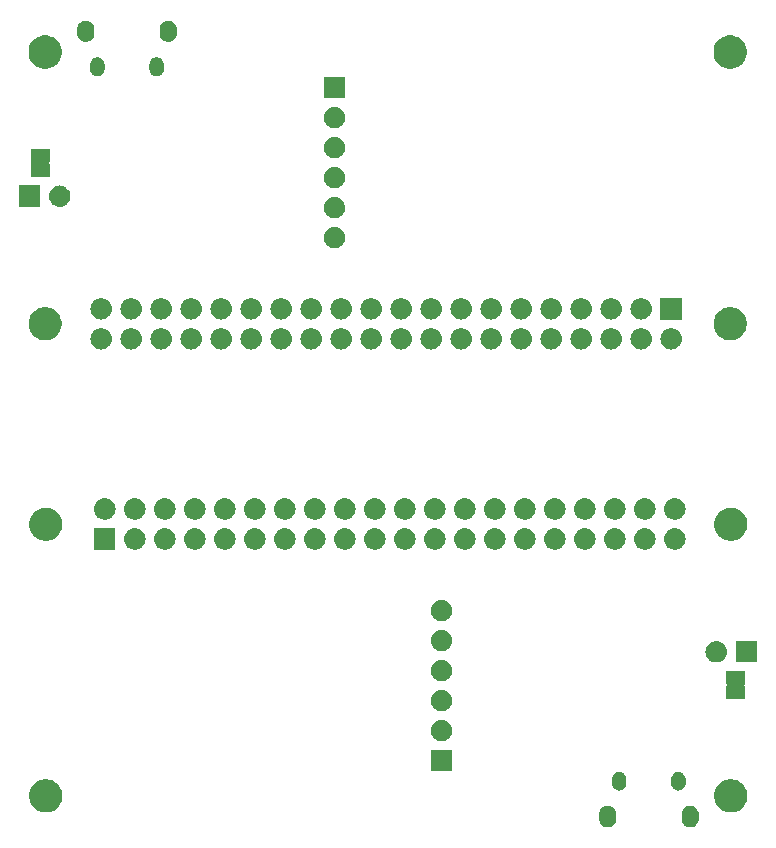
<source format=gbr>
G04 #@! TF.GenerationSoftware,KiCad,Pcbnew,5.0.1*
G04 #@! TF.CreationDate,2019-08-26T08:25:50-04:00*
G04 #@! TF.ProjectId,ESP32-Zip-Panelized,45535033322D5A69702D50616E656C69,rev?*
G04 #@! TF.SameCoordinates,Original*
G04 #@! TF.FileFunction,Soldermask,Bot*
G04 #@! TF.FilePolarity,Negative*
%FSLAX46Y46*%
G04 Gerber Fmt 4.6, Leading zero omitted, Abs format (unit mm)*
G04 Created by KiCad (PCBNEW 5.0.1) date Mon 26 Aug 2019 08:25:50 AM EDT*
%MOMM*%
%LPD*%
G01*
G04 APERTURE LIST*
%ADD10C,0.100000*%
G04 APERTURE END LIST*
D10*
G36*
X91207320Y-77459505D02*
X91344171Y-77501019D01*
X91344173Y-77501020D01*
X91344176Y-77501021D01*
X91470295Y-77568432D01*
X91580843Y-77659157D01*
X91671568Y-77769704D01*
X91738979Y-77895823D01*
X91738979Y-77895824D01*
X91738981Y-77895828D01*
X91780495Y-78032679D01*
X91791000Y-78139341D01*
X91791000Y-78560658D01*
X91780495Y-78667320D01*
X91749783Y-78768564D01*
X91738980Y-78804176D01*
X91671568Y-78930296D01*
X91580843Y-79040843D01*
X91470296Y-79131568D01*
X91344177Y-79198979D01*
X91344174Y-79198980D01*
X91344172Y-79198981D01*
X91207321Y-79240495D01*
X91065000Y-79254512D01*
X90922680Y-79240495D01*
X90785829Y-79198981D01*
X90785827Y-79198980D01*
X90785824Y-79198979D01*
X90659705Y-79131568D01*
X90549160Y-79040845D01*
X90458430Y-78930292D01*
X90391021Y-78804177D01*
X90391019Y-78804172D01*
X90349505Y-78667321D01*
X90339000Y-78560659D01*
X90339000Y-78139342D01*
X90349505Y-78032680D01*
X90391019Y-77895829D01*
X90391020Y-77895827D01*
X90391021Y-77895824D01*
X90458432Y-77769705D01*
X90549157Y-77659157D01*
X90659704Y-77568432D01*
X90785823Y-77501021D01*
X90785826Y-77501020D01*
X90785828Y-77501019D01*
X90922679Y-77459505D01*
X91065000Y-77445488D01*
X91207320Y-77459505D01*
X91207320Y-77459505D01*
G37*
G36*
X98207320Y-77459505D02*
X98344171Y-77501019D01*
X98344173Y-77501020D01*
X98344176Y-77501021D01*
X98470295Y-77568432D01*
X98580843Y-77659157D01*
X98671568Y-77769704D01*
X98738979Y-77895823D01*
X98738979Y-77895824D01*
X98738981Y-77895828D01*
X98780495Y-78032679D01*
X98791000Y-78139341D01*
X98791000Y-78560658D01*
X98780495Y-78667320D01*
X98749783Y-78768564D01*
X98738980Y-78804176D01*
X98671568Y-78930296D01*
X98580843Y-79040843D01*
X98470296Y-79131568D01*
X98344177Y-79198979D01*
X98344174Y-79198980D01*
X98344172Y-79198981D01*
X98207321Y-79240495D01*
X98065000Y-79254512D01*
X97922680Y-79240495D01*
X97785829Y-79198981D01*
X97785827Y-79198980D01*
X97785824Y-79198979D01*
X97659705Y-79131568D01*
X97549160Y-79040845D01*
X97458430Y-78930292D01*
X97391021Y-78804177D01*
X97391019Y-78804172D01*
X97349505Y-78667321D01*
X97339000Y-78560659D01*
X97339000Y-78139342D01*
X97349505Y-78032680D01*
X97391019Y-77895829D01*
X97391020Y-77895827D01*
X97391021Y-77895824D01*
X97458432Y-77769705D01*
X97549157Y-77659157D01*
X97659704Y-77568432D01*
X97785823Y-77501021D01*
X97785826Y-77501020D01*
X97785828Y-77501019D01*
X97922679Y-77459505D01*
X98065000Y-77445488D01*
X98207320Y-77459505D01*
X98207320Y-77459505D01*
G37*
G36*
X43818433Y-75234893D02*
X43908657Y-75252839D01*
X44014267Y-75296585D01*
X44163621Y-75358449D01*
X44393089Y-75511774D01*
X44588226Y-75706911D01*
X44741551Y-75936379D01*
X44847161Y-76191344D01*
X44901000Y-76462012D01*
X44901000Y-76737988D01*
X44847161Y-77008656D01*
X44741551Y-77263621D01*
X44588226Y-77493089D01*
X44393089Y-77688226D01*
X44163621Y-77841551D01*
X44032597Y-77895823D01*
X43908657Y-77947161D01*
X43818433Y-77965107D01*
X43637988Y-78001000D01*
X43362012Y-78001000D01*
X43181567Y-77965107D01*
X43091343Y-77947161D01*
X42967403Y-77895823D01*
X42836379Y-77841551D01*
X42606911Y-77688226D01*
X42411774Y-77493089D01*
X42258449Y-77263621D01*
X42152839Y-77008656D01*
X42099000Y-76737988D01*
X42099000Y-76462012D01*
X42152839Y-76191344D01*
X42258449Y-75936379D01*
X42411774Y-75706911D01*
X42606911Y-75511774D01*
X42836379Y-75358449D01*
X42985733Y-75296585D01*
X43091343Y-75252839D01*
X43181567Y-75234893D01*
X43362012Y-75199000D01*
X43637988Y-75199000D01*
X43818433Y-75234893D01*
X43818433Y-75234893D01*
G37*
G36*
X101818433Y-75234893D02*
X101908657Y-75252839D01*
X102014267Y-75296585D01*
X102163621Y-75358449D01*
X102393089Y-75511774D01*
X102588226Y-75706911D01*
X102741551Y-75936379D01*
X102847161Y-76191344D01*
X102901000Y-76462012D01*
X102901000Y-76737988D01*
X102847161Y-77008656D01*
X102741551Y-77263621D01*
X102588226Y-77493089D01*
X102393089Y-77688226D01*
X102163621Y-77841551D01*
X102032597Y-77895823D01*
X101908657Y-77947161D01*
X101818433Y-77965107D01*
X101637988Y-78001000D01*
X101362012Y-78001000D01*
X101181567Y-77965107D01*
X101091343Y-77947161D01*
X100967403Y-77895823D01*
X100836379Y-77841551D01*
X100606911Y-77688226D01*
X100411774Y-77493089D01*
X100258449Y-77263621D01*
X100152839Y-77008656D01*
X100099000Y-76737988D01*
X100099000Y-76462012D01*
X100152839Y-76191344D01*
X100258449Y-75936379D01*
X100411774Y-75706911D01*
X100606911Y-75511774D01*
X100836379Y-75358449D01*
X100985733Y-75296585D01*
X101091343Y-75252839D01*
X101181567Y-75234893D01*
X101362012Y-75199000D01*
X101637988Y-75199000D01*
X101818433Y-75234893D01*
X101818433Y-75234893D01*
G37*
G36*
X97182817Y-74557696D02*
X97296104Y-74592062D01*
X97400512Y-74647869D01*
X97450776Y-74689120D01*
X97492027Y-74722973D01*
X97555711Y-74800572D01*
X97567131Y-74814488D01*
X97622938Y-74918895D01*
X97657304Y-75032182D01*
X97666000Y-75120481D01*
X97666000Y-75579518D01*
X97657304Y-75667818D01*
X97622938Y-75781105D01*
X97567131Y-75885513D01*
X97492027Y-75977027D01*
X97400513Y-76052131D01*
X97296105Y-76107938D01*
X97182818Y-76142304D01*
X97065000Y-76153907D01*
X96947183Y-76142304D01*
X96833896Y-76107938D01*
X96729488Y-76052131D01*
X96637974Y-75977027D01*
X96562869Y-75885512D01*
X96507062Y-75781105D01*
X96472696Y-75667818D01*
X96464000Y-75579519D01*
X96464000Y-75120482D01*
X96472696Y-75032183D01*
X96507062Y-74918896D01*
X96562869Y-74814488D01*
X96604120Y-74764224D01*
X96637973Y-74722973D01*
X96729487Y-74647870D01*
X96729486Y-74647870D01*
X96729488Y-74647869D01*
X96833895Y-74592062D01*
X96947182Y-74557696D01*
X97065000Y-74546093D01*
X97182817Y-74557696D01*
X97182817Y-74557696D01*
G37*
G36*
X92182817Y-74557696D02*
X92296104Y-74592062D01*
X92400512Y-74647869D01*
X92450776Y-74689120D01*
X92492027Y-74722973D01*
X92555711Y-74800572D01*
X92567131Y-74814488D01*
X92622938Y-74918895D01*
X92657304Y-75032182D01*
X92666000Y-75120481D01*
X92666000Y-75579518D01*
X92657304Y-75667818D01*
X92622938Y-75781105D01*
X92567131Y-75885513D01*
X92492027Y-75977027D01*
X92400513Y-76052131D01*
X92296105Y-76107938D01*
X92182818Y-76142304D01*
X92065000Y-76153907D01*
X91947183Y-76142304D01*
X91833896Y-76107938D01*
X91729488Y-76052131D01*
X91637974Y-75977027D01*
X91562869Y-75885512D01*
X91507062Y-75781105D01*
X91472696Y-75667818D01*
X91464000Y-75579519D01*
X91464000Y-75120482D01*
X91472696Y-75032183D01*
X91507062Y-74918896D01*
X91562869Y-74814488D01*
X91604120Y-74764224D01*
X91637973Y-74722973D01*
X91729487Y-74647870D01*
X91729486Y-74647870D01*
X91729488Y-74647869D01*
X91833895Y-74592062D01*
X91947182Y-74557696D01*
X92065000Y-74546093D01*
X92182817Y-74557696D01*
X92182817Y-74557696D01*
G37*
G36*
X77901000Y-74501000D02*
X76099000Y-74501000D01*
X76099000Y-72699000D01*
X77901000Y-72699000D01*
X77901000Y-74501000D01*
X77901000Y-74501000D01*
G37*
G36*
X77110442Y-70165518D02*
X77176627Y-70172037D01*
X77289853Y-70206384D01*
X77346467Y-70223557D01*
X77485087Y-70297652D01*
X77502991Y-70307222D01*
X77538729Y-70336552D01*
X77640186Y-70419814D01*
X77723448Y-70521271D01*
X77752778Y-70557009D01*
X77752779Y-70557011D01*
X77836443Y-70713533D01*
X77836443Y-70713534D01*
X77887963Y-70883373D01*
X77905359Y-71060000D01*
X77887963Y-71236627D01*
X77853616Y-71349853D01*
X77836443Y-71406467D01*
X77762348Y-71545087D01*
X77752778Y-71562991D01*
X77723448Y-71598729D01*
X77640186Y-71700186D01*
X77538729Y-71783448D01*
X77502991Y-71812778D01*
X77502989Y-71812779D01*
X77346467Y-71896443D01*
X77289853Y-71913616D01*
X77176627Y-71947963D01*
X77110442Y-71954482D01*
X77044260Y-71961000D01*
X76955740Y-71961000D01*
X76889558Y-71954482D01*
X76823373Y-71947963D01*
X76710147Y-71913616D01*
X76653533Y-71896443D01*
X76497011Y-71812779D01*
X76497009Y-71812778D01*
X76461271Y-71783448D01*
X76359814Y-71700186D01*
X76276552Y-71598729D01*
X76247222Y-71562991D01*
X76237652Y-71545087D01*
X76163557Y-71406467D01*
X76146384Y-71349853D01*
X76112037Y-71236627D01*
X76094641Y-71060000D01*
X76112037Y-70883373D01*
X76163557Y-70713534D01*
X76163557Y-70713533D01*
X76247221Y-70557011D01*
X76247222Y-70557009D01*
X76276552Y-70521271D01*
X76359814Y-70419814D01*
X76461271Y-70336552D01*
X76497009Y-70307222D01*
X76514913Y-70297652D01*
X76653533Y-70223557D01*
X76710147Y-70206384D01*
X76823373Y-70172037D01*
X76889558Y-70165518D01*
X76955740Y-70159000D01*
X77044260Y-70159000D01*
X77110442Y-70165518D01*
X77110442Y-70165518D01*
G37*
G36*
X77110442Y-67625518D02*
X77176627Y-67632037D01*
X77289853Y-67666384D01*
X77346467Y-67683557D01*
X77485087Y-67757652D01*
X77502991Y-67767222D01*
X77538729Y-67796552D01*
X77640186Y-67879814D01*
X77723448Y-67981271D01*
X77752778Y-68017009D01*
X77752779Y-68017011D01*
X77836443Y-68173533D01*
X77836443Y-68173534D01*
X77887963Y-68343373D01*
X77905359Y-68520000D01*
X77887963Y-68696627D01*
X77853616Y-68809853D01*
X77836443Y-68866467D01*
X77762348Y-69005087D01*
X77752778Y-69022991D01*
X77723448Y-69058729D01*
X77640186Y-69160186D01*
X77538729Y-69243448D01*
X77502991Y-69272778D01*
X77502989Y-69272779D01*
X77346467Y-69356443D01*
X77289853Y-69373616D01*
X77176627Y-69407963D01*
X77110442Y-69414482D01*
X77044260Y-69421000D01*
X76955740Y-69421000D01*
X76889558Y-69414482D01*
X76823373Y-69407963D01*
X76710147Y-69373616D01*
X76653533Y-69356443D01*
X76497011Y-69272779D01*
X76497009Y-69272778D01*
X76461271Y-69243448D01*
X76359814Y-69160186D01*
X76276552Y-69058729D01*
X76247222Y-69022991D01*
X76237652Y-69005087D01*
X76163557Y-68866467D01*
X76146384Y-68809853D01*
X76112037Y-68696627D01*
X76094641Y-68520000D01*
X76112037Y-68343373D01*
X76163557Y-68173534D01*
X76163557Y-68173533D01*
X76247221Y-68017011D01*
X76247222Y-68017009D01*
X76276552Y-67981271D01*
X76359814Y-67879814D01*
X76461271Y-67796552D01*
X76497009Y-67767222D01*
X76514913Y-67757652D01*
X76653533Y-67683557D01*
X76710147Y-67666384D01*
X76823373Y-67632037D01*
X76889558Y-67625518D01*
X76955740Y-67619000D01*
X77044260Y-67619000D01*
X77110442Y-67625518D01*
X77110442Y-67625518D01*
G37*
G36*
X102701000Y-67126556D02*
X102687529Y-67137612D01*
X102671983Y-67156554D01*
X102660432Y-67178165D01*
X102653319Y-67201614D01*
X102650917Y-67226000D01*
X102653319Y-67250386D01*
X102660432Y-67273835D01*
X102671983Y-67295446D01*
X102679292Y-67305301D01*
X102692612Y-67321531D01*
X102697347Y-67330389D01*
X102700263Y-67340001D01*
X102701852Y-67356140D01*
X102701852Y-68343860D01*
X102700263Y-68359999D01*
X102697347Y-68369611D01*
X102692612Y-68378469D01*
X102686237Y-68386237D01*
X102678469Y-68392612D01*
X102669611Y-68397347D01*
X102659999Y-68400263D01*
X102643860Y-68401852D01*
X101156140Y-68401852D01*
X101140001Y-68400263D01*
X101130389Y-68397347D01*
X101121531Y-68392612D01*
X101113763Y-68386237D01*
X101107388Y-68378469D01*
X101102653Y-68369611D01*
X101099737Y-68359999D01*
X101098148Y-68343860D01*
X101098148Y-67356140D01*
X101099737Y-67340001D01*
X101102653Y-67330389D01*
X101107388Y-67321531D01*
X101120708Y-67305301D01*
X101134322Y-67284927D01*
X101143700Y-67262288D01*
X101148481Y-67238254D01*
X101148481Y-67213750D01*
X101143701Y-67189717D01*
X101134324Y-67167077D01*
X101120711Y-67146703D01*
X101103384Y-67129375D01*
X101099000Y-67126446D01*
X101099000Y-65999000D01*
X102701000Y-65999000D01*
X102701000Y-67126556D01*
X102701000Y-67126556D01*
G37*
G36*
X77110443Y-65085519D02*
X77176627Y-65092037D01*
X77289853Y-65126384D01*
X77346467Y-65143557D01*
X77485087Y-65217652D01*
X77502991Y-65227222D01*
X77538729Y-65256552D01*
X77640186Y-65339814D01*
X77723448Y-65441271D01*
X77752778Y-65477009D01*
X77752779Y-65477011D01*
X77836443Y-65633533D01*
X77836443Y-65633534D01*
X77887963Y-65803373D01*
X77905359Y-65980000D01*
X77887963Y-66156627D01*
X77853616Y-66269853D01*
X77836443Y-66326467D01*
X77762348Y-66465087D01*
X77752778Y-66482991D01*
X77723448Y-66518729D01*
X77640186Y-66620186D01*
X77538729Y-66703448D01*
X77502991Y-66732778D01*
X77502989Y-66732779D01*
X77346467Y-66816443D01*
X77289853Y-66833616D01*
X77176627Y-66867963D01*
X77110442Y-66874482D01*
X77044260Y-66881000D01*
X76955740Y-66881000D01*
X76889558Y-66874482D01*
X76823373Y-66867963D01*
X76710147Y-66833616D01*
X76653533Y-66816443D01*
X76497011Y-66732779D01*
X76497009Y-66732778D01*
X76461271Y-66703448D01*
X76359814Y-66620186D01*
X76276552Y-66518729D01*
X76247222Y-66482991D01*
X76237652Y-66465087D01*
X76163557Y-66326467D01*
X76146384Y-66269853D01*
X76112037Y-66156627D01*
X76094641Y-65980000D01*
X76112037Y-65803373D01*
X76163557Y-65633534D01*
X76163557Y-65633533D01*
X76247221Y-65477011D01*
X76247222Y-65477009D01*
X76276552Y-65441271D01*
X76359814Y-65339814D01*
X76461271Y-65256552D01*
X76497009Y-65227222D01*
X76514913Y-65217652D01*
X76653533Y-65143557D01*
X76710147Y-65126384D01*
X76823373Y-65092037D01*
X76889557Y-65085519D01*
X76955740Y-65079000D01*
X77044260Y-65079000D01*
X77110443Y-65085519D01*
X77110443Y-65085519D01*
G37*
G36*
X100370443Y-63505519D02*
X100436627Y-63512037D01*
X100549853Y-63546384D01*
X100606467Y-63563557D01*
X100745087Y-63637652D01*
X100762991Y-63647222D01*
X100798729Y-63676552D01*
X100900186Y-63759814D01*
X100983448Y-63861271D01*
X101012778Y-63897009D01*
X101012779Y-63897011D01*
X101096443Y-64053533D01*
X101104528Y-64080186D01*
X101147963Y-64223373D01*
X101165359Y-64400000D01*
X101147963Y-64576627D01*
X101113616Y-64689853D01*
X101096443Y-64746467D01*
X101022348Y-64885087D01*
X101012778Y-64902991D01*
X100983448Y-64938729D01*
X100900186Y-65040186D01*
X100837004Y-65092037D01*
X100762991Y-65152778D01*
X100762989Y-65152779D01*
X100606467Y-65236443D01*
X100549853Y-65253616D01*
X100436627Y-65287963D01*
X100370443Y-65294481D01*
X100304260Y-65301000D01*
X100215740Y-65301000D01*
X100149557Y-65294481D01*
X100083373Y-65287963D01*
X99970147Y-65253616D01*
X99913533Y-65236443D01*
X99757011Y-65152779D01*
X99757009Y-65152778D01*
X99682996Y-65092037D01*
X99619814Y-65040186D01*
X99536552Y-64938729D01*
X99507222Y-64902991D01*
X99497652Y-64885087D01*
X99423557Y-64746467D01*
X99406384Y-64689853D01*
X99372037Y-64576627D01*
X99354641Y-64400000D01*
X99372037Y-64223373D01*
X99415472Y-64080186D01*
X99423557Y-64053533D01*
X99507221Y-63897011D01*
X99507222Y-63897009D01*
X99536552Y-63861271D01*
X99619814Y-63759814D01*
X99721271Y-63676552D01*
X99757009Y-63647222D01*
X99774913Y-63637652D01*
X99913533Y-63563557D01*
X99970147Y-63546384D01*
X100083373Y-63512037D01*
X100149557Y-63505519D01*
X100215740Y-63499000D01*
X100304260Y-63499000D01*
X100370443Y-63505519D01*
X100370443Y-63505519D01*
G37*
G36*
X103701000Y-65301000D02*
X101899000Y-65301000D01*
X101899000Y-63499000D01*
X103701000Y-63499000D01*
X103701000Y-65301000D01*
X103701000Y-65301000D01*
G37*
G36*
X77110442Y-62545518D02*
X77176627Y-62552037D01*
X77289853Y-62586384D01*
X77346467Y-62603557D01*
X77485087Y-62677652D01*
X77502991Y-62687222D01*
X77538729Y-62716552D01*
X77640186Y-62799814D01*
X77723448Y-62901271D01*
X77752778Y-62937009D01*
X77752779Y-62937011D01*
X77836443Y-63093533D01*
X77836443Y-63093534D01*
X77887963Y-63263373D01*
X77905359Y-63440000D01*
X77887963Y-63616627D01*
X77878682Y-63647221D01*
X77836443Y-63786467D01*
X77777356Y-63897009D01*
X77752778Y-63942991D01*
X77723448Y-63978729D01*
X77640186Y-64080186D01*
X77538729Y-64163448D01*
X77502991Y-64192778D01*
X77502989Y-64192779D01*
X77346467Y-64276443D01*
X77289853Y-64293616D01*
X77176627Y-64327963D01*
X77110443Y-64334481D01*
X77044260Y-64341000D01*
X76955740Y-64341000D01*
X76889557Y-64334481D01*
X76823373Y-64327963D01*
X76710147Y-64293616D01*
X76653533Y-64276443D01*
X76497011Y-64192779D01*
X76497009Y-64192778D01*
X76461271Y-64163448D01*
X76359814Y-64080186D01*
X76276552Y-63978729D01*
X76247222Y-63942991D01*
X76222644Y-63897009D01*
X76163557Y-63786467D01*
X76121318Y-63647221D01*
X76112037Y-63616627D01*
X76094641Y-63440000D01*
X76112037Y-63263373D01*
X76163557Y-63093534D01*
X76163557Y-63093533D01*
X76247221Y-62937011D01*
X76247222Y-62937009D01*
X76276552Y-62901271D01*
X76359814Y-62799814D01*
X76461271Y-62716552D01*
X76497009Y-62687222D01*
X76514913Y-62677652D01*
X76653533Y-62603557D01*
X76710147Y-62586384D01*
X76823373Y-62552037D01*
X76889558Y-62545518D01*
X76955740Y-62539000D01*
X77044260Y-62539000D01*
X77110442Y-62545518D01*
X77110442Y-62545518D01*
G37*
G36*
X77110443Y-60005519D02*
X77176627Y-60012037D01*
X77289853Y-60046384D01*
X77346467Y-60063557D01*
X77485087Y-60137652D01*
X77502991Y-60147222D01*
X77538729Y-60176552D01*
X77640186Y-60259814D01*
X77723448Y-60361271D01*
X77752778Y-60397009D01*
X77752779Y-60397011D01*
X77836443Y-60553533D01*
X77836443Y-60553534D01*
X77887963Y-60723373D01*
X77905359Y-60900000D01*
X77887963Y-61076627D01*
X77853616Y-61189853D01*
X77836443Y-61246467D01*
X77762348Y-61385087D01*
X77752778Y-61402991D01*
X77723448Y-61438729D01*
X77640186Y-61540186D01*
X77538729Y-61623448D01*
X77502991Y-61652778D01*
X77502989Y-61652779D01*
X77346467Y-61736443D01*
X77289853Y-61753616D01*
X77176627Y-61787963D01*
X77110442Y-61794482D01*
X77044260Y-61801000D01*
X76955740Y-61801000D01*
X76889558Y-61794482D01*
X76823373Y-61787963D01*
X76710147Y-61753616D01*
X76653533Y-61736443D01*
X76497011Y-61652779D01*
X76497009Y-61652778D01*
X76461271Y-61623448D01*
X76359814Y-61540186D01*
X76276552Y-61438729D01*
X76247222Y-61402991D01*
X76237652Y-61385087D01*
X76163557Y-61246467D01*
X76146384Y-61189853D01*
X76112037Y-61076627D01*
X76094641Y-60900000D01*
X76112037Y-60723373D01*
X76163557Y-60553534D01*
X76163557Y-60553533D01*
X76247221Y-60397011D01*
X76247222Y-60397009D01*
X76276552Y-60361271D01*
X76359814Y-60259814D01*
X76461271Y-60176552D01*
X76497009Y-60147222D01*
X76514913Y-60137652D01*
X76653533Y-60063557D01*
X76710147Y-60046384D01*
X76823373Y-60012037D01*
X76889557Y-60005519D01*
X76955740Y-59999000D01*
X77044260Y-59999000D01*
X77110443Y-60005519D01*
X77110443Y-60005519D01*
G37*
G36*
X96870442Y-53955518D02*
X96936627Y-53962037D01*
X97049853Y-53996384D01*
X97106467Y-54013557D01*
X97245087Y-54087652D01*
X97262991Y-54097222D01*
X97298729Y-54126552D01*
X97400186Y-54209814D01*
X97444344Y-54263622D01*
X97512778Y-54347009D01*
X97512779Y-54347011D01*
X97596443Y-54503533D01*
X97596443Y-54503534D01*
X97647963Y-54673373D01*
X97665359Y-54850000D01*
X97647963Y-55026627D01*
X97613616Y-55139853D01*
X97596443Y-55196467D01*
X97522348Y-55335087D01*
X97512778Y-55352991D01*
X97483448Y-55388729D01*
X97400186Y-55490186D01*
X97298729Y-55573448D01*
X97262991Y-55602778D01*
X97262989Y-55602779D01*
X97106467Y-55686443D01*
X97049853Y-55703616D01*
X96936627Y-55737963D01*
X96870442Y-55744482D01*
X96804260Y-55751000D01*
X96715740Y-55751000D01*
X96649558Y-55744482D01*
X96583373Y-55737963D01*
X96470147Y-55703616D01*
X96413533Y-55686443D01*
X96257011Y-55602779D01*
X96257009Y-55602778D01*
X96221271Y-55573448D01*
X96119814Y-55490186D01*
X96036552Y-55388729D01*
X96007222Y-55352991D01*
X95997652Y-55335087D01*
X95923557Y-55196467D01*
X95906384Y-55139853D01*
X95872037Y-55026627D01*
X95854641Y-54850000D01*
X95872037Y-54673373D01*
X95923557Y-54503534D01*
X95923557Y-54503533D01*
X96007221Y-54347011D01*
X96007222Y-54347009D01*
X96075656Y-54263622D01*
X96119814Y-54209814D01*
X96221271Y-54126552D01*
X96257009Y-54097222D01*
X96274913Y-54087652D01*
X96413533Y-54013557D01*
X96470147Y-53996384D01*
X96583373Y-53962037D01*
X96649558Y-53955518D01*
X96715740Y-53949000D01*
X96804260Y-53949000D01*
X96870442Y-53955518D01*
X96870442Y-53955518D01*
G37*
G36*
X51150442Y-53955518D02*
X51216627Y-53962037D01*
X51329853Y-53996384D01*
X51386467Y-54013557D01*
X51525087Y-54087652D01*
X51542991Y-54097222D01*
X51578729Y-54126552D01*
X51680186Y-54209814D01*
X51724344Y-54263622D01*
X51792778Y-54347009D01*
X51792779Y-54347011D01*
X51876443Y-54503533D01*
X51876443Y-54503534D01*
X51927963Y-54673373D01*
X51945359Y-54850000D01*
X51927963Y-55026627D01*
X51893616Y-55139853D01*
X51876443Y-55196467D01*
X51802348Y-55335087D01*
X51792778Y-55352991D01*
X51763448Y-55388729D01*
X51680186Y-55490186D01*
X51578729Y-55573448D01*
X51542991Y-55602778D01*
X51542989Y-55602779D01*
X51386467Y-55686443D01*
X51329853Y-55703616D01*
X51216627Y-55737963D01*
X51150442Y-55744482D01*
X51084260Y-55751000D01*
X50995740Y-55751000D01*
X50929558Y-55744482D01*
X50863373Y-55737963D01*
X50750147Y-55703616D01*
X50693533Y-55686443D01*
X50537011Y-55602779D01*
X50537009Y-55602778D01*
X50501271Y-55573448D01*
X50399814Y-55490186D01*
X50316552Y-55388729D01*
X50287222Y-55352991D01*
X50277652Y-55335087D01*
X50203557Y-55196467D01*
X50186384Y-55139853D01*
X50152037Y-55026627D01*
X50134641Y-54850000D01*
X50152037Y-54673373D01*
X50203557Y-54503534D01*
X50203557Y-54503533D01*
X50287221Y-54347011D01*
X50287222Y-54347009D01*
X50355656Y-54263622D01*
X50399814Y-54209814D01*
X50501271Y-54126552D01*
X50537009Y-54097222D01*
X50554913Y-54087652D01*
X50693533Y-54013557D01*
X50750147Y-53996384D01*
X50863373Y-53962037D01*
X50929558Y-53955518D01*
X50995740Y-53949000D01*
X51084260Y-53949000D01*
X51150442Y-53955518D01*
X51150442Y-53955518D01*
G37*
G36*
X94330442Y-53955518D02*
X94396627Y-53962037D01*
X94509853Y-53996384D01*
X94566467Y-54013557D01*
X94705087Y-54087652D01*
X94722991Y-54097222D01*
X94758729Y-54126552D01*
X94860186Y-54209814D01*
X94904344Y-54263622D01*
X94972778Y-54347009D01*
X94972779Y-54347011D01*
X95056443Y-54503533D01*
X95056443Y-54503534D01*
X95107963Y-54673373D01*
X95125359Y-54850000D01*
X95107963Y-55026627D01*
X95073616Y-55139853D01*
X95056443Y-55196467D01*
X94982348Y-55335087D01*
X94972778Y-55352991D01*
X94943448Y-55388729D01*
X94860186Y-55490186D01*
X94758729Y-55573448D01*
X94722991Y-55602778D01*
X94722989Y-55602779D01*
X94566467Y-55686443D01*
X94509853Y-55703616D01*
X94396627Y-55737963D01*
X94330442Y-55744482D01*
X94264260Y-55751000D01*
X94175740Y-55751000D01*
X94109558Y-55744482D01*
X94043373Y-55737963D01*
X93930147Y-55703616D01*
X93873533Y-55686443D01*
X93717011Y-55602779D01*
X93717009Y-55602778D01*
X93681271Y-55573448D01*
X93579814Y-55490186D01*
X93496552Y-55388729D01*
X93467222Y-55352991D01*
X93457652Y-55335087D01*
X93383557Y-55196467D01*
X93366384Y-55139853D01*
X93332037Y-55026627D01*
X93314641Y-54850000D01*
X93332037Y-54673373D01*
X93383557Y-54503534D01*
X93383557Y-54503533D01*
X93467221Y-54347011D01*
X93467222Y-54347009D01*
X93535656Y-54263622D01*
X93579814Y-54209814D01*
X93681271Y-54126552D01*
X93717009Y-54097222D01*
X93734913Y-54087652D01*
X93873533Y-54013557D01*
X93930147Y-53996384D01*
X94043373Y-53962037D01*
X94109558Y-53955518D01*
X94175740Y-53949000D01*
X94264260Y-53949000D01*
X94330442Y-53955518D01*
X94330442Y-53955518D01*
G37*
G36*
X91790442Y-53955518D02*
X91856627Y-53962037D01*
X91969853Y-53996384D01*
X92026467Y-54013557D01*
X92165087Y-54087652D01*
X92182991Y-54097222D01*
X92218729Y-54126552D01*
X92320186Y-54209814D01*
X92364344Y-54263622D01*
X92432778Y-54347009D01*
X92432779Y-54347011D01*
X92516443Y-54503533D01*
X92516443Y-54503534D01*
X92567963Y-54673373D01*
X92585359Y-54850000D01*
X92567963Y-55026627D01*
X92533616Y-55139853D01*
X92516443Y-55196467D01*
X92442348Y-55335087D01*
X92432778Y-55352991D01*
X92403448Y-55388729D01*
X92320186Y-55490186D01*
X92218729Y-55573448D01*
X92182991Y-55602778D01*
X92182989Y-55602779D01*
X92026467Y-55686443D01*
X91969853Y-55703616D01*
X91856627Y-55737963D01*
X91790442Y-55744482D01*
X91724260Y-55751000D01*
X91635740Y-55751000D01*
X91569558Y-55744482D01*
X91503373Y-55737963D01*
X91390147Y-55703616D01*
X91333533Y-55686443D01*
X91177011Y-55602779D01*
X91177009Y-55602778D01*
X91141271Y-55573448D01*
X91039814Y-55490186D01*
X90956552Y-55388729D01*
X90927222Y-55352991D01*
X90917652Y-55335087D01*
X90843557Y-55196467D01*
X90826384Y-55139853D01*
X90792037Y-55026627D01*
X90774641Y-54850000D01*
X90792037Y-54673373D01*
X90843557Y-54503534D01*
X90843557Y-54503533D01*
X90927221Y-54347011D01*
X90927222Y-54347009D01*
X90995656Y-54263622D01*
X91039814Y-54209814D01*
X91141271Y-54126552D01*
X91177009Y-54097222D01*
X91194913Y-54087652D01*
X91333533Y-54013557D01*
X91390147Y-53996384D01*
X91503373Y-53962037D01*
X91569558Y-53955518D01*
X91635740Y-53949000D01*
X91724260Y-53949000D01*
X91790442Y-53955518D01*
X91790442Y-53955518D01*
G37*
G36*
X89250442Y-53955518D02*
X89316627Y-53962037D01*
X89429853Y-53996384D01*
X89486467Y-54013557D01*
X89625087Y-54087652D01*
X89642991Y-54097222D01*
X89678729Y-54126552D01*
X89780186Y-54209814D01*
X89824344Y-54263622D01*
X89892778Y-54347009D01*
X89892779Y-54347011D01*
X89976443Y-54503533D01*
X89976443Y-54503534D01*
X90027963Y-54673373D01*
X90045359Y-54850000D01*
X90027963Y-55026627D01*
X89993616Y-55139853D01*
X89976443Y-55196467D01*
X89902348Y-55335087D01*
X89892778Y-55352991D01*
X89863448Y-55388729D01*
X89780186Y-55490186D01*
X89678729Y-55573448D01*
X89642991Y-55602778D01*
X89642989Y-55602779D01*
X89486467Y-55686443D01*
X89429853Y-55703616D01*
X89316627Y-55737963D01*
X89250442Y-55744482D01*
X89184260Y-55751000D01*
X89095740Y-55751000D01*
X89029558Y-55744482D01*
X88963373Y-55737963D01*
X88850147Y-55703616D01*
X88793533Y-55686443D01*
X88637011Y-55602779D01*
X88637009Y-55602778D01*
X88601271Y-55573448D01*
X88499814Y-55490186D01*
X88416552Y-55388729D01*
X88387222Y-55352991D01*
X88377652Y-55335087D01*
X88303557Y-55196467D01*
X88286384Y-55139853D01*
X88252037Y-55026627D01*
X88234641Y-54850000D01*
X88252037Y-54673373D01*
X88303557Y-54503534D01*
X88303557Y-54503533D01*
X88387221Y-54347011D01*
X88387222Y-54347009D01*
X88455656Y-54263622D01*
X88499814Y-54209814D01*
X88601271Y-54126552D01*
X88637009Y-54097222D01*
X88654913Y-54087652D01*
X88793533Y-54013557D01*
X88850147Y-53996384D01*
X88963373Y-53962037D01*
X89029558Y-53955518D01*
X89095740Y-53949000D01*
X89184260Y-53949000D01*
X89250442Y-53955518D01*
X89250442Y-53955518D01*
G37*
G36*
X86710442Y-53955518D02*
X86776627Y-53962037D01*
X86889853Y-53996384D01*
X86946467Y-54013557D01*
X87085087Y-54087652D01*
X87102991Y-54097222D01*
X87138729Y-54126552D01*
X87240186Y-54209814D01*
X87284344Y-54263622D01*
X87352778Y-54347009D01*
X87352779Y-54347011D01*
X87436443Y-54503533D01*
X87436443Y-54503534D01*
X87487963Y-54673373D01*
X87505359Y-54850000D01*
X87487963Y-55026627D01*
X87453616Y-55139853D01*
X87436443Y-55196467D01*
X87362348Y-55335087D01*
X87352778Y-55352991D01*
X87323448Y-55388729D01*
X87240186Y-55490186D01*
X87138729Y-55573448D01*
X87102991Y-55602778D01*
X87102989Y-55602779D01*
X86946467Y-55686443D01*
X86889853Y-55703616D01*
X86776627Y-55737963D01*
X86710442Y-55744482D01*
X86644260Y-55751000D01*
X86555740Y-55751000D01*
X86489558Y-55744482D01*
X86423373Y-55737963D01*
X86310147Y-55703616D01*
X86253533Y-55686443D01*
X86097011Y-55602779D01*
X86097009Y-55602778D01*
X86061271Y-55573448D01*
X85959814Y-55490186D01*
X85876552Y-55388729D01*
X85847222Y-55352991D01*
X85837652Y-55335087D01*
X85763557Y-55196467D01*
X85746384Y-55139853D01*
X85712037Y-55026627D01*
X85694641Y-54850000D01*
X85712037Y-54673373D01*
X85763557Y-54503534D01*
X85763557Y-54503533D01*
X85847221Y-54347011D01*
X85847222Y-54347009D01*
X85915656Y-54263622D01*
X85959814Y-54209814D01*
X86061271Y-54126552D01*
X86097009Y-54097222D01*
X86114913Y-54087652D01*
X86253533Y-54013557D01*
X86310147Y-53996384D01*
X86423373Y-53962037D01*
X86489558Y-53955518D01*
X86555740Y-53949000D01*
X86644260Y-53949000D01*
X86710442Y-53955518D01*
X86710442Y-53955518D01*
G37*
G36*
X84170442Y-53955518D02*
X84236627Y-53962037D01*
X84349853Y-53996384D01*
X84406467Y-54013557D01*
X84545087Y-54087652D01*
X84562991Y-54097222D01*
X84598729Y-54126552D01*
X84700186Y-54209814D01*
X84744344Y-54263622D01*
X84812778Y-54347009D01*
X84812779Y-54347011D01*
X84896443Y-54503533D01*
X84896443Y-54503534D01*
X84947963Y-54673373D01*
X84965359Y-54850000D01*
X84947963Y-55026627D01*
X84913616Y-55139853D01*
X84896443Y-55196467D01*
X84822348Y-55335087D01*
X84812778Y-55352991D01*
X84783448Y-55388729D01*
X84700186Y-55490186D01*
X84598729Y-55573448D01*
X84562991Y-55602778D01*
X84562989Y-55602779D01*
X84406467Y-55686443D01*
X84349853Y-55703616D01*
X84236627Y-55737963D01*
X84170442Y-55744482D01*
X84104260Y-55751000D01*
X84015740Y-55751000D01*
X83949558Y-55744482D01*
X83883373Y-55737963D01*
X83770147Y-55703616D01*
X83713533Y-55686443D01*
X83557011Y-55602779D01*
X83557009Y-55602778D01*
X83521271Y-55573448D01*
X83419814Y-55490186D01*
X83336552Y-55388729D01*
X83307222Y-55352991D01*
X83297652Y-55335087D01*
X83223557Y-55196467D01*
X83206384Y-55139853D01*
X83172037Y-55026627D01*
X83154641Y-54850000D01*
X83172037Y-54673373D01*
X83223557Y-54503534D01*
X83223557Y-54503533D01*
X83307221Y-54347011D01*
X83307222Y-54347009D01*
X83375656Y-54263622D01*
X83419814Y-54209814D01*
X83521271Y-54126552D01*
X83557009Y-54097222D01*
X83574913Y-54087652D01*
X83713533Y-54013557D01*
X83770147Y-53996384D01*
X83883373Y-53962037D01*
X83949558Y-53955518D01*
X84015740Y-53949000D01*
X84104260Y-53949000D01*
X84170442Y-53955518D01*
X84170442Y-53955518D01*
G37*
G36*
X81630442Y-53955518D02*
X81696627Y-53962037D01*
X81809853Y-53996384D01*
X81866467Y-54013557D01*
X82005087Y-54087652D01*
X82022991Y-54097222D01*
X82058729Y-54126552D01*
X82160186Y-54209814D01*
X82204344Y-54263622D01*
X82272778Y-54347009D01*
X82272779Y-54347011D01*
X82356443Y-54503533D01*
X82356443Y-54503534D01*
X82407963Y-54673373D01*
X82425359Y-54850000D01*
X82407963Y-55026627D01*
X82373616Y-55139853D01*
X82356443Y-55196467D01*
X82282348Y-55335087D01*
X82272778Y-55352991D01*
X82243448Y-55388729D01*
X82160186Y-55490186D01*
X82058729Y-55573448D01*
X82022991Y-55602778D01*
X82022989Y-55602779D01*
X81866467Y-55686443D01*
X81809853Y-55703616D01*
X81696627Y-55737963D01*
X81630442Y-55744482D01*
X81564260Y-55751000D01*
X81475740Y-55751000D01*
X81409558Y-55744482D01*
X81343373Y-55737963D01*
X81230147Y-55703616D01*
X81173533Y-55686443D01*
X81017011Y-55602779D01*
X81017009Y-55602778D01*
X80981271Y-55573448D01*
X80879814Y-55490186D01*
X80796552Y-55388729D01*
X80767222Y-55352991D01*
X80757652Y-55335087D01*
X80683557Y-55196467D01*
X80666384Y-55139853D01*
X80632037Y-55026627D01*
X80614641Y-54850000D01*
X80632037Y-54673373D01*
X80683557Y-54503534D01*
X80683557Y-54503533D01*
X80767221Y-54347011D01*
X80767222Y-54347009D01*
X80835656Y-54263622D01*
X80879814Y-54209814D01*
X80981271Y-54126552D01*
X81017009Y-54097222D01*
X81034913Y-54087652D01*
X81173533Y-54013557D01*
X81230147Y-53996384D01*
X81343373Y-53962037D01*
X81409558Y-53955518D01*
X81475740Y-53949000D01*
X81564260Y-53949000D01*
X81630442Y-53955518D01*
X81630442Y-53955518D01*
G37*
G36*
X79090442Y-53955518D02*
X79156627Y-53962037D01*
X79269853Y-53996384D01*
X79326467Y-54013557D01*
X79465087Y-54087652D01*
X79482991Y-54097222D01*
X79518729Y-54126552D01*
X79620186Y-54209814D01*
X79664344Y-54263622D01*
X79732778Y-54347009D01*
X79732779Y-54347011D01*
X79816443Y-54503533D01*
X79816443Y-54503534D01*
X79867963Y-54673373D01*
X79885359Y-54850000D01*
X79867963Y-55026627D01*
X79833616Y-55139853D01*
X79816443Y-55196467D01*
X79742348Y-55335087D01*
X79732778Y-55352991D01*
X79703448Y-55388729D01*
X79620186Y-55490186D01*
X79518729Y-55573448D01*
X79482991Y-55602778D01*
X79482989Y-55602779D01*
X79326467Y-55686443D01*
X79269853Y-55703616D01*
X79156627Y-55737963D01*
X79090442Y-55744482D01*
X79024260Y-55751000D01*
X78935740Y-55751000D01*
X78869558Y-55744482D01*
X78803373Y-55737963D01*
X78690147Y-55703616D01*
X78633533Y-55686443D01*
X78477011Y-55602779D01*
X78477009Y-55602778D01*
X78441271Y-55573448D01*
X78339814Y-55490186D01*
X78256552Y-55388729D01*
X78227222Y-55352991D01*
X78217652Y-55335087D01*
X78143557Y-55196467D01*
X78126384Y-55139853D01*
X78092037Y-55026627D01*
X78074641Y-54850000D01*
X78092037Y-54673373D01*
X78143557Y-54503534D01*
X78143557Y-54503533D01*
X78227221Y-54347011D01*
X78227222Y-54347009D01*
X78295656Y-54263622D01*
X78339814Y-54209814D01*
X78441271Y-54126552D01*
X78477009Y-54097222D01*
X78494913Y-54087652D01*
X78633533Y-54013557D01*
X78690147Y-53996384D01*
X78803373Y-53962037D01*
X78869558Y-53955518D01*
X78935740Y-53949000D01*
X79024260Y-53949000D01*
X79090442Y-53955518D01*
X79090442Y-53955518D01*
G37*
G36*
X76550442Y-53955518D02*
X76616627Y-53962037D01*
X76729853Y-53996384D01*
X76786467Y-54013557D01*
X76925087Y-54087652D01*
X76942991Y-54097222D01*
X76978729Y-54126552D01*
X77080186Y-54209814D01*
X77124344Y-54263622D01*
X77192778Y-54347009D01*
X77192779Y-54347011D01*
X77276443Y-54503533D01*
X77276443Y-54503534D01*
X77327963Y-54673373D01*
X77345359Y-54850000D01*
X77327963Y-55026627D01*
X77293616Y-55139853D01*
X77276443Y-55196467D01*
X77202348Y-55335087D01*
X77192778Y-55352991D01*
X77163448Y-55388729D01*
X77080186Y-55490186D01*
X76978729Y-55573448D01*
X76942991Y-55602778D01*
X76942989Y-55602779D01*
X76786467Y-55686443D01*
X76729853Y-55703616D01*
X76616627Y-55737963D01*
X76550442Y-55744482D01*
X76484260Y-55751000D01*
X76395740Y-55751000D01*
X76329558Y-55744482D01*
X76263373Y-55737963D01*
X76150147Y-55703616D01*
X76093533Y-55686443D01*
X75937011Y-55602779D01*
X75937009Y-55602778D01*
X75901271Y-55573448D01*
X75799814Y-55490186D01*
X75716552Y-55388729D01*
X75687222Y-55352991D01*
X75677652Y-55335087D01*
X75603557Y-55196467D01*
X75586384Y-55139853D01*
X75552037Y-55026627D01*
X75534641Y-54850000D01*
X75552037Y-54673373D01*
X75603557Y-54503534D01*
X75603557Y-54503533D01*
X75687221Y-54347011D01*
X75687222Y-54347009D01*
X75755656Y-54263622D01*
X75799814Y-54209814D01*
X75901271Y-54126552D01*
X75937009Y-54097222D01*
X75954913Y-54087652D01*
X76093533Y-54013557D01*
X76150147Y-53996384D01*
X76263373Y-53962037D01*
X76329558Y-53955518D01*
X76395740Y-53949000D01*
X76484260Y-53949000D01*
X76550442Y-53955518D01*
X76550442Y-53955518D01*
G37*
G36*
X71470442Y-53955518D02*
X71536627Y-53962037D01*
X71649853Y-53996384D01*
X71706467Y-54013557D01*
X71845087Y-54087652D01*
X71862991Y-54097222D01*
X71898729Y-54126552D01*
X72000186Y-54209814D01*
X72044344Y-54263622D01*
X72112778Y-54347009D01*
X72112779Y-54347011D01*
X72196443Y-54503533D01*
X72196443Y-54503534D01*
X72247963Y-54673373D01*
X72265359Y-54850000D01*
X72247963Y-55026627D01*
X72213616Y-55139853D01*
X72196443Y-55196467D01*
X72122348Y-55335087D01*
X72112778Y-55352991D01*
X72083448Y-55388729D01*
X72000186Y-55490186D01*
X71898729Y-55573448D01*
X71862991Y-55602778D01*
X71862989Y-55602779D01*
X71706467Y-55686443D01*
X71649853Y-55703616D01*
X71536627Y-55737963D01*
X71470442Y-55744482D01*
X71404260Y-55751000D01*
X71315740Y-55751000D01*
X71249558Y-55744482D01*
X71183373Y-55737963D01*
X71070147Y-55703616D01*
X71013533Y-55686443D01*
X70857011Y-55602779D01*
X70857009Y-55602778D01*
X70821271Y-55573448D01*
X70719814Y-55490186D01*
X70636552Y-55388729D01*
X70607222Y-55352991D01*
X70597652Y-55335087D01*
X70523557Y-55196467D01*
X70506384Y-55139853D01*
X70472037Y-55026627D01*
X70454641Y-54850000D01*
X70472037Y-54673373D01*
X70523557Y-54503534D01*
X70523557Y-54503533D01*
X70607221Y-54347011D01*
X70607222Y-54347009D01*
X70675656Y-54263622D01*
X70719814Y-54209814D01*
X70821271Y-54126552D01*
X70857009Y-54097222D01*
X70874913Y-54087652D01*
X71013533Y-54013557D01*
X71070147Y-53996384D01*
X71183373Y-53962037D01*
X71249558Y-53955518D01*
X71315740Y-53949000D01*
X71404260Y-53949000D01*
X71470442Y-53955518D01*
X71470442Y-53955518D01*
G37*
G36*
X74010442Y-53955518D02*
X74076627Y-53962037D01*
X74189853Y-53996384D01*
X74246467Y-54013557D01*
X74385087Y-54087652D01*
X74402991Y-54097222D01*
X74438729Y-54126552D01*
X74540186Y-54209814D01*
X74584344Y-54263622D01*
X74652778Y-54347009D01*
X74652779Y-54347011D01*
X74736443Y-54503533D01*
X74736443Y-54503534D01*
X74787963Y-54673373D01*
X74805359Y-54850000D01*
X74787963Y-55026627D01*
X74753616Y-55139853D01*
X74736443Y-55196467D01*
X74662348Y-55335087D01*
X74652778Y-55352991D01*
X74623448Y-55388729D01*
X74540186Y-55490186D01*
X74438729Y-55573448D01*
X74402991Y-55602778D01*
X74402989Y-55602779D01*
X74246467Y-55686443D01*
X74189853Y-55703616D01*
X74076627Y-55737963D01*
X74010442Y-55744482D01*
X73944260Y-55751000D01*
X73855740Y-55751000D01*
X73789558Y-55744482D01*
X73723373Y-55737963D01*
X73610147Y-55703616D01*
X73553533Y-55686443D01*
X73397011Y-55602779D01*
X73397009Y-55602778D01*
X73361271Y-55573448D01*
X73259814Y-55490186D01*
X73176552Y-55388729D01*
X73147222Y-55352991D01*
X73137652Y-55335087D01*
X73063557Y-55196467D01*
X73046384Y-55139853D01*
X73012037Y-55026627D01*
X72994641Y-54850000D01*
X73012037Y-54673373D01*
X73063557Y-54503534D01*
X73063557Y-54503533D01*
X73147221Y-54347011D01*
X73147222Y-54347009D01*
X73215656Y-54263622D01*
X73259814Y-54209814D01*
X73361271Y-54126552D01*
X73397009Y-54097222D01*
X73414913Y-54087652D01*
X73553533Y-54013557D01*
X73610147Y-53996384D01*
X73723373Y-53962037D01*
X73789558Y-53955518D01*
X73855740Y-53949000D01*
X73944260Y-53949000D01*
X74010442Y-53955518D01*
X74010442Y-53955518D01*
G37*
G36*
X53690442Y-53955518D02*
X53756627Y-53962037D01*
X53869853Y-53996384D01*
X53926467Y-54013557D01*
X54065087Y-54087652D01*
X54082991Y-54097222D01*
X54118729Y-54126552D01*
X54220186Y-54209814D01*
X54264344Y-54263622D01*
X54332778Y-54347009D01*
X54332779Y-54347011D01*
X54416443Y-54503533D01*
X54416443Y-54503534D01*
X54467963Y-54673373D01*
X54485359Y-54850000D01*
X54467963Y-55026627D01*
X54433616Y-55139853D01*
X54416443Y-55196467D01*
X54342348Y-55335087D01*
X54332778Y-55352991D01*
X54303448Y-55388729D01*
X54220186Y-55490186D01*
X54118729Y-55573448D01*
X54082991Y-55602778D01*
X54082989Y-55602779D01*
X53926467Y-55686443D01*
X53869853Y-55703616D01*
X53756627Y-55737963D01*
X53690442Y-55744482D01*
X53624260Y-55751000D01*
X53535740Y-55751000D01*
X53469558Y-55744482D01*
X53403373Y-55737963D01*
X53290147Y-55703616D01*
X53233533Y-55686443D01*
X53077011Y-55602779D01*
X53077009Y-55602778D01*
X53041271Y-55573448D01*
X52939814Y-55490186D01*
X52856552Y-55388729D01*
X52827222Y-55352991D01*
X52817652Y-55335087D01*
X52743557Y-55196467D01*
X52726384Y-55139853D01*
X52692037Y-55026627D01*
X52674641Y-54850000D01*
X52692037Y-54673373D01*
X52743557Y-54503534D01*
X52743557Y-54503533D01*
X52827221Y-54347011D01*
X52827222Y-54347009D01*
X52895656Y-54263622D01*
X52939814Y-54209814D01*
X53041271Y-54126552D01*
X53077009Y-54097222D01*
X53094913Y-54087652D01*
X53233533Y-54013557D01*
X53290147Y-53996384D01*
X53403373Y-53962037D01*
X53469558Y-53955518D01*
X53535740Y-53949000D01*
X53624260Y-53949000D01*
X53690442Y-53955518D01*
X53690442Y-53955518D01*
G37*
G36*
X49401000Y-55751000D02*
X47599000Y-55751000D01*
X47599000Y-53949000D01*
X49401000Y-53949000D01*
X49401000Y-55751000D01*
X49401000Y-55751000D01*
G37*
G36*
X56230442Y-53955518D02*
X56296627Y-53962037D01*
X56409853Y-53996384D01*
X56466467Y-54013557D01*
X56605087Y-54087652D01*
X56622991Y-54097222D01*
X56658729Y-54126552D01*
X56760186Y-54209814D01*
X56804344Y-54263622D01*
X56872778Y-54347009D01*
X56872779Y-54347011D01*
X56956443Y-54503533D01*
X56956443Y-54503534D01*
X57007963Y-54673373D01*
X57025359Y-54850000D01*
X57007963Y-55026627D01*
X56973616Y-55139853D01*
X56956443Y-55196467D01*
X56882348Y-55335087D01*
X56872778Y-55352991D01*
X56843448Y-55388729D01*
X56760186Y-55490186D01*
X56658729Y-55573448D01*
X56622991Y-55602778D01*
X56622989Y-55602779D01*
X56466467Y-55686443D01*
X56409853Y-55703616D01*
X56296627Y-55737963D01*
X56230442Y-55744482D01*
X56164260Y-55751000D01*
X56075740Y-55751000D01*
X56009558Y-55744482D01*
X55943373Y-55737963D01*
X55830147Y-55703616D01*
X55773533Y-55686443D01*
X55617011Y-55602779D01*
X55617009Y-55602778D01*
X55581271Y-55573448D01*
X55479814Y-55490186D01*
X55396552Y-55388729D01*
X55367222Y-55352991D01*
X55357652Y-55335087D01*
X55283557Y-55196467D01*
X55266384Y-55139853D01*
X55232037Y-55026627D01*
X55214641Y-54850000D01*
X55232037Y-54673373D01*
X55283557Y-54503534D01*
X55283557Y-54503533D01*
X55367221Y-54347011D01*
X55367222Y-54347009D01*
X55435656Y-54263622D01*
X55479814Y-54209814D01*
X55581271Y-54126552D01*
X55617009Y-54097222D01*
X55634913Y-54087652D01*
X55773533Y-54013557D01*
X55830147Y-53996384D01*
X55943373Y-53962037D01*
X56009558Y-53955518D01*
X56075740Y-53949000D01*
X56164260Y-53949000D01*
X56230442Y-53955518D01*
X56230442Y-53955518D01*
G37*
G36*
X58770442Y-53955518D02*
X58836627Y-53962037D01*
X58949853Y-53996384D01*
X59006467Y-54013557D01*
X59145087Y-54087652D01*
X59162991Y-54097222D01*
X59198729Y-54126552D01*
X59300186Y-54209814D01*
X59344344Y-54263622D01*
X59412778Y-54347009D01*
X59412779Y-54347011D01*
X59496443Y-54503533D01*
X59496443Y-54503534D01*
X59547963Y-54673373D01*
X59565359Y-54850000D01*
X59547963Y-55026627D01*
X59513616Y-55139853D01*
X59496443Y-55196467D01*
X59422348Y-55335087D01*
X59412778Y-55352991D01*
X59383448Y-55388729D01*
X59300186Y-55490186D01*
X59198729Y-55573448D01*
X59162991Y-55602778D01*
X59162989Y-55602779D01*
X59006467Y-55686443D01*
X58949853Y-55703616D01*
X58836627Y-55737963D01*
X58770442Y-55744482D01*
X58704260Y-55751000D01*
X58615740Y-55751000D01*
X58549558Y-55744482D01*
X58483373Y-55737963D01*
X58370147Y-55703616D01*
X58313533Y-55686443D01*
X58157011Y-55602779D01*
X58157009Y-55602778D01*
X58121271Y-55573448D01*
X58019814Y-55490186D01*
X57936552Y-55388729D01*
X57907222Y-55352991D01*
X57897652Y-55335087D01*
X57823557Y-55196467D01*
X57806384Y-55139853D01*
X57772037Y-55026627D01*
X57754641Y-54850000D01*
X57772037Y-54673373D01*
X57823557Y-54503534D01*
X57823557Y-54503533D01*
X57907221Y-54347011D01*
X57907222Y-54347009D01*
X57975656Y-54263622D01*
X58019814Y-54209814D01*
X58121271Y-54126552D01*
X58157009Y-54097222D01*
X58174913Y-54087652D01*
X58313533Y-54013557D01*
X58370147Y-53996384D01*
X58483373Y-53962037D01*
X58549558Y-53955518D01*
X58615740Y-53949000D01*
X58704260Y-53949000D01*
X58770442Y-53955518D01*
X58770442Y-53955518D01*
G37*
G36*
X61310442Y-53955518D02*
X61376627Y-53962037D01*
X61489853Y-53996384D01*
X61546467Y-54013557D01*
X61685087Y-54087652D01*
X61702991Y-54097222D01*
X61738729Y-54126552D01*
X61840186Y-54209814D01*
X61884344Y-54263622D01*
X61952778Y-54347009D01*
X61952779Y-54347011D01*
X62036443Y-54503533D01*
X62036443Y-54503534D01*
X62087963Y-54673373D01*
X62105359Y-54850000D01*
X62087963Y-55026627D01*
X62053616Y-55139853D01*
X62036443Y-55196467D01*
X61962348Y-55335087D01*
X61952778Y-55352991D01*
X61923448Y-55388729D01*
X61840186Y-55490186D01*
X61738729Y-55573448D01*
X61702991Y-55602778D01*
X61702989Y-55602779D01*
X61546467Y-55686443D01*
X61489853Y-55703616D01*
X61376627Y-55737963D01*
X61310442Y-55744482D01*
X61244260Y-55751000D01*
X61155740Y-55751000D01*
X61089558Y-55744482D01*
X61023373Y-55737963D01*
X60910147Y-55703616D01*
X60853533Y-55686443D01*
X60697011Y-55602779D01*
X60697009Y-55602778D01*
X60661271Y-55573448D01*
X60559814Y-55490186D01*
X60476552Y-55388729D01*
X60447222Y-55352991D01*
X60437652Y-55335087D01*
X60363557Y-55196467D01*
X60346384Y-55139853D01*
X60312037Y-55026627D01*
X60294641Y-54850000D01*
X60312037Y-54673373D01*
X60363557Y-54503534D01*
X60363557Y-54503533D01*
X60447221Y-54347011D01*
X60447222Y-54347009D01*
X60515656Y-54263622D01*
X60559814Y-54209814D01*
X60661271Y-54126552D01*
X60697009Y-54097222D01*
X60714913Y-54087652D01*
X60853533Y-54013557D01*
X60910147Y-53996384D01*
X61023373Y-53962037D01*
X61089558Y-53955518D01*
X61155740Y-53949000D01*
X61244260Y-53949000D01*
X61310442Y-53955518D01*
X61310442Y-53955518D01*
G37*
G36*
X63850442Y-53955518D02*
X63916627Y-53962037D01*
X64029853Y-53996384D01*
X64086467Y-54013557D01*
X64225087Y-54087652D01*
X64242991Y-54097222D01*
X64278729Y-54126552D01*
X64380186Y-54209814D01*
X64424344Y-54263622D01*
X64492778Y-54347009D01*
X64492779Y-54347011D01*
X64576443Y-54503533D01*
X64576443Y-54503534D01*
X64627963Y-54673373D01*
X64645359Y-54850000D01*
X64627963Y-55026627D01*
X64593616Y-55139853D01*
X64576443Y-55196467D01*
X64502348Y-55335087D01*
X64492778Y-55352991D01*
X64463448Y-55388729D01*
X64380186Y-55490186D01*
X64278729Y-55573448D01*
X64242991Y-55602778D01*
X64242989Y-55602779D01*
X64086467Y-55686443D01*
X64029853Y-55703616D01*
X63916627Y-55737963D01*
X63850442Y-55744482D01*
X63784260Y-55751000D01*
X63695740Y-55751000D01*
X63629558Y-55744482D01*
X63563373Y-55737963D01*
X63450147Y-55703616D01*
X63393533Y-55686443D01*
X63237011Y-55602779D01*
X63237009Y-55602778D01*
X63201271Y-55573448D01*
X63099814Y-55490186D01*
X63016552Y-55388729D01*
X62987222Y-55352991D01*
X62977652Y-55335087D01*
X62903557Y-55196467D01*
X62886384Y-55139853D01*
X62852037Y-55026627D01*
X62834641Y-54850000D01*
X62852037Y-54673373D01*
X62903557Y-54503534D01*
X62903557Y-54503533D01*
X62987221Y-54347011D01*
X62987222Y-54347009D01*
X63055656Y-54263622D01*
X63099814Y-54209814D01*
X63201271Y-54126552D01*
X63237009Y-54097222D01*
X63254913Y-54087652D01*
X63393533Y-54013557D01*
X63450147Y-53996384D01*
X63563373Y-53962037D01*
X63629558Y-53955518D01*
X63695740Y-53949000D01*
X63784260Y-53949000D01*
X63850442Y-53955518D01*
X63850442Y-53955518D01*
G37*
G36*
X66390442Y-53955518D02*
X66456627Y-53962037D01*
X66569853Y-53996384D01*
X66626467Y-54013557D01*
X66765087Y-54087652D01*
X66782991Y-54097222D01*
X66818729Y-54126552D01*
X66920186Y-54209814D01*
X66964344Y-54263622D01*
X67032778Y-54347009D01*
X67032779Y-54347011D01*
X67116443Y-54503533D01*
X67116443Y-54503534D01*
X67167963Y-54673373D01*
X67185359Y-54850000D01*
X67167963Y-55026627D01*
X67133616Y-55139853D01*
X67116443Y-55196467D01*
X67042348Y-55335087D01*
X67032778Y-55352991D01*
X67003448Y-55388729D01*
X66920186Y-55490186D01*
X66818729Y-55573448D01*
X66782991Y-55602778D01*
X66782989Y-55602779D01*
X66626467Y-55686443D01*
X66569853Y-55703616D01*
X66456627Y-55737963D01*
X66390442Y-55744482D01*
X66324260Y-55751000D01*
X66235740Y-55751000D01*
X66169558Y-55744482D01*
X66103373Y-55737963D01*
X65990147Y-55703616D01*
X65933533Y-55686443D01*
X65777011Y-55602779D01*
X65777009Y-55602778D01*
X65741271Y-55573448D01*
X65639814Y-55490186D01*
X65556552Y-55388729D01*
X65527222Y-55352991D01*
X65517652Y-55335087D01*
X65443557Y-55196467D01*
X65426384Y-55139853D01*
X65392037Y-55026627D01*
X65374641Y-54850000D01*
X65392037Y-54673373D01*
X65443557Y-54503534D01*
X65443557Y-54503533D01*
X65527221Y-54347011D01*
X65527222Y-54347009D01*
X65595656Y-54263622D01*
X65639814Y-54209814D01*
X65741271Y-54126552D01*
X65777009Y-54097222D01*
X65794913Y-54087652D01*
X65933533Y-54013557D01*
X65990147Y-53996384D01*
X66103373Y-53962037D01*
X66169558Y-53955518D01*
X66235740Y-53949000D01*
X66324260Y-53949000D01*
X66390442Y-53955518D01*
X66390442Y-53955518D01*
G37*
G36*
X68930442Y-53955518D02*
X68996627Y-53962037D01*
X69109853Y-53996384D01*
X69166467Y-54013557D01*
X69305087Y-54087652D01*
X69322991Y-54097222D01*
X69358729Y-54126552D01*
X69460186Y-54209814D01*
X69504344Y-54263622D01*
X69572778Y-54347009D01*
X69572779Y-54347011D01*
X69656443Y-54503533D01*
X69656443Y-54503534D01*
X69707963Y-54673373D01*
X69725359Y-54850000D01*
X69707963Y-55026627D01*
X69673616Y-55139853D01*
X69656443Y-55196467D01*
X69582348Y-55335087D01*
X69572778Y-55352991D01*
X69543448Y-55388729D01*
X69460186Y-55490186D01*
X69358729Y-55573448D01*
X69322991Y-55602778D01*
X69322989Y-55602779D01*
X69166467Y-55686443D01*
X69109853Y-55703616D01*
X68996627Y-55737963D01*
X68930442Y-55744482D01*
X68864260Y-55751000D01*
X68775740Y-55751000D01*
X68709558Y-55744482D01*
X68643373Y-55737963D01*
X68530147Y-55703616D01*
X68473533Y-55686443D01*
X68317011Y-55602779D01*
X68317009Y-55602778D01*
X68281271Y-55573448D01*
X68179814Y-55490186D01*
X68096552Y-55388729D01*
X68067222Y-55352991D01*
X68057652Y-55335087D01*
X67983557Y-55196467D01*
X67966384Y-55139853D01*
X67932037Y-55026627D01*
X67914641Y-54850000D01*
X67932037Y-54673373D01*
X67983557Y-54503534D01*
X67983557Y-54503533D01*
X68067221Y-54347011D01*
X68067222Y-54347009D01*
X68135656Y-54263622D01*
X68179814Y-54209814D01*
X68281271Y-54126552D01*
X68317009Y-54097222D01*
X68334913Y-54087652D01*
X68473533Y-54013557D01*
X68530147Y-53996384D01*
X68643373Y-53962037D01*
X68709558Y-53955518D01*
X68775740Y-53949000D01*
X68864260Y-53949000D01*
X68930442Y-53955518D01*
X68930442Y-53955518D01*
G37*
G36*
X101818433Y-52234893D02*
X101908657Y-52252839D01*
X102014267Y-52296585D01*
X102163621Y-52358449D01*
X102393089Y-52511774D01*
X102588226Y-52706911D01*
X102741551Y-52936379D01*
X102747270Y-52950186D01*
X102828563Y-53146443D01*
X102847161Y-53191344D01*
X102901000Y-53462012D01*
X102901000Y-53737988D01*
X102847161Y-54008656D01*
X102741551Y-54263621D01*
X102588226Y-54493089D01*
X102393089Y-54688226D01*
X102163621Y-54841551D01*
X102014267Y-54903415D01*
X101908657Y-54947161D01*
X101818433Y-54965107D01*
X101637988Y-55001000D01*
X101362012Y-55001000D01*
X101181567Y-54965107D01*
X101091343Y-54947161D01*
X100985733Y-54903415D01*
X100836379Y-54841551D01*
X100606911Y-54688226D01*
X100411774Y-54493089D01*
X100258449Y-54263621D01*
X100152839Y-54008656D01*
X100099000Y-53737988D01*
X100099000Y-53462012D01*
X100152839Y-53191344D01*
X100171438Y-53146443D01*
X100252730Y-52950186D01*
X100258449Y-52936379D01*
X100411774Y-52706911D01*
X100606911Y-52511774D01*
X100836379Y-52358449D01*
X100985733Y-52296585D01*
X101091343Y-52252839D01*
X101181567Y-52234893D01*
X101362012Y-52199000D01*
X101637988Y-52199000D01*
X101818433Y-52234893D01*
X101818433Y-52234893D01*
G37*
G36*
X43818433Y-52234893D02*
X43908657Y-52252839D01*
X44014267Y-52296585D01*
X44163621Y-52358449D01*
X44393089Y-52511774D01*
X44588226Y-52706911D01*
X44741551Y-52936379D01*
X44747270Y-52950186D01*
X44828563Y-53146443D01*
X44847161Y-53191344D01*
X44901000Y-53462012D01*
X44901000Y-53737988D01*
X44847161Y-54008656D01*
X44741551Y-54263621D01*
X44588226Y-54493089D01*
X44393089Y-54688226D01*
X44163621Y-54841551D01*
X44014267Y-54903415D01*
X43908657Y-54947161D01*
X43818433Y-54965107D01*
X43637988Y-55001000D01*
X43362012Y-55001000D01*
X43181567Y-54965107D01*
X43091343Y-54947161D01*
X42985733Y-54903415D01*
X42836379Y-54841551D01*
X42606911Y-54688226D01*
X42411774Y-54493089D01*
X42258449Y-54263621D01*
X42152839Y-54008656D01*
X42099000Y-53737988D01*
X42099000Y-53462012D01*
X42152839Y-53191344D01*
X42171438Y-53146443D01*
X42252730Y-52950186D01*
X42258449Y-52936379D01*
X42411774Y-52706911D01*
X42606911Y-52511774D01*
X42836379Y-52358449D01*
X42985733Y-52296585D01*
X43091343Y-52252839D01*
X43181567Y-52234893D01*
X43362012Y-52199000D01*
X43637988Y-52199000D01*
X43818433Y-52234893D01*
X43818433Y-52234893D01*
G37*
G36*
X84170443Y-51415519D02*
X84236627Y-51422037D01*
X84349853Y-51456384D01*
X84406467Y-51473557D01*
X84545087Y-51547652D01*
X84562991Y-51557222D01*
X84598729Y-51586552D01*
X84700186Y-51669814D01*
X84783448Y-51771271D01*
X84812778Y-51807009D01*
X84812779Y-51807011D01*
X84896443Y-51963533D01*
X84896443Y-51963534D01*
X84947963Y-52133373D01*
X84965359Y-52310000D01*
X84947963Y-52486627D01*
X84913616Y-52599853D01*
X84896443Y-52656467D01*
X84869478Y-52706914D01*
X84812778Y-52812991D01*
X84783448Y-52848729D01*
X84700186Y-52950186D01*
X84598729Y-53033448D01*
X84562991Y-53062778D01*
X84562989Y-53062779D01*
X84406467Y-53146443D01*
X84349853Y-53163616D01*
X84236627Y-53197963D01*
X84170443Y-53204481D01*
X84104260Y-53211000D01*
X84015740Y-53211000D01*
X83949557Y-53204481D01*
X83883373Y-53197963D01*
X83770147Y-53163616D01*
X83713533Y-53146443D01*
X83557011Y-53062779D01*
X83557009Y-53062778D01*
X83521271Y-53033448D01*
X83419814Y-52950186D01*
X83336552Y-52848729D01*
X83307222Y-52812991D01*
X83250522Y-52706914D01*
X83223557Y-52656467D01*
X83206384Y-52599853D01*
X83172037Y-52486627D01*
X83154641Y-52310000D01*
X83172037Y-52133373D01*
X83223557Y-51963534D01*
X83223557Y-51963533D01*
X83307221Y-51807011D01*
X83307222Y-51807009D01*
X83336552Y-51771271D01*
X83419814Y-51669814D01*
X83521271Y-51586552D01*
X83557009Y-51557222D01*
X83574913Y-51547652D01*
X83713533Y-51473557D01*
X83770147Y-51456384D01*
X83883373Y-51422037D01*
X83949557Y-51415519D01*
X84015740Y-51409000D01*
X84104260Y-51409000D01*
X84170443Y-51415519D01*
X84170443Y-51415519D01*
G37*
G36*
X86710443Y-51415519D02*
X86776627Y-51422037D01*
X86889853Y-51456384D01*
X86946467Y-51473557D01*
X87085087Y-51547652D01*
X87102991Y-51557222D01*
X87138729Y-51586552D01*
X87240186Y-51669814D01*
X87323448Y-51771271D01*
X87352778Y-51807009D01*
X87352779Y-51807011D01*
X87436443Y-51963533D01*
X87436443Y-51963534D01*
X87487963Y-52133373D01*
X87505359Y-52310000D01*
X87487963Y-52486627D01*
X87453616Y-52599853D01*
X87436443Y-52656467D01*
X87409478Y-52706914D01*
X87352778Y-52812991D01*
X87323448Y-52848729D01*
X87240186Y-52950186D01*
X87138729Y-53033448D01*
X87102991Y-53062778D01*
X87102989Y-53062779D01*
X86946467Y-53146443D01*
X86889853Y-53163616D01*
X86776627Y-53197963D01*
X86710443Y-53204481D01*
X86644260Y-53211000D01*
X86555740Y-53211000D01*
X86489557Y-53204481D01*
X86423373Y-53197963D01*
X86310147Y-53163616D01*
X86253533Y-53146443D01*
X86097011Y-53062779D01*
X86097009Y-53062778D01*
X86061271Y-53033448D01*
X85959814Y-52950186D01*
X85876552Y-52848729D01*
X85847222Y-52812991D01*
X85790522Y-52706914D01*
X85763557Y-52656467D01*
X85746384Y-52599853D01*
X85712037Y-52486627D01*
X85694641Y-52310000D01*
X85712037Y-52133373D01*
X85763557Y-51963534D01*
X85763557Y-51963533D01*
X85847221Y-51807011D01*
X85847222Y-51807009D01*
X85876552Y-51771271D01*
X85959814Y-51669814D01*
X86061271Y-51586552D01*
X86097009Y-51557222D01*
X86114913Y-51547652D01*
X86253533Y-51473557D01*
X86310147Y-51456384D01*
X86423373Y-51422037D01*
X86489557Y-51415519D01*
X86555740Y-51409000D01*
X86644260Y-51409000D01*
X86710443Y-51415519D01*
X86710443Y-51415519D01*
G37*
G36*
X89250443Y-51415519D02*
X89316627Y-51422037D01*
X89429853Y-51456384D01*
X89486467Y-51473557D01*
X89625087Y-51547652D01*
X89642991Y-51557222D01*
X89678729Y-51586552D01*
X89780186Y-51669814D01*
X89863448Y-51771271D01*
X89892778Y-51807009D01*
X89892779Y-51807011D01*
X89976443Y-51963533D01*
X89976443Y-51963534D01*
X90027963Y-52133373D01*
X90045359Y-52310000D01*
X90027963Y-52486627D01*
X89993616Y-52599853D01*
X89976443Y-52656467D01*
X89949478Y-52706914D01*
X89892778Y-52812991D01*
X89863448Y-52848729D01*
X89780186Y-52950186D01*
X89678729Y-53033448D01*
X89642991Y-53062778D01*
X89642989Y-53062779D01*
X89486467Y-53146443D01*
X89429853Y-53163616D01*
X89316627Y-53197963D01*
X89250443Y-53204481D01*
X89184260Y-53211000D01*
X89095740Y-53211000D01*
X89029557Y-53204481D01*
X88963373Y-53197963D01*
X88850147Y-53163616D01*
X88793533Y-53146443D01*
X88637011Y-53062779D01*
X88637009Y-53062778D01*
X88601271Y-53033448D01*
X88499814Y-52950186D01*
X88416552Y-52848729D01*
X88387222Y-52812991D01*
X88330522Y-52706914D01*
X88303557Y-52656467D01*
X88286384Y-52599853D01*
X88252037Y-52486627D01*
X88234641Y-52310000D01*
X88252037Y-52133373D01*
X88303557Y-51963534D01*
X88303557Y-51963533D01*
X88387221Y-51807011D01*
X88387222Y-51807009D01*
X88416552Y-51771271D01*
X88499814Y-51669814D01*
X88601271Y-51586552D01*
X88637009Y-51557222D01*
X88654913Y-51547652D01*
X88793533Y-51473557D01*
X88850147Y-51456384D01*
X88963373Y-51422037D01*
X89029557Y-51415519D01*
X89095740Y-51409000D01*
X89184260Y-51409000D01*
X89250443Y-51415519D01*
X89250443Y-51415519D01*
G37*
G36*
X91790443Y-51415519D02*
X91856627Y-51422037D01*
X91969853Y-51456384D01*
X92026467Y-51473557D01*
X92165087Y-51547652D01*
X92182991Y-51557222D01*
X92218729Y-51586552D01*
X92320186Y-51669814D01*
X92403448Y-51771271D01*
X92432778Y-51807009D01*
X92432779Y-51807011D01*
X92516443Y-51963533D01*
X92516443Y-51963534D01*
X92567963Y-52133373D01*
X92585359Y-52310000D01*
X92567963Y-52486627D01*
X92533616Y-52599853D01*
X92516443Y-52656467D01*
X92489478Y-52706914D01*
X92432778Y-52812991D01*
X92403448Y-52848729D01*
X92320186Y-52950186D01*
X92218729Y-53033448D01*
X92182991Y-53062778D01*
X92182989Y-53062779D01*
X92026467Y-53146443D01*
X91969853Y-53163616D01*
X91856627Y-53197963D01*
X91790443Y-53204481D01*
X91724260Y-53211000D01*
X91635740Y-53211000D01*
X91569557Y-53204481D01*
X91503373Y-53197963D01*
X91390147Y-53163616D01*
X91333533Y-53146443D01*
X91177011Y-53062779D01*
X91177009Y-53062778D01*
X91141271Y-53033448D01*
X91039814Y-52950186D01*
X90956552Y-52848729D01*
X90927222Y-52812991D01*
X90870522Y-52706914D01*
X90843557Y-52656467D01*
X90826384Y-52599853D01*
X90792037Y-52486627D01*
X90774641Y-52310000D01*
X90792037Y-52133373D01*
X90843557Y-51963534D01*
X90843557Y-51963533D01*
X90927221Y-51807011D01*
X90927222Y-51807009D01*
X90956552Y-51771271D01*
X91039814Y-51669814D01*
X91141271Y-51586552D01*
X91177009Y-51557222D01*
X91194913Y-51547652D01*
X91333533Y-51473557D01*
X91390147Y-51456384D01*
X91503373Y-51422037D01*
X91569557Y-51415519D01*
X91635740Y-51409000D01*
X91724260Y-51409000D01*
X91790443Y-51415519D01*
X91790443Y-51415519D01*
G37*
G36*
X96870443Y-51415519D02*
X96936627Y-51422037D01*
X97049853Y-51456384D01*
X97106467Y-51473557D01*
X97245087Y-51547652D01*
X97262991Y-51557222D01*
X97298729Y-51586552D01*
X97400186Y-51669814D01*
X97483448Y-51771271D01*
X97512778Y-51807009D01*
X97512779Y-51807011D01*
X97596443Y-51963533D01*
X97596443Y-51963534D01*
X97647963Y-52133373D01*
X97665359Y-52310000D01*
X97647963Y-52486627D01*
X97613616Y-52599853D01*
X97596443Y-52656467D01*
X97569478Y-52706914D01*
X97512778Y-52812991D01*
X97483448Y-52848729D01*
X97400186Y-52950186D01*
X97298729Y-53033448D01*
X97262991Y-53062778D01*
X97262989Y-53062779D01*
X97106467Y-53146443D01*
X97049853Y-53163616D01*
X96936627Y-53197963D01*
X96870443Y-53204481D01*
X96804260Y-53211000D01*
X96715740Y-53211000D01*
X96649557Y-53204481D01*
X96583373Y-53197963D01*
X96470147Y-53163616D01*
X96413533Y-53146443D01*
X96257011Y-53062779D01*
X96257009Y-53062778D01*
X96221271Y-53033448D01*
X96119814Y-52950186D01*
X96036552Y-52848729D01*
X96007222Y-52812991D01*
X95950522Y-52706914D01*
X95923557Y-52656467D01*
X95906384Y-52599853D01*
X95872037Y-52486627D01*
X95854641Y-52310000D01*
X95872037Y-52133373D01*
X95923557Y-51963534D01*
X95923557Y-51963533D01*
X96007221Y-51807011D01*
X96007222Y-51807009D01*
X96036552Y-51771271D01*
X96119814Y-51669814D01*
X96221271Y-51586552D01*
X96257009Y-51557222D01*
X96274913Y-51547652D01*
X96413533Y-51473557D01*
X96470147Y-51456384D01*
X96583373Y-51422037D01*
X96649557Y-51415519D01*
X96715740Y-51409000D01*
X96804260Y-51409000D01*
X96870443Y-51415519D01*
X96870443Y-51415519D01*
G37*
G36*
X94330443Y-51415519D02*
X94396627Y-51422037D01*
X94509853Y-51456384D01*
X94566467Y-51473557D01*
X94705087Y-51547652D01*
X94722991Y-51557222D01*
X94758729Y-51586552D01*
X94860186Y-51669814D01*
X94943448Y-51771271D01*
X94972778Y-51807009D01*
X94972779Y-51807011D01*
X95056443Y-51963533D01*
X95056443Y-51963534D01*
X95107963Y-52133373D01*
X95125359Y-52310000D01*
X95107963Y-52486627D01*
X95073616Y-52599853D01*
X95056443Y-52656467D01*
X95029478Y-52706914D01*
X94972778Y-52812991D01*
X94943448Y-52848729D01*
X94860186Y-52950186D01*
X94758729Y-53033448D01*
X94722991Y-53062778D01*
X94722989Y-53062779D01*
X94566467Y-53146443D01*
X94509853Y-53163616D01*
X94396627Y-53197963D01*
X94330443Y-53204481D01*
X94264260Y-53211000D01*
X94175740Y-53211000D01*
X94109557Y-53204481D01*
X94043373Y-53197963D01*
X93930147Y-53163616D01*
X93873533Y-53146443D01*
X93717011Y-53062779D01*
X93717009Y-53062778D01*
X93681271Y-53033448D01*
X93579814Y-52950186D01*
X93496552Y-52848729D01*
X93467222Y-52812991D01*
X93410522Y-52706914D01*
X93383557Y-52656467D01*
X93366384Y-52599853D01*
X93332037Y-52486627D01*
X93314641Y-52310000D01*
X93332037Y-52133373D01*
X93383557Y-51963534D01*
X93383557Y-51963533D01*
X93467221Y-51807011D01*
X93467222Y-51807009D01*
X93496552Y-51771271D01*
X93579814Y-51669814D01*
X93681271Y-51586552D01*
X93717009Y-51557222D01*
X93734913Y-51547652D01*
X93873533Y-51473557D01*
X93930147Y-51456384D01*
X94043373Y-51422037D01*
X94109557Y-51415519D01*
X94175740Y-51409000D01*
X94264260Y-51409000D01*
X94330443Y-51415519D01*
X94330443Y-51415519D01*
G37*
G36*
X51150443Y-51415519D02*
X51216627Y-51422037D01*
X51329853Y-51456384D01*
X51386467Y-51473557D01*
X51525087Y-51547652D01*
X51542991Y-51557222D01*
X51578729Y-51586552D01*
X51680186Y-51669814D01*
X51763448Y-51771271D01*
X51792778Y-51807009D01*
X51792779Y-51807011D01*
X51876443Y-51963533D01*
X51876443Y-51963534D01*
X51927963Y-52133373D01*
X51945359Y-52310000D01*
X51927963Y-52486627D01*
X51893616Y-52599853D01*
X51876443Y-52656467D01*
X51849478Y-52706914D01*
X51792778Y-52812991D01*
X51763448Y-52848729D01*
X51680186Y-52950186D01*
X51578729Y-53033448D01*
X51542991Y-53062778D01*
X51542989Y-53062779D01*
X51386467Y-53146443D01*
X51329853Y-53163616D01*
X51216627Y-53197963D01*
X51150443Y-53204481D01*
X51084260Y-53211000D01*
X50995740Y-53211000D01*
X50929557Y-53204481D01*
X50863373Y-53197963D01*
X50750147Y-53163616D01*
X50693533Y-53146443D01*
X50537011Y-53062779D01*
X50537009Y-53062778D01*
X50501271Y-53033448D01*
X50399814Y-52950186D01*
X50316552Y-52848729D01*
X50287222Y-52812991D01*
X50230522Y-52706914D01*
X50203557Y-52656467D01*
X50186384Y-52599853D01*
X50152037Y-52486627D01*
X50134641Y-52310000D01*
X50152037Y-52133373D01*
X50203557Y-51963534D01*
X50203557Y-51963533D01*
X50287221Y-51807011D01*
X50287222Y-51807009D01*
X50316552Y-51771271D01*
X50399814Y-51669814D01*
X50501271Y-51586552D01*
X50537009Y-51557222D01*
X50554913Y-51547652D01*
X50693533Y-51473557D01*
X50750147Y-51456384D01*
X50863373Y-51422037D01*
X50929557Y-51415519D01*
X50995740Y-51409000D01*
X51084260Y-51409000D01*
X51150443Y-51415519D01*
X51150443Y-51415519D01*
G37*
G36*
X53690443Y-51415519D02*
X53756627Y-51422037D01*
X53869853Y-51456384D01*
X53926467Y-51473557D01*
X54065087Y-51547652D01*
X54082991Y-51557222D01*
X54118729Y-51586552D01*
X54220186Y-51669814D01*
X54303448Y-51771271D01*
X54332778Y-51807009D01*
X54332779Y-51807011D01*
X54416443Y-51963533D01*
X54416443Y-51963534D01*
X54467963Y-52133373D01*
X54485359Y-52310000D01*
X54467963Y-52486627D01*
X54433616Y-52599853D01*
X54416443Y-52656467D01*
X54389478Y-52706914D01*
X54332778Y-52812991D01*
X54303448Y-52848729D01*
X54220186Y-52950186D01*
X54118729Y-53033448D01*
X54082991Y-53062778D01*
X54082989Y-53062779D01*
X53926467Y-53146443D01*
X53869853Y-53163616D01*
X53756627Y-53197963D01*
X53690443Y-53204481D01*
X53624260Y-53211000D01*
X53535740Y-53211000D01*
X53469557Y-53204481D01*
X53403373Y-53197963D01*
X53290147Y-53163616D01*
X53233533Y-53146443D01*
X53077011Y-53062779D01*
X53077009Y-53062778D01*
X53041271Y-53033448D01*
X52939814Y-52950186D01*
X52856552Y-52848729D01*
X52827222Y-52812991D01*
X52770522Y-52706914D01*
X52743557Y-52656467D01*
X52726384Y-52599853D01*
X52692037Y-52486627D01*
X52674641Y-52310000D01*
X52692037Y-52133373D01*
X52743557Y-51963534D01*
X52743557Y-51963533D01*
X52827221Y-51807011D01*
X52827222Y-51807009D01*
X52856552Y-51771271D01*
X52939814Y-51669814D01*
X53041271Y-51586552D01*
X53077009Y-51557222D01*
X53094913Y-51547652D01*
X53233533Y-51473557D01*
X53290147Y-51456384D01*
X53403373Y-51422037D01*
X53469557Y-51415519D01*
X53535740Y-51409000D01*
X53624260Y-51409000D01*
X53690443Y-51415519D01*
X53690443Y-51415519D01*
G37*
G36*
X68930443Y-51415519D02*
X68996627Y-51422037D01*
X69109853Y-51456384D01*
X69166467Y-51473557D01*
X69305087Y-51547652D01*
X69322991Y-51557222D01*
X69358729Y-51586552D01*
X69460186Y-51669814D01*
X69543448Y-51771271D01*
X69572778Y-51807009D01*
X69572779Y-51807011D01*
X69656443Y-51963533D01*
X69656443Y-51963534D01*
X69707963Y-52133373D01*
X69725359Y-52310000D01*
X69707963Y-52486627D01*
X69673616Y-52599853D01*
X69656443Y-52656467D01*
X69629478Y-52706914D01*
X69572778Y-52812991D01*
X69543448Y-52848729D01*
X69460186Y-52950186D01*
X69358729Y-53033448D01*
X69322991Y-53062778D01*
X69322989Y-53062779D01*
X69166467Y-53146443D01*
X69109853Y-53163616D01*
X68996627Y-53197963D01*
X68930443Y-53204481D01*
X68864260Y-53211000D01*
X68775740Y-53211000D01*
X68709557Y-53204481D01*
X68643373Y-53197963D01*
X68530147Y-53163616D01*
X68473533Y-53146443D01*
X68317011Y-53062779D01*
X68317009Y-53062778D01*
X68281271Y-53033448D01*
X68179814Y-52950186D01*
X68096552Y-52848729D01*
X68067222Y-52812991D01*
X68010522Y-52706914D01*
X67983557Y-52656467D01*
X67966384Y-52599853D01*
X67932037Y-52486627D01*
X67914641Y-52310000D01*
X67932037Y-52133373D01*
X67983557Y-51963534D01*
X67983557Y-51963533D01*
X68067221Y-51807011D01*
X68067222Y-51807009D01*
X68096552Y-51771271D01*
X68179814Y-51669814D01*
X68281271Y-51586552D01*
X68317009Y-51557222D01*
X68334913Y-51547652D01*
X68473533Y-51473557D01*
X68530147Y-51456384D01*
X68643373Y-51422037D01*
X68709557Y-51415519D01*
X68775740Y-51409000D01*
X68864260Y-51409000D01*
X68930443Y-51415519D01*
X68930443Y-51415519D01*
G37*
G36*
X71470443Y-51415519D02*
X71536627Y-51422037D01*
X71649853Y-51456384D01*
X71706467Y-51473557D01*
X71845087Y-51547652D01*
X71862991Y-51557222D01*
X71898729Y-51586552D01*
X72000186Y-51669814D01*
X72083448Y-51771271D01*
X72112778Y-51807009D01*
X72112779Y-51807011D01*
X72196443Y-51963533D01*
X72196443Y-51963534D01*
X72247963Y-52133373D01*
X72265359Y-52310000D01*
X72247963Y-52486627D01*
X72213616Y-52599853D01*
X72196443Y-52656467D01*
X72169478Y-52706914D01*
X72112778Y-52812991D01*
X72083448Y-52848729D01*
X72000186Y-52950186D01*
X71898729Y-53033448D01*
X71862991Y-53062778D01*
X71862989Y-53062779D01*
X71706467Y-53146443D01*
X71649853Y-53163616D01*
X71536627Y-53197963D01*
X71470443Y-53204481D01*
X71404260Y-53211000D01*
X71315740Y-53211000D01*
X71249557Y-53204481D01*
X71183373Y-53197963D01*
X71070147Y-53163616D01*
X71013533Y-53146443D01*
X70857011Y-53062779D01*
X70857009Y-53062778D01*
X70821271Y-53033448D01*
X70719814Y-52950186D01*
X70636552Y-52848729D01*
X70607222Y-52812991D01*
X70550522Y-52706914D01*
X70523557Y-52656467D01*
X70506384Y-52599853D01*
X70472037Y-52486627D01*
X70454641Y-52310000D01*
X70472037Y-52133373D01*
X70523557Y-51963534D01*
X70523557Y-51963533D01*
X70607221Y-51807011D01*
X70607222Y-51807009D01*
X70636552Y-51771271D01*
X70719814Y-51669814D01*
X70821271Y-51586552D01*
X70857009Y-51557222D01*
X70874913Y-51547652D01*
X71013533Y-51473557D01*
X71070147Y-51456384D01*
X71183373Y-51422037D01*
X71249557Y-51415519D01*
X71315740Y-51409000D01*
X71404260Y-51409000D01*
X71470443Y-51415519D01*
X71470443Y-51415519D01*
G37*
G36*
X58770443Y-51415519D02*
X58836627Y-51422037D01*
X58949853Y-51456384D01*
X59006467Y-51473557D01*
X59145087Y-51547652D01*
X59162991Y-51557222D01*
X59198729Y-51586552D01*
X59300186Y-51669814D01*
X59383448Y-51771271D01*
X59412778Y-51807009D01*
X59412779Y-51807011D01*
X59496443Y-51963533D01*
X59496443Y-51963534D01*
X59547963Y-52133373D01*
X59565359Y-52310000D01*
X59547963Y-52486627D01*
X59513616Y-52599853D01*
X59496443Y-52656467D01*
X59469478Y-52706914D01*
X59412778Y-52812991D01*
X59383448Y-52848729D01*
X59300186Y-52950186D01*
X59198729Y-53033448D01*
X59162991Y-53062778D01*
X59162989Y-53062779D01*
X59006467Y-53146443D01*
X58949853Y-53163616D01*
X58836627Y-53197963D01*
X58770443Y-53204481D01*
X58704260Y-53211000D01*
X58615740Y-53211000D01*
X58549557Y-53204481D01*
X58483373Y-53197963D01*
X58370147Y-53163616D01*
X58313533Y-53146443D01*
X58157011Y-53062779D01*
X58157009Y-53062778D01*
X58121271Y-53033448D01*
X58019814Y-52950186D01*
X57936552Y-52848729D01*
X57907222Y-52812991D01*
X57850522Y-52706914D01*
X57823557Y-52656467D01*
X57806384Y-52599853D01*
X57772037Y-52486627D01*
X57754641Y-52310000D01*
X57772037Y-52133373D01*
X57823557Y-51963534D01*
X57823557Y-51963533D01*
X57907221Y-51807011D01*
X57907222Y-51807009D01*
X57936552Y-51771271D01*
X58019814Y-51669814D01*
X58121271Y-51586552D01*
X58157009Y-51557222D01*
X58174913Y-51547652D01*
X58313533Y-51473557D01*
X58370147Y-51456384D01*
X58483373Y-51422037D01*
X58549557Y-51415519D01*
X58615740Y-51409000D01*
X58704260Y-51409000D01*
X58770443Y-51415519D01*
X58770443Y-51415519D01*
G37*
G36*
X74010443Y-51415519D02*
X74076627Y-51422037D01*
X74189853Y-51456384D01*
X74246467Y-51473557D01*
X74385087Y-51547652D01*
X74402991Y-51557222D01*
X74438729Y-51586552D01*
X74540186Y-51669814D01*
X74623448Y-51771271D01*
X74652778Y-51807009D01*
X74652779Y-51807011D01*
X74736443Y-51963533D01*
X74736443Y-51963534D01*
X74787963Y-52133373D01*
X74805359Y-52310000D01*
X74787963Y-52486627D01*
X74753616Y-52599853D01*
X74736443Y-52656467D01*
X74709478Y-52706914D01*
X74652778Y-52812991D01*
X74623448Y-52848729D01*
X74540186Y-52950186D01*
X74438729Y-53033448D01*
X74402991Y-53062778D01*
X74402989Y-53062779D01*
X74246467Y-53146443D01*
X74189853Y-53163616D01*
X74076627Y-53197963D01*
X74010443Y-53204481D01*
X73944260Y-53211000D01*
X73855740Y-53211000D01*
X73789557Y-53204481D01*
X73723373Y-53197963D01*
X73610147Y-53163616D01*
X73553533Y-53146443D01*
X73397011Y-53062779D01*
X73397009Y-53062778D01*
X73361271Y-53033448D01*
X73259814Y-52950186D01*
X73176552Y-52848729D01*
X73147222Y-52812991D01*
X73090522Y-52706914D01*
X73063557Y-52656467D01*
X73046384Y-52599853D01*
X73012037Y-52486627D01*
X72994641Y-52310000D01*
X73012037Y-52133373D01*
X73063557Y-51963534D01*
X73063557Y-51963533D01*
X73147221Y-51807011D01*
X73147222Y-51807009D01*
X73176552Y-51771271D01*
X73259814Y-51669814D01*
X73361271Y-51586552D01*
X73397009Y-51557222D01*
X73414913Y-51547652D01*
X73553533Y-51473557D01*
X73610147Y-51456384D01*
X73723373Y-51422037D01*
X73789557Y-51415519D01*
X73855740Y-51409000D01*
X73944260Y-51409000D01*
X74010443Y-51415519D01*
X74010443Y-51415519D01*
G37*
G36*
X61310443Y-51415519D02*
X61376627Y-51422037D01*
X61489853Y-51456384D01*
X61546467Y-51473557D01*
X61685087Y-51547652D01*
X61702991Y-51557222D01*
X61738729Y-51586552D01*
X61840186Y-51669814D01*
X61923448Y-51771271D01*
X61952778Y-51807009D01*
X61952779Y-51807011D01*
X62036443Y-51963533D01*
X62036443Y-51963534D01*
X62087963Y-52133373D01*
X62105359Y-52310000D01*
X62087963Y-52486627D01*
X62053616Y-52599853D01*
X62036443Y-52656467D01*
X62009478Y-52706914D01*
X61952778Y-52812991D01*
X61923448Y-52848729D01*
X61840186Y-52950186D01*
X61738729Y-53033448D01*
X61702991Y-53062778D01*
X61702989Y-53062779D01*
X61546467Y-53146443D01*
X61489853Y-53163616D01*
X61376627Y-53197963D01*
X61310443Y-53204481D01*
X61244260Y-53211000D01*
X61155740Y-53211000D01*
X61089557Y-53204481D01*
X61023373Y-53197963D01*
X60910147Y-53163616D01*
X60853533Y-53146443D01*
X60697011Y-53062779D01*
X60697009Y-53062778D01*
X60661271Y-53033448D01*
X60559814Y-52950186D01*
X60476552Y-52848729D01*
X60447222Y-52812991D01*
X60390522Y-52706914D01*
X60363557Y-52656467D01*
X60346384Y-52599853D01*
X60312037Y-52486627D01*
X60294641Y-52310000D01*
X60312037Y-52133373D01*
X60363557Y-51963534D01*
X60363557Y-51963533D01*
X60447221Y-51807011D01*
X60447222Y-51807009D01*
X60476552Y-51771271D01*
X60559814Y-51669814D01*
X60661271Y-51586552D01*
X60697009Y-51557222D01*
X60714913Y-51547652D01*
X60853533Y-51473557D01*
X60910147Y-51456384D01*
X61023373Y-51422037D01*
X61089557Y-51415519D01*
X61155740Y-51409000D01*
X61244260Y-51409000D01*
X61310443Y-51415519D01*
X61310443Y-51415519D01*
G37*
G36*
X76550443Y-51415519D02*
X76616627Y-51422037D01*
X76729853Y-51456384D01*
X76786467Y-51473557D01*
X76925087Y-51547652D01*
X76942991Y-51557222D01*
X76978729Y-51586552D01*
X77080186Y-51669814D01*
X77163448Y-51771271D01*
X77192778Y-51807009D01*
X77192779Y-51807011D01*
X77276443Y-51963533D01*
X77276443Y-51963534D01*
X77327963Y-52133373D01*
X77345359Y-52310000D01*
X77327963Y-52486627D01*
X77293616Y-52599853D01*
X77276443Y-52656467D01*
X77249478Y-52706914D01*
X77192778Y-52812991D01*
X77163448Y-52848729D01*
X77080186Y-52950186D01*
X76978729Y-53033448D01*
X76942991Y-53062778D01*
X76942989Y-53062779D01*
X76786467Y-53146443D01*
X76729853Y-53163616D01*
X76616627Y-53197963D01*
X76550443Y-53204481D01*
X76484260Y-53211000D01*
X76395740Y-53211000D01*
X76329557Y-53204481D01*
X76263373Y-53197963D01*
X76150147Y-53163616D01*
X76093533Y-53146443D01*
X75937011Y-53062779D01*
X75937009Y-53062778D01*
X75901271Y-53033448D01*
X75799814Y-52950186D01*
X75716552Y-52848729D01*
X75687222Y-52812991D01*
X75630522Y-52706914D01*
X75603557Y-52656467D01*
X75586384Y-52599853D01*
X75552037Y-52486627D01*
X75534641Y-52310000D01*
X75552037Y-52133373D01*
X75603557Y-51963534D01*
X75603557Y-51963533D01*
X75687221Y-51807011D01*
X75687222Y-51807009D01*
X75716552Y-51771271D01*
X75799814Y-51669814D01*
X75901271Y-51586552D01*
X75937009Y-51557222D01*
X75954913Y-51547652D01*
X76093533Y-51473557D01*
X76150147Y-51456384D01*
X76263373Y-51422037D01*
X76329557Y-51415519D01*
X76395740Y-51409000D01*
X76484260Y-51409000D01*
X76550443Y-51415519D01*
X76550443Y-51415519D01*
G37*
G36*
X63850443Y-51415519D02*
X63916627Y-51422037D01*
X64029853Y-51456384D01*
X64086467Y-51473557D01*
X64225087Y-51547652D01*
X64242991Y-51557222D01*
X64278729Y-51586552D01*
X64380186Y-51669814D01*
X64463448Y-51771271D01*
X64492778Y-51807009D01*
X64492779Y-51807011D01*
X64576443Y-51963533D01*
X64576443Y-51963534D01*
X64627963Y-52133373D01*
X64645359Y-52310000D01*
X64627963Y-52486627D01*
X64593616Y-52599853D01*
X64576443Y-52656467D01*
X64549478Y-52706914D01*
X64492778Y-52812991D01*
X64463448Y-52848729D01*
X64380186Y-52950186D01*
X64278729Y-53033448D01*
X64242991Y-53062778D01*
X64242989Y-53062779D01*
X64086467Y-53146443D01*
X64029853Y-53163616D01*
X63916627Y-53197963D01*
X63850443Y-53204481D01*
X63784260Y-53211000D01*
X63695740Y-53211000D01*
X63629557Y-53204481D01*
X63563373Y-53197963D01*
X63450147Y-53163616D01*
X63393533Y-53146443D01*
X63237011Y-53062779D01*
X63237009Y-53062778D01*
X63201271Y-53033448D01*
X63099814Y-52950186D01*
X63016552Y-52848729D01*
X62987222Y-52812991D01*
X62930522Y-52706914D01*
X62903557Y-52656467D01*
X62886384Y-52599853D01*
X62852037Y-52486627D01*
X62834641Y-52310000D01*
X62852037Y-52133373D01*
X62903557Y-51963534D01*
X62903557Y-51963533D01*
X62987221Y-51807011D01*
X62987222Y-51807009D01*
X63016552Y-51771271D01*
X63099814Y-51669814D01*
X63201271Y-51586552D01*
X63237009Y-51557222D01*
X63254913Y-51547652D01*
X63393533Y-51473557D01*
X63450147Y-51456384D01*
X63563373Y-51422037D01*
X63629557Y-51415519D01*
X63695740Y-51409000D01*
X63784260Y-51409000D01*
X63850443Y-51415519D01*
X63850443Y-51415519D01*
G37*
G36*
X79090443Y-51415519D02*
X79156627Y-51422037D01*
X79269853Y-51456384D01*
X79326467Y-51473557D01*
X79465087Y-51547652D01*
X79482991Y-51557222D01*
X79518729Y-51586552D01*
X79620186Y-51669814D01*
X79703448Y-51771271D01*
X79732778Y-51807009D01*
X79732779Y-51807011D01*
X79816443Y-51963533D01*
X79816443Y-51963534D01*
X79867963Y-52133373D01*
X79885359Y-52310000D01*
X79867963Y-52486627D01*
X79833616Y-52599853D01*
X79816443Y-52656467D01*
X79789478Y-52706914D01*
X79732778Y-52812991D01*
X79703448Y-52848729D01*
X79620186Y-52950186D01*
X79518729Y-53033448D01*
X79482991Y-53062778D01*
X79482989Y-53062779D01*
X79326467Y-53146443D01*
X79269853Y-53163616D01*
X79156627Y-53197963D01*
X79090443Y-53204481D01*
X79024260Y-53211000D01*
X78935740Y-53211000D01*
X78869557Y-53204481D01*
X78803373Y-53197963D01*
X78690147Y-53163616D01*
X78633533Y-53146443D01*
X78477011Y-53062779D01*
X78477009Y-53062778D01*
X78441271Y-53033448D01*
X78339814Y-52950186D01*
X78256552Y-52848729D01*
X78227222Y-52812991D01*
X78170522Y-52706914D01*
X78143557Y-52656467D01*
X78126384Y-52599853D01*
X78092037Y-52486627D01*
X78074641Y-52310000D01*
X78092037Y-52133373D01*
X78143557Y-51963534D01*
X78143557Y-51963533D01*
X78227221Y-51807011D01*
X78227222Y-51807009D01*
X78256552Y-51771271D01*
X78339814Y-51669814D01*
X78441271Y-51586552D01*
X78477009Y-51557222D01*
X78494913Y-51547652D01*
X78633533Y-51473557D01*
X78690147Y-51456384D01*
X78803373Y-51422037D01*
X78869557Y-51415519D01*
X78935740Y-51409000D01*
X79024260Y-51409000D01*
X79090443Y-51415519D01*
X79090443Y-51415519D01*
G37*
G36*
X66390443Y-51415519D02*
X66456627Y-51422037D01*
X66569853Y-51456384D01*
X66626467Y-51473557D01*
X66765087Y-51547652D01*
X66782991Y-51557222D01*
X66818729Y-51586552D01*
X66920186Y-51669814D01*
X67003448Y-51771271D01*
X67032778Y-51807009D01*
X67032779Y-51807011D01*
X67116443Y-51963533D01*
X67116443Y-51963534D01*
X67167963Y-52133373D01*
X67185359Y-52310000D01*
X67167963Y-52486627D01*
X67133616Y-52599853D01*
X67116443Y-52656467D01*
X67089478Y-52706914D01*
X67032778Y-52812991D01*
X67003448Y-52848729D01*
X66920186Y-52950186D01*
X66818729Y-53033448D01*
X66782991Y-53062778D01*
X66782989Y-53062779D01*
X66626467Y-53146443D01*
X66569853Y-53163616D01*
X66456627Y-53197963D01*
X66390443Y-53204481D01*
X66324260Y-53211000D01*
X66235740Y-53211000D01*
X66169557Y-53204481D01*
X66103373Y-53197963D01*
X65990147Y-53163616D01*
X65933533Y-53146443D01*
X65777011Y-53062779D01*
X65777009Y-53062778D01*
X65741271Y-53033448D01*
X65639814Y-52950186D01*
X65556552Y-52848729D01*
X65527222Y-52812991D01*
X65470522Y-52706914D01*
X65443557Y-52656467D01*
X65426384Y-52599853D01*
X65392037Y-52486627D01*
X65374641Y-52310000D01*
X65392037Y-52133373D01*
X65443557Y-51963534D01*
X65443557Y-51963533D01*
X65527221Y-51807011D01*
X65527222Y-51807009D01*
X65556552Y-51771271D01*
X65639814Y-51669814D01*
X65741271Y-51586552D01*
X65777009Y-51557222D01*
X65794913Y-51547652D01*
X65933533Y-51473557D01*
X65990147Y-51456384D01*
X66103373Y-51422037D01*
X66169557Y-51415519D01*
X66235740Y-51409000D01*
X66324260Y-51409000D01*
X66390443Y-51415519D01*
X66390443Y-51415519D01*
G37*
G36*
X48610443Y-51415519D02*
X48676627Y-51422037D01*
X48789853Y-51456384D01*
X48846467Y-51473557D01*
X48985087Y-51547652D01*
X49002991Y-51557222D01*
X49038729Y-51586552D01*
X49140186Y-51669814D01*
X49223448Y-51771271D01*
X49252778Y-51807009D01*
X49252779Y-51807011D01*
X49336443Y-51963533D01*
X49336443Y-51963534D01*
X49387963Y-52133373D01*
X49405359Y-52310000D01*
X49387963Y-52486627D01*
X49353616Y-52599853D01*
X49336443Y-52656467D01*
X49309478Y-52706914D01*
X49252778Y-52812991D01*
X49223448Y-52848729D01*
X49140186Y-52950186D01*
X49038729Y-53033448D01*
X49002991Y-53062778D01*
X49002989Y-53062779D01*
X48846467Y-53146443D01*
X48789853Y-53163616D01*
X48676627Y-53197963D01*
X48610443Y-53204481D01*
X48544260Y-53211000D01*
X48455740Y-53211000D01*
X48389557Y-53204481D01*
X48323373Y-53197963D01*
X48210147Y-53163616D01*
X48153533Y-53146443D01*
X47997011Y-53062779D01*
X47997009Y-53062778D01*
X47961271Y-53033448D01*
X47859814Y-52950186D01*
X47776552Y-52848729D01*
X47747222Y-52812991D01*
X47690522Y-52706914D01*
X47663557Y-52656467D01*
X47646384Y-52599853D01*
X47612037Y-52486627D01*
X47594641Y-52310000D01*
X47612037Y-52133373D01*
X47663557Y-51963534D01*
X47663557Y-51963533D01*
X47747221Y-51807011D01*
X47747222Y-51807009D01*
X47776552Y-51771271D01*
X47859814Y-51669814D01*
X47961271Y-51586552D01*
X47997009Y-51557222D01*
X48014913Y-51547652D01*
X48153533Y-51473557D01*
X48210147Y-51456384D01*
X48323373Y-51422037D01*
X48389557Y-51415519D01*
X48455740Y-51409000D01*
X48544260Y-51409000D01*
X48610443Y-51415519D01*
X48610443Y-51415519D01*
G37*
G36*
X81630443Y-51415519D02*
X81696627Y-51422037D01*
X81809853Y-51456384D01*
X81866467Y-51473557D01*
X82005087Y-51547652D01*
X82022991Y-51557222D01*
X82058729Y-51586552D01*
X82160186Y-51669814D01*
X82243448Y-51771271D01*
X82272778Y-51807009D01*
X82272779Y-51807011D01*
X82356443Y-51963533D01*
X82356443Y-51963534D01*
X82407963Y-52133373D01*
X82425359Y-52310000D01*
X82407963Y-52486627D01*
X82373616Y-52599853D01*
X82356443Y-52656467D01*
X82329478Y-52706914D01*
X82272778Y-52812991D01*
X82243448Y-52848729D01*
X82160186Y-52950186D01*
X82058729Y-53033448D01*
X82022991Y-53062778D01*
X82022989Y-53062779D01*
X81866467Y-53146443D01*
X81809853Y-53163616D01*
X81696627Y-53197963D01*
X81630443Y-53204481D01*
X81564260Y-53211000D01*
X81475740Y-53211000D01*
X81409557Y-53204481D01*
X81343373Y-53197963D01*
X81230147Y-53163616D01*
X81173533Y-53146443D01*
X81017011Y-53062779D01*
X81017009Y-53062778D01*
X80981271Y-53033448D01*
X80879814Y-52950186D01*
X80796552Y-52848729D01*
X80767222Y-52812991D01*
X80710522Y-52706914D01*
X80683557Y-52656467D01*
X80666384Y-52599853D01*
X80632037Y-52486627D01*
X80614641Y-52310000D01*
X80632037Y-52133373D01*
X80683557Y-51963534D01*
X80683557Y-51963533D01*
X80767221Y-51807011D01*
X80767222Y-51807009D01*
X80796552Y-51771271D01*
X80879814Y-51669814D01*
X80981271Y-51586552D01*
X81017009Y-51557222D01*
X81034913Y-51547652D01*
X81173533Y-51473557D01*
X81230147Y-51456384D01*
X81343373Y-51422037D01*
X81409557Y-51415519D01*
X81475740Y-51409000D01*
X81564260Y-51409000D01*
X81630443Y-51415519D01*
X81630443Y-51415519D01*
G37*
G36*
X56230443Y-51415519D02*
X56296627Y-51422037D01*
X56409853Y-51456384D01*
X56466467Y-51473557D01*
X56605087Y-51547652D01*
X56622991Y-51557222D01*
X56658729Y-51586552D01*
X56760186Y-51669814D01*
X56843448Y-51771271D01*
X56872778Y-51807009D01*
X56872779Y-51807011D01*
X56956443Y-51963533D01*
X56956443Y-51963534D01*
X57007963Y-52133373D01*
X57025359Y-52310000D01*
X57007963Y-52486627D01*
X56973616Y-52599853D01*
X56956443Y-52656467D01*
X56929478Y-52706914D01*
X56872778Y-52812991D01*
X56843448Y-52848729D01*
X56760186Y-52950186D01*
X56658729Y-53033448D01*
X56622991Y-53062778D01*
X56622989Y-53062779D01*
X56466467Y-53146443D01*
X56409853Y-53163616D01*
X56296627Y-53197963D01*
X56230443Y-53204481D01*
X56164260Y-53211000D01*
X56075740Y-53211000D01*
X56009557Y-53204481D01*
X55943373Y-53197963D01*
X55830147Y-53163616D01*
X55773533Y-53146443D01*
X55617011Y-53062779D01*
X55617009Y-53062778D01*
X55581271Y-53033448D01*
X55479814Y-52950186D01*
X55396552Y-52848729D01*
X55367222Y-52812991D01*
X55310522Y-52706914D01*
X55283557Y-52656467D01*
X55266384Y-52599853D01*
X55232037Y-52486627D01*
X55214641Y-52310000D01*
X55232037Y-52133373D01*
X55283557Y-51963534D01*
X55283557Y-51963533D01*
X55367221Y-51807011D01*
X55367222Y-51807009D01*
X55396552Y-51771271D01*
X55479814Y-51669814D01*
X55581271Y-51586552D01*
X55617009Y-51557222D01*
X55634913Y-51547652D01*
X55773533Y-51473557D01*
X55830147Y-51456384D01*
X55943373Y-51422037D01*
X56009557Y-51415519D01*
X56075740Y-51409000D01*
X56164260Y-51409000D01*
X56230443Y-51415519D01*
X56230443Y-51415519D01*
G37*
G36*
X68608986Y-37015928D02*
X68675171Y-37022447D01*
X68788397Y-37056794D01*
X68845011Y-37073967D01*
X68983631Y-37148062D01*
X69001535Y-37157632D01*
X69037273Y-37186962D01*
X69138730Y-37270224D01*
X69221992Y-37371681D01*
X69251322Y-37407419D01*
X69251323Y-37407421D01*
X69334987Y-37563943D01*
X69334987Y-37563944D01*
X69386507Y-37733783D01*
X69403903Y-37910410D01*
X69386507Y-38087037D01*
X69352160Y-38200263D01*
X69334987Y-38256877D01*
X69260892Y-38395497D01*
X69251322Y-38413401D01*
X69221992Y-38449139D01*
X69138730Y-38550596D01*
X69037273Y-38633858D01*
X69001535Y-38663188D01*
X69001533Y-38663189D01*
X68845011Y-38746853D01*
X68788397Y-38764026D01*
X68675171Y-38798373D01*
X68608986Y-38804892D01*
X68542804Y-38811410D01*
X68454284Y-38811410D01*
X68388102Y-38804892D01*
X68321917Y-38798373D01*
X68208691Y-38764026D01*
X68152077Y-38746853D01*
X67995555Y-38663189D01*
X67995553Y-38663188D01*
X67959815Y-38633858D01*
X67858358Y-38550596D01*
X67775096Y-38449139D01*
X67745766Y-38413401D01*
X67736196Y-38395497D01*
X67662101Y-38256877D01*
X67644928Y-38200263D01*
X67610581Y-38087037D01*
X67593185Y-37910410D01*
X67610581Y-37733783D01*
X67662101Y-37563944D01*
X67662101Y-37563943D01*
X67745765Y-37407421D01*
X67745766Y-37407419D01*
X67775096Y-37371681D01*
X67858358Y-37270224D01*
X67959815Y-37186962D01*
X67995553Y-37157632D01*
X68013457Y-37148062D01*
X68152077Y-37073967D01*
X68208691Y-37056794D01*
X68321917Y-37022447D01*
X68388102Y-37015928D01*
X68454284Y-37009410D01*
X68542804Y-37009410D01*
X68608986Y-37015928D01*
X68608986Y-37015928D01*
G37*
G36*
X66068986Y-37015928D02*
X66135171Y-37022447D01*
X66248397Y-37056794D01*
X66305011Y-37073967D01*
X66443631Y-37148062D01*
X66461535Y-37157632D01*
X66497273Y-37186962D01*
X66598730Y-37270224D01*
X66681992Y-37371681D01*
X66711322Y-37407419D01*
X66711323Y-37407421D01*
X66794987Y-37563943D01*
X66794987Y-37563944D01*
X66846507Y-37733783D01*
X66863903Y-37910410D01*
X66846507Y-38087037D01*
X66812160Y-38200263D01*
X66794987Y-38256877D01*
X66720892Y-38395497D01*
X66711322Y-38413401D01*
X66681992Y-38449139D01*
X66598730Y-38550596D01*
X66497273Y-38633858D01*
X66461535Y-38663188D01*
X66461533Y-38663189D01*
X66305011Y-38746853D01*
X66248397Y-38764026D01*
X66135171Y-38798373D01*
X66068986Y-38804892D01*
X66002804Y-38811410D01*
X65914284Y-38811410D01*
X65848102Y-38804892D01*
X65781917Y-38798373D01*
X65668691Y-38764026D01*
X65612077Y-38746853D01*
X65455555Y-38663189D01*
X65455553Y-38663188D01*
X65419815Y-38633858D01*
X65318358Y-38550596D01*
X65235096Y-38449139D01*
X65205766Y-38413401D01*
X65196196Y-38395497D01*
X65122101Y-38256877D01*
X65104928Y-38200263D01*
X65070581Y-38087037D01*
X65053185Y-37910410D01*
X65070581Y-37733783D01*
X65122101Y-37563944D01*
X65122101Y-37563943D01*
X65205765Y-37407421D01*
X65205766Y-37407419D01*
X65235096Y-37371681D01*
X65318358Y-37270224D01*
X65419815Y-37186962D01*
X65455553Y-37157632D01*
X65473457Y-37148062D01*
X65612077Y-37073967D01*
X65668691Y-37056794D01*
X65781917Y-37022447D01*
X65848102Y-37015928D01*
X65914284Y-37009410D01*
X66002804Y-37009410D01*
X66068986Y-37015928D01*
X66068986Y-37015928D01*
G37*
G36*
X63528986Y-37015928D02*
X63595171Y-37022447D01*
X63708397Y-37056794D01*
X63765011Y-37073967D01*
X63903631Y-37148062D01*
X63921535Y-37157632D01*
X63957273Y-37186962D01*
X64058730Y-37270224D01*
X64141992Y-37371681D01*
X64171322Y-37407419D01*
X64171323Y-37407421D01*
X64254987Y-37563943D01*
X64254987Y-37563944D01*
X64306507Y-37733783D01*
X64323903Y-37910410D01*
X64306507Y-38087037D01*
X64272160Y-38200263D01*
X64254987Y-38256877D01*
X64180892Y-38395497D01*
X64171322Y-38413401D01*
X64141992Y-38449139D01*
X64058730Y-38550596D01*
X63957273Y-38633858D01*
X63921535Y-38663188D01*
X63921533Y-38663189D01*
X63765011Y-38746853D01*
X63708397Y-38764026D01*
X63595171Y-38798373D01*
X63528986Y-38804892D01*
X63462804Y-38811410D01*
X63374284Y-38811410D01*
X63308102Y-38804892D01*
X63241917Y-38798373D01*
X63128691Y-38764026D01*
X63072077Y-38746853D01*
X62915555Y-38663189D01*
X62915553Y-38663188D01*
X62879815Y-38633858D01*
X62778358Y-38550596D01*
X62695096Y-38449139D01*
X62665766Y-38413401D01*
X62656196Y-38395497D01*
X62582101Y-38256877D01*
X62564928Y-38200263D01*
X62530581Y-38087037D01*
X62513185Y-37910410D01*
X62530581Y-37733783D01*
X62582101Y-37563944D01*
X62582101Y-37563943D01*
X62665765Y-37407421D01*
X62665766Y-37407419D01*
X62695096Y-37371681D01*
X62778358Y-37270224D01*
X62879815Y-37186962D01*
X62915553Y-37157632D01*
X62933457Y-37148062D01*
X63072077Y-37073967D01*
X63128691Y-37056794D01*
X63241917Y-37022447D01*
X63308102Y-37015928D01*
X63374284Y-37009410D01*
X63462804Y-37009410D01*
X63528986Y-37015928D01*
X63528986Y-37015928D01*
G37*
G36*
X60988986Y-37015928D02*
X61055171Y-37022447D01*
X61168397Y-37056794D01*
X61225011Y-37073967D01*
X61363631Y-37148062D01*
X61381535Y-37157632D01*
X61417273Y-37186962D01*
X61518730Y-37270224D01*
X61601992Y-37371681D01*
X61631322Y-37407419D01*
X61631323Y-37407421D01*
X61714987Y-37563943D01*
X61714987Y-37563944D01*
X61766507Y-37733783D01*
X61783903Y-37910410D01*
X61766507Y-38087037D01*
X61732160Y-38200263D01*
X61714987Y-38256877D01*
X61640892Y-38395497D01*
X61631322Y-38413401D01*
X61601992Y-38449139D01*
X61518730Y-38550596D01*
X61417273Y-38633858D01*
X61381535Y-38663188D01*
X61381533Y-38663189D01*
X61225011Y-38746853D01*
X61168397Y-38764026D01*
X61055171Y-38798373D01*
X60988986Y-38804892D01*
X60922804Y-38811410D01*
X60834284Y-38811410D01*
X60768102Y-38804892D01*
X60701917Y-38798373D01*
X60588691Y-38764026D01*
X60532077Y-38746853D01*
X60375555Y-38663189D01*
X60375553Y-38663188D01*
X60339815Y-38633858D01*
X60238358Y-38550596D01*
X60155096Y-38449139D01*
X60125766Y-38413401D01*
X60116196Y-38395497D01*
X60042101Y-38256877D01*
X60024928Y-38200263D01*
X59990581Y-38087037D01*
X59973185Y-37910410D01*
X59990581Y-37733783D01*
X60042101Y-37563944D01*
X60042101Y-37563943D01*
X60125765Y-37407421D01*
X60125766Y-37407419D01*
X60155096Y-37371681D01*
X60238358Y-37270224D01*
X60339815Y-37186962D01*
X60375553Y-37157632D01*
X60393457Y-37148062D01*
X60532077Y-37073967D01*
X60588691Y-37056794D01*
X60701917Y-37022447D01*
X60768102Y-37015928D01*
X60834284Y-37009410D01*
X60922804Y-37009410D01*
X60988986Y-37015928D01*
X60988986Y-37015928D01*
G37*
G36*
X58448986Y-37015928D02*
X58515171Y-37022447D01*
X58628397Y-37056794D01*
X58685011Y-37073967D01*
X58823631Y-37148062D01*
X58841535Y-37157632D01*
X58877273Y-37186962D01*
X58978730Y-37270224D01*
X59061992Y-37371681D01*
X59091322Y-37407419D01*
X59091323Y-37407421D01*
X59174987Y-37563943D01*
X59174987Y-37563944D01*
X59226507Y-37733783D01*
X59243903Y-37910410D01*
X59226507Y-38087037D01*
X59192160Y-38200263D01*
X59174987Y-38256877D01*
X59100892Y-38395497D01*
X59091322Y-38413401D01*
X59061992Y-38449139D01*
X58978730Y-38550596D01*
X58877273Y-38633858D01*
X58841535Y-38663188D01*
X58841533Y-38663189D01*
X58685011Y-38746853D01*
X58628397Y-38764026D01*
X58515171Y-38798373D01*
X58448986Y-38804892D01*
X58382804Y-38811410D01*
X58294284Y-38811410D01*
X58228102Y-38804892D01*
X58161917Y-38798373D01*
X58048691Y-38764026D01*
X57992077Y-38746853D01*
X57835555Y-38663189D01*
X57835553Y-38663188D01*
X57799815Y-38633858D01*
X57698358Y-38550596D01*
X57615096Y-38449139D01*
X57585766Y-38413401D01*
X57576196Y-38395497D01*
X57502101Y-38256877D01*
X57484928Y-38200263D01*
X57450581Y-38087037D01*
X57433185Y-37910410D01*
X57450581Y-37733783D01*
X57502101Y-37563944D01*
X57502101Y-37563943D01*
X57585765Y-37407421D01*
X57585766Y-37407419D01*
X57615096Y-37371681D01*
X57698358Y-37270224D01*
X57799815Y-37186962D01*
X57835553Y-37157632D01*
X57853457Y-37148062D01*
X57992077Y-37073967D01*
X58048691Y-37056794D01*
X58161917Y-37022447D01*
X58228102Y-37015928D01*
X58294284Y-37009410D01*
X58382804Y-37009410D01*
X58448986Y-37015928D01*
X58448986Y-37015928D01*
G37*
G36*
X55908986Y-37015928D02*
X55975171Y-37022447D01*
X56088397Y-37056794D01*
X56145011Y-37073967D01*
X56283631Y-37148062D01*
X56301535Y-37157632D01*
X56337273Y-37186962D01*
X56438730Y-37270224D01*
X56521992Y-37371681D01*
X56551322Y-37407419D01*
X56551323Y-37407421D01*
X56634987Y-37563943D01*
X56634987Y-37563944D01*
X56686507Y-37733783D01*
X56703903Y-37910410D01*
X56686507Y-38087037D01*
X56652160Y-38200263D01*
X56634987Y-38256877D01*
X56560892Y-38395497D01*
X56551322Y-38413401D01*
X56521992Y-38449139D01*
X56438730Y-38550596D01*
X56337273Y-38633858D01*
X56301535Y-38663188D01*
X56301533Y-38663189D01*
X56145011Y-38746853D01*
X56088397Y-38764026D01*
X55975171Y-38798373D01*
X55908986Y-38804892D01*
X55842804Y-38811410D01*
X55754284Y-38811410D01*
X55688102Y-38804892D01*
X55621917Y-38798373D01*
X55508691Y-38764026D01*
X55452077Y-38746853D01*
X55295555Y-38663189D01*
X55295553Y-38663188D01*
X55259815Y-38633858D01*
X55158358Y-38550596D01*
X55075096Y-38449139D01*
X55045766Y-38413401D01*
X55036196Y-38395497D01*
X54962101Y-38256877D01*
X54944928Y-38200263D01*
X54910581Y-38087037D01*
X54893185Y-37910410D01*
X54910581Y-37733783D01*
X54962101Y-37563944D01*
X54962101Y-37563943D01*
X55045765Y-37407421D01*
X55045766Y-37407419D01*
X55075096Y-37371681D01*
X55158358Y-37270224D01*
X55259815Y-37186962D01*
X55295553Y-37157632D01*
X55313457Y-37148062D01*
X55452077Y-37073967D01*
X55508691Y-37056794D01*
X55621917Y-37022447D01*
X55688102Y-37015928D01*
X55754284Y-37009410D01*
X55842804Y-37009410D01*
X55908986Y-37015928D01*
X55908986Y-37015928D01*
G37*
G36*
X81308986Y-37015928D02*
X81375171Y-37022447D01*
X81488397Y-37056794D01*
X81545011Y-37073967D01*
X81683631Y-37148062D01*
X81701535Y-37157632D01*
X81737273Y-37186962D01*
X81838730Y-37270224D01*
X81921992Y-37371681D01*
X81951322Y-37407419D01*
X81951323Y-37407421D01*
X82034987Y-37563943D01*
X82034987Y-37563944D01*
X82086507Y-37733783D01*
X82103903Y-37910410D01*
X82086507Y-38087037D01*
X82052160Y-38200263D01*
X82034987Y-38256877D01*
X81960892Y-38395497D01*
X81951322Y-38413401D01*
X81921992Y-38449139D01*
X81838730Y-38550596D01*
X81737273Y-38633858D01*
X81701535Y-38663188D01*
X81701533Y-38663189D01*
X81545011Y-38746853D01*
X81488397Y-38764026D01*
X81375171Y-38798373D01*
X81308986Y-38804892D01*
X81242804Y-38811410D01*
X81154284Y-38811410D01*
X81088102Y-38804892D01*
X81021917Y-38798373D01*
X80908691Y-38764026D01*
X80852077Y-38746853D01*
X80695555Y-38663189D01*
X80695553Y-38663188D01*
X80659815Y-38633858D01*
X80558358Y-38550596D01*
X80475096Y-38449139D01*
X80445766Y-38413401D01*
X80436196Y-38395497D01*
X80362101Y-38256877D01*
X80344928Y-38200263D01*
X80310581Y-38087037D01*
X80293185Y-37910410D01*
X80310581Y-37733783D01*
X80362101Y-37563944D01*
X80362101Y-37563943D01*
X80445765Y-37407421D01*
X80445766Y-37407419D01*
X80475096Y-37371681D01*
X80558358Y-37270224D01*
X80659815Y-37186962D01*
X80695553Y-37157632D01*
X80713457Y-37148062D01*
X80852077Y-37073967D01*
X80908691Y-37056794D01*
X81021917Y-37022447D01*
X81088102Y-37015928D01*
X81154284Y-37009410D01*
X81242804Y-37009410D01*
X81308986Y-37015928D01*
X81308986Y-37015928D01*
G37*
G36*
X48288986Y-37015928D02*
X48355171Y-37022447D01*
X48468397Y-37056794D01*
X48525011Y-37073967D01*
X48663631Y-37148062D01*
X48681535Y-37157632D01*
X48717273Y-37186962D01*
X48818730Y-37270224D01*
X48901992Y-37371681D01*
X48931322Y-37407419D01*
X48931323Y-37407421D01*
X49014987Y-37563943D01*
X49014987Y-37563944D01*
X49066507Y-37733783D01*
X49083903Y-37910410D01*
X49066507Y-38087037D01*
X49032160Y-38200263D01*
X49014987Y-38256877D01*
X48940892Y-38395497D01*
X48931322Y-38413401D01*
X48901992Y-38449139D01*
X48818730Y-38550596D01*
X48717273Y-38633858D01*
X48681535Y-38663188D01*
X48681533Y-38663189D01*
X48525011Y-38746853D01*
X48468397Y-38764026D01*
X48355171Y-38798373D01*
X48288986Y-38804892D01*
X48222804Y-38811410D01*
X48134284Y-38811410D01*
X48068102Y-38804892D01*
X48001917Y-38798373D01*
X47888691Y-38764026D01*
X47832077Y-38746853D01*
X47675555Y-38663189D01*
X47675553Y-38663188D01*
X47639815Y-38633858D01*
X47538358Y-38550596D01*
X47455096Y-38449139D01*
X47425766Y-38413401D01*
X47416196Y-38395497D01*
X47342101Y-38256877D01*
X47324928Y-38200263D01*
X47290581Y-38087037D01*
X47273185Y-37910410D01*
X47290581Y-37733783D01*
X47342101Y-37563944D01*
X47342101Y-37563943D01*
X47425765Y-37407421D01*
X47425766Y-37407419D01*
X47455096Y-37371681D01*
X47538358Y-37270224D01*
X47639815Y-37186962D01*
X47675553Y-37157632D01*
X47693457Y-37148062D01*
X47832077Y-37073967D01*
X47888691Y-37056794D01*
X48001917Y-37022447D01*
X48068102Y-37015928D01*
X48134284Y-37009410D01*
X48222804Y-37009410D01*
X48288986Y-37015928D01*
X48288986Y-37015928D01*
G37*
G36*
X50828986Y-37015928D02*
X50895171Y-37022447D01*
X51008397Y-37056794D01*
X51065011Y-37073967D01*
X51203631Y-37148062D01*
X51221535Y-37157632D01*
X51257273Y-37186962D01*
X51358730Y-37270224D01*
X51441992Y-37371681D01*
X51471322Y-37407419D01*
X51471323Y-37407421D01*
X51554987Y-37563943D01*
X51554987Y-37563944D01*
X51606507Y-37733783D01*
X51623903Y-37910410D01*
X51606507Y-38087037D01*
X51572160Y-38200263D01*
X51554987Y-38256877D01*
X51480892Y-38395497D01*
X51471322Y-38413401D01*
X51441992Y-38449139D01*
X51358730Y-38550596D01*
X51257273Y-38633858D01*
X51221535Y-38663188D01*
X51221533Y-38663189D01*
X51065011Y-38746853D01*
X51008397Y-38764026D01*
X50895171Y-38798373D01*
X50828986Y-38804892D01*
X50762804Y-38811410D01*
X50674284Y-38811410D01*
X50608102Y-38804892D01*
X50541917Y-38798373D01*
X50428691Y-38764026D01*
X50372077Y-38746853D01*
X50215555Y-38663189D01*
X50215553Y-38663188D01*
X50179815Y-38633858D01*
X50078358Y-38550596D01*
X49995096Y-38449139D01*
X49965766Y-38413401D01*
X49956196Y-38395497D01*
X49882101Y-38256877D01*
X49864928Y-38200263D01*
X49830581Y-38087037D01*
X49813185Y-37910410D01*
X49830581Y-37733783D01*
X49882101Y-37563944D01*
X49882101Y-37563943D01*
X49965765Y-37407421D01*
X49965766Y-37407419D01*
X49995096Y-37371681D01*
X50078358Y-37270224D01*
X50179815Y-37186962D01*
X50215553Y-37157632D01*
X50233457Y-37148062D01*
X50372077Y-37073967D01*
X50428691Y-37056794D01*
X50541917Y-37022447D01*
X50608102Y-37015928D01*
X50674284Y-37009410D01*
X50762804Y-37009410D01*
X50828986Y-37015928D01*
X50828986Y-37015928D01*
G37*
G36*
X78768986Y-37015928D02*
X78835171Y-37022447D01*
X78948397Y-37056794D01*
X79005011Y-37073967D01*
X79143631Y-37148062D01*
X79161535Y-37157632D01*
X79197273Y-37186962D01*
X79298730Y-37270224D01*
X79381992Y-37371681D01*
X79411322Y-37407419D01*
X79411323Y-37407421D01*
X79494987Y-37563943D01*
X79494987Y-37563944D01*
X79546507Y-37733783D01*
X79563903Y-37910410D01*
X79546507Y-38087037D01*
X79512160Y-38200263D01*
X79494987Y-38256877D01*
X79420892Y-38395497D01*
X79411322Y-38413401D01*
X79381992Y-38449139D01*
X79298730Y-38550596D01*
X79197273Y-38633858D01*
X79161535Y-38663188D01*
X79161533Y-38663189D01*
X79005011Y-38746853D01*
X78948397Y-38764026D01*
X78835171Y-38798373D01*
X78768986Y-38804892D01*
X78702804Y-38811410D01*
X78614284Y-38811410D01*
X78548102Y-38804892D01*
X78481917Y-38798373D01*
X78368691Y-38764026D01*
X78312077Y-38746853D01*
X78155555Y-38663189D01*
X78155553Y-38663188D01*
X78119815Y-38633858D01*
X78018358Y-38550596D01*
X77935096Y-38449139D01*
X77905766Y-38413401D01*
X77896196Y-38395497D01*
X77822101Y-38256877D01*
X77804928Y-38200263D01*
X77770581Y-38087037D01*
X77753185Y-37910410D01*
X77770581Y-37733783D01*
X77822101Y-37563944D01*
X77822101Y-37563943D01*
X77905765Y-37407421D01*
X77905766Y-37407419D01*
X77935096Y-37371681D01*
X78018358Y-37270224D01*
X78119815Y-37186962D01*
X78155553Y-37157632D01*
X78173457Y-37148062D01*
X78312077Y-37073967D01*
X78368691Y-37056794D01*
X78481917Y-37022447D01*
X78548102Y-37015928D01*
X78614284Y-37009410D01*
X78702804Y-37009410D01*
X78768986Y-37015928D01*
X78768986Y-37015928D01*
G37*
G36*
X73688986Y-37015928D02*
X73755171Y-37022447D01*
X73868397Y-37056794D01*
X73925011Y-37073967D01*
X74063631Y-37148062D01*
X74081535Y-37157632D01*
X74117273Y-37186962D01*
X74218730Y-37270224D01*
X74301992Y-37371681D01*
X74331322Y-37407419D01*
X74331323Y-37407421D01*
X74414987Y-37563943D01*
X74414987Y-37563944D01*
X74466507Y-37733783D01*
X74483903Y-37910410D01*
X74466507Y-38087037D01*
X74432160Y-38200263D01*
X74414987Y-38256877D01*
X74340892Y-38395497D01*
X74331322Y-38413401D01*
X74301992Y-38449139D01*
X74218730Y-38550596D01*
X74117273Y-38633858D01*
X74081535Y-38663188D01*
X74081533Y-38663189D01*
X73925011Y-38746853D01*
X73868397Y-38764026D01*
X73755171Y-38798373D01*
X73688986Y-38804892D01*
X73622804Y-38811410D01*
X73534284Y-38811410D01*
X73468102Y-38804892D01*
X73401917Y-38798373D01*
X73288691Y-38764026D01*
X73232077Y-38746853D01*
X73075555Y-38663189D01*
X73075553Y-38663188D01*
X73039815Y-38633858D01*
X72938358Y-38550596D01*
X72855096Y-38449139D01*
X72825766Y-38413401D01*
X72816196Y-38395497D01*
X72742101Y-38256877D01*
X72724928Y-38200263D01*
X72690581Y-38087037D01*
X72673185Y-37910410D01*
X72690581Y-37733783D01*
X72742101Y-37563944D01*
X72742101Y-37563943D01*
X72825765Y-37407421D01*
X72825766Y-37407419D01*
X72855096Y-37371681D01*
X72938358Y-37270224D01*
X73039815Y-37186962D01*
X73075553Y-37157632D01*
X73093457Y-37148062D01*
X73232077Y-37073967D01*
X73288691Y-37056794D01*
X73401917Y-37022447D01*
X73468102Y-37015928D01*
X73534284Y-37009410D01*
X73622804Y-37009410D01*
X73688986Y-37015928D01*
X73688986Y-37015928D01*
G37*
G36*
X76228986Y-37015928D02*
X76295171Y-37022447D01*
X76408397Y-37056794D01*
X76465011Y-37073967D01*
X76603631Y-37148062D01*
X76621535Y-37157632D01*
X76657273Y-37186962D01*
X76758730Y-37270224D01*
X76841992Y-37371681D01*
X76871322Y-37407419D01*
X76871323Y-37407421D01*
X76954987Y-37563943D01*
X76954987Y-37563944D01*
X77006507Y-37733783D01*
X77023903Y-37910410D01*
X77006507Y-38087037D01*
X76972160Y-38200263D01*
X76954987Y-38256877D01*
X76880892Y-38395497D01*
X76871322Y-38413401D01*
X76841992Y-38449139D01*
X76758730Y-38550596D01*
X76657273Y-38633858D01*
X76621535Y-38663188D01*
X76621533Y-38663189D01*
X76465011Y-38746853D01*
X76408397Y-38764026D01*
X76295171Y-38798373D01*
X76228986Y-38804892D01*
X76162804Y-38811410D01*
X76074284Y-38811410D01*
X76008102Y-38804892D01*
X75941917Y-38798373D01*
X75828691Y-38764026D01*
X75772077Y-38746853D01*
X75615555Y-38663189D01*
X75615553Y-38663188D01*
X75579815Y-38633858D01*
X75478358Y-38550596D01*
X75395096Y-38449139D01*
X75365766Y-38413401D01*
X75356196Y-38395497D01*
X75282101Y-38256877D01*
X75264928Y-38200263D01*
X75230581Y-38087037D01*
X75213185Y-37910410D01*
X75230581Y-37733783D01*
X75282101Y-37563944D01*
X75282101Y-37563943D01*
X75365765Y-37407421D01*
X75365766Y-37407419D01*
X75395096Y-37371681D01*
X75478358Y-37270224D01*
X75579815Y-37186962D01*
X75615553Y-37157632D01*
X75633457Y-37148062D01*
X75772077Y-37073967D01*
X75828691Y-37056794D01*
X75941917Y-37022447D01*
X76008102Y-37015928D01*
X76074284Y-37009410D01*
X76162804Y-37009410D01*
X76228986Y-37015928D01*
X76228986Y-37015928D01*
G37*
G36*
X53368986Y-37015928D02*
X53435171Y-37022447D01*
X53548397Y-37056794D01*
X53605011Y-37073967D01*
X53743631Y-37148062D01*
X53761535Y-37157632D01*
X53797273Y-37186962D01*
X53898730Y-37270224D01*
X53981992Y-37371681D01*
X54011322Y-37407419D01*
X54011323Y-37407421D01*
X54094987Y-37563943D01*
X54094987Y-37563944D01*
X54146507Y-37733783D01*
X54163903Y-37910410D01*
X54146507Y-38087037D01*
X54112160Y-38200263D01*
X54094987Y-38256877D01*
X54020892Y-38395497D01*
X54011322Y-38413401D01*
X53981992Y-38449139D01*
X53898730Y-38550596D01*
X53797273Y-38633858D01*
X53761535Y-38663188D01*
X53761533Y-38663189D01*
X53605011Y-38746853D01*
X53548397Y-38764026D01*
X53435171Y-38798373D01*
X53368986Y-38804892D01*
X53302804Y-38811410D01*
X53214284Y-38811410D01*
X53148102Y-38804892D01*
X53081917Y-38798373D01*
X52968691Y-38764026D01*
X52912077Y-38746853D01*
X52755555Y-38663189D01*
X52755553Y-38663188D01*
X52719815Y-38633858D01*
X52618358Y-38550596D01*
X52535096Y-38449139D01*
X52505766Y-38413401D01*
X52496196Y-38395497D01*
X52422101Y-38256877D01*
X52404928Y-38200263D01*
X52370581Y-38087037D01*
X52353185Y-37910410D01*
X52370581Y-37733783D01*
X52422101Y-37563944D01*
X52422101Y-37563943D01*
X52505765Y-37407421D01*
X52505766Y-37407419D01*
X52535096Y-37371681D01*
X52618358Y-37270224D01*
X52719815Y-37186962D01*
X52755553Y-37157632D01*
X52773457Y-37148062D01*
X52912077Y-37073967D01*
X52968691Y-37056794D01*
X53081917Y-37022447D01*
X53148102Y-37015928D01*
X53214284Y-37009410D01*
X53302804Y-37009410D01*
X53368986Y-37015928D01*
X53368986Y-37015928D01*
G37*
G36*
X83848986Y-37015928D02*
X83915171Y-37022447D01*
X84028397Y-37056794D01*
X84085011Y-37073967D01*
X84223631Y-37148062D01*
X84241535Y-37157632D01*
X84277273Y-37186962D01*
X84378730Y-37270224D01*
X84461992Y-37371681D01*
X84491322Y-37407419D01*
X84491323Y-37407421D01*
X84574987Y-37563943D01*
X84574987Y-37563944D01*
X84626507Y-37733783D01*
X84643903Y-37910410D01*
X84626507Y-38087037D01*
X84592160Y-38200263D01*
X84574987Y-38256877D01*
X84500892Y-38395497D01*
X84491322Y-38413401D01*
X84461992Y-38449139D01*
X84378730Y-38550596D01*
X84277273Y-38633858D01*
X84241535Y-38663188D01*
X84241533Y-38663189D01*
X84085011Y-38746853D01*
X84028397Y-38764026D01*
X83915171Y-38798373D01*
X83848986Y-38804892D01*
X83782804Y-38811410D01*
X83694284Y-38811410D01*
X83628102Y-38804892D01*
X83561917Y-38798373D01*
X83448691Y-38764026D01*
X83392077Y-38746853D01*
X83235555Y-38663189D01*
X83235553Y-38663188D01*
X83199815Y-38633858D01*
X83098358Y-38550596D01*
X83015096Y-38449139D01*
X82985766Y-38413401D01*
X82976196Y-38395497D01*
X82902101Y-38256877D01*
X82884928Y-38200263D01*
X82850581Y-38087037D01*
X82833185Y-37910410D01*
X82850581Y-37733783D01*
X82902101Y-37563944D01*
X82902101Y-37563943D01*
X82985765Y-37407421D01*
X82985766Y-37407419D01*
X83015096Y-37371681D01*
X83098358Y-37270224D01*
X83199815Y-37186962D01*
X83235553Y-37157632D01*
X83253457Y-37148062D01*
X83392077Y-37073967D01*
X83448691Y-37056794D01*
X83561917Y-37022447D01*
X83628102Y-37015928D01*
X83694284Y-37009410D01*
X83782804Y-37009410D01*
X83848986Y-37015928D01*
X83848986Y-37015928D01*
G37*
G36*
X86388986Y-37015928D02*
X86455171Y-37022447D01*
X86568397Y-37056794D01*
X86625011Y-37073967D01*
X86763631Y-37148062D01*
X86781535Y-37157632D01*
X86817273Y-37186962D01*
X86918730Y-37270224D01*
X87001992Y-37371681D01*
X87031322Y-37407419D01*
X87031323Y-37407421D01*
X87114987Y-37563943D01*
X87114987Y-37563944D01*
X87166507Y-37733783D01*
X87183903Y-37910410D01*
X87166507Y-38087037D01*
X87132160Y-38200263D01*
X87114987Y-38256877D01*
X87040892Y-38395497D01*
X87031322Y-38413401D01*
X87001992Y-38449139D01*
X86918730Y-38550596D01*
X86817273Y-38633858D01*
X86781535Y-38663188D01*
X86781533Y-38663189D01*
X86625011Y-38746853D01*
X86568397Y-38764026D01*
X86455171Y-38798373D01*
X86388986Y-38804892D01*
X86322804Y-38811410D01*
X86234284Y-38811410D01*
X86168102Y-38804892D01*
X86101917Y-38798373D01*
X85988691Y-38764026D01*
X85932077Y-38746853D01*
X85775555Y-38663189D01*
X85775553Y-38663188D01*
X85739815Y-38633858D01*
X85638358Y-38550596D01*
X85555096Y-38449139D01*
X85525766Y-38413401D01*
X85516196Y-38395497D01*
X85442101Y-38256877D01*
X85424928Y-38200263D01*
X85390581Y-38087037D01*
X85373185Y-37910410D01*
X85390581Y-37733783D01*
X85442101Y-37563944D01*
X85442101Y-37563943D01*
X85525765Y-37407421D01*
X85525766Y-37407419D01*
X85555096Y-37371681D01*
X85638358Y-37270224D01*
X85739815Y-37186962D01*
X85775553Y-37157632D01*
X85793457Y-37148062D01*
X85932077Y-37073967D01*
X85988691Y-37056794D01*
X86101917Y-37022447D01*
X86168102Y-37015928D01*
X86234284Y-37009410D01*
X86322804Y-37009410D01*
X86388986Y-37015928D01*
X86388986Y-37015928D01*
G37*
G36*
X88928986Y-37015928D02*
X88995171Y-37022447D01*
X89108397Y-37056794D01*
X89165011Y-37073967D01*
X89303631Y-37148062D01*
X89321535Y-37157632D01*
X89357273Y-37186962D01*
X89458730Y-37270224D01*
X89541992Y-37371681D01*
X89571322Y-37407419D01*
X89571323Y-37407421D01*
X89654987Y-37563943D01*
X89654987Y-37563944D01*
X89706507Y-37733783D01*
X89723903Y-37910410D01*
X89706507Y-38087037D01*
X89672160Y-38200263D01*
X89654987Y-38256877D01*
X89580892Y-38395497D01*
X89571322Y-38413401D01*
X89541992Y-38449139D01*
X89458730Y-38550596D01*
X89357273Y-38633858D01*
X89321535Y-38663188D01*
X89321533Y-38663189D01*
X89165011Y-38746853D01*
X89108397Y-38764026D01*
X88995171Y-38798373D01*
X88928986Y-38804892D01*
X88862804Y-38811410D01*
X88774284Y-38811410D01*
X88708102Y-38804892D01*
X88641917Y-38798373D01*
X88528691Y-38764026D01*
X88472077Y-38746853D01*
X88315555Y-38663189D01*
X88315553Y-38663188D01*
X88279815Y-38633858D01*
X88178358Y-38550596D01*
X88095096Y-38449139D01*
X88065766Y-38413401D01*
X88056196Y-38395497D01*
X87982101Y-38256877D01*
X87964928Y-38200263D01*
X87930581Y-38087037D01*
X87913185Y-37910410D01*
X87930581Y-37733783D01*
X87982101Y-37563944D01*
X87982101Y-37563943D01*
X88065765Y-37407421D01*
X88065766Y-37407419D01*
X88095096Y-37371681D01*
X88178358Y-37270224D01*
X88279815Y-37186962D01*
X88315553Y-37157632D01*
X88333457Y-37148062D01*
X88472077Y-37073967D01*
X88528691Y-37056794D01*
X88641917Y-37022447D01*
X88708102Y-37015928D01*
X88774284Y-37009410D01*
X88862804Y-37009410D01*
X88928986Y-37015928D01*
X88928986Y-37015928D01*
G37*
G36*
X91468986Y-37015928D02*
X91535171Y-37022447D01*
X91648397Y-37056794D01*
X91705011Y-37073967D01*
X91843631Y-37148062D01*
X91861535Y-37157632D01*
X91897273Y-37186962D01*
X91998730Y-37270224D01*
X92081992Y-37371681D01*
X92111322Y-37407419D01*
X92111323Y-37407421D01*
X92194987Y-37563943D01*
X92194987Y-37563944D01*
X92246507Y-37733783D01*
X92263903Y-37910410D01*
X92246507Y-38087037D01*
X92212160Y-38200263D01*
X92194987Y-38256877D01*
X92120892Y-38395497D01*
X92111322Y-38413401D01*
X92081992Y-38449139D01*
X91998730Y-38550596D01*
X91897273Y-38633858D01*
X91861535Y-38663188D01*
X91861533Y-38663189D01*
X91705011Y-38746853D01*
X91648397Y-38764026D01*
X91535171Y-38798373D01*
X91468986Y-38804892D01*
X91402804Y-38811410D01*
X91314284Y-38811410D01*
X91248102Y-38804892D01*
X91181917Y-38798373D01*
X91068691Y-38764026D01*
X91012077Y-38746853D01*
X90855555Y-38663189D01*
X90855553Y-38663188D01*
X90819815Y-38633858D01*
X90718358Y-38550596D01*
X90635096Y-38449139D01*
X90605766Y-38413401D01*
X90596196Y-38395497D01*
X90522101Y-38256877D01*
X90504928Y-38200263D01*
X90470581Y-38087037D01*
X90453185Y-37910410D01*
X90470581Y-37733783D01*
X90522101Y-37563944D01*
X90522101Y-37563943D01*
X90605765Y-37407421D01*
X90605766Y-37407419D01*
X90635096Y-37371681D01*
X90718358Y-37270224D01*
X90819815Y-37186962D01*
X90855553Y-37157632D01*
X90873457Y-37148062D01*
X91012077Y-37073967D01*
X91068691Y-37056794D01*
X91181917Y-37022447D01*
X91248102Y-37015928D01*
X91314284Y-37009410D01*
X91402804Y-37009410D01*
X91468986Y-37015928D01*
X91468986Y-37015928D01*
G37*
G36*
X94008986Y-37015928D02*
X94075171Y-37022447D01*
X94188397Y-37056794D01*
X94245011Y-37073967D01*
X94383631Y-37148062D01*
X94401535Y-37157632D01*
X94437273Y-37186962D01*
X94538730Y-37270224D01*
X94621992Y-37371681D01*
X94651322Y-37407419D01*
X94651323Y-37407421D01*
X94734987Y-37563943D01*
X94734987Y-37563944D01*
X94786507Y-37733783D01*
X94803903Y-37910410D01*
X94786507Y-38087037D01*
X94752160Y-38200263D01*
X94734987Y-38256877D01*
X94660892Y-38395497D01*
X94651322Y-38413401D01*
X94621992Y-38449139D01*
X94538730Y-38550596D01*
X94437273Y-38633858D01*
X94401535Y-38663188D01*
X94401533Y-38663189D01*
X94245011Y-38746853D01*
X94188397Y-38764026D01*
X94075171Y-38798373D01*
X94008986Y-38804892D01*
X93942804Y-38811410D01*
X93854284Y-38811410D01*
X93788102Y-38804892D01*
X93721917Y-38798373D01*
X93608691Y-38764026D01*
X93552077Y-38746853D01*
X93395555Y-38663189D01*
X93395553Y-38663188D01*
X93359815Y-38633858D01*
X93258358Y-38550596D01*
X93175096Y-38449139D01*
X93145766Y-38413401D01*
X93136196Y-38395497D01*
X93062101Y-38256877D01*
X93044928Y-38200263D01*
X93010581Y-38087037D01*
X92993185Y-37910410D01*
X93010581Y-37733783D01*
X93062101Y-37563944D01*
X93062101Y-37563943D01*
X93145765Y-37407421D01*
X93145766Y-37407419D01*
X93175096Y-37371681D01*
X93258358Y-37270224D01*
X93359815Y-37186962D01*
X93395553Y-37157632D01*
X93413457Y-37148062D01*
X93552077Y-37073967D01*
X93608691Y-37056794D01*
X93721917Y-37022447D01*
X93788102Y-37015928D01*
X93854284Y-37009410D01*
X93942804Y-37009410D01*
X94008986Y-37015928D01*
X94008986Y-37015928D01*
G37*
G36*
X96548986Y-37015928D02*
X96615171Y-37022447D01*
X96728397Y-37056794D01*
X96785011Y-37073967D01*
X96923631Y-37148062D01*
X96941535Y-37157632D01*
X96977273Y-37186962D01*
X97078730Y-37270224D01*
X97161992Y-37371681D01*
X97191322Y-37407419D01*
X97191323Y-37407421D01*
X97274987Y-37563943D01*
X97274987Y-37563944D01*
X97326507Y-37733783D01*
X97343903Y-37910410D01*
X97326507Y-38087037D01*
X97292160Y-38200263D01*
X97274987Y-38256877D01*
X97200892Y-38395497D01*
X97191322Y-38413401D01*
X97161992Y-38449139D01*
X97078730Y-38550596D01*
X96977273Y-38633858D01*
X96941535Y-38663188D01*
X96941533Y-38663189D01*
X96785011Y-38746853D01*
X96728397Y-38764026D01*
X96615171Y-38798373D01*
X96548986Y-38804892D01*
X96482804Y-38811410D01*
X96394284Y-38811410D01*
X96328102Y-38804892D01*
X96261917Y-38798373D01*
X96148691Y-38764026D01*
X96092077Y-38746853D01*
X95935555Y-38663189D01*
X95935553Y-38663188D01*
X95899815Y-38633858D01*
X95798358Y-38550596D01*
X95715096Y-38449139D01*
X95685766Y-38413401D01*
X95676196Y-38395497D01*
X95602101Y-38256877D01*
X95584928Y-38200263D01*
X95550581Y-38087037D01*
X95533185Y-37910410D01*
X95550581Y-37733783D01*
X95602101Y-37563944D01*
X95602101Y-37563943D01*
X95685765Y-37407421D01*
X95685766Y-37407419D01*
X95715096Y-37371681D01*
X95798358Y-37270224D01*
X95899815Y-37186962D01*
X95935553Y-37157632D01*
X95953457Y-37148062D01*
X96092077Y-37073967D01*
X96148691Y-37056794D01*
X96261917Y-37022447D01*
X96328102Y-37015928D01*
X96394284Y-37009410D01*
X96482804Y-37009410D01*
X96548986Y-37015928D01*
X96548986Y-37015928D01*
G37*
G36*
X71148986Y-37015928D02*
X71215171Y-37022447D01*
X71328397Y-37056794D01*
X71385011Y-37073967D01*
X71523631Y-37148062D01*
X71541535Y-37157632D01*
X71577273Y-37186962D01*
X71678730Y-37270224D01*
X71761992Y-37371681D01*
X71791322Y-37407419D01*
X71791323Y-37407421D01*
X71874987Y-37563943D01*
X71874987Y-37563944D01*
X71926507Y-37733783D01*
X71943903Y-37910410D01*
X71926507Y-38087037D01*
X71892160Y-38200263D01*
X71874987Y-38256877D01*
X71800892Y-38395497D01*
X71791322Y-38413401D01*
X71761992Y-38449139D01*
X71678730Y-38550596D01*
X71577273Y-38633858D01*
X71541535Y-38663188D01*
X71541533Y-38663189D01*
X71385011Y-38746853D01*
X71328397Y-38764026D01*
X71215171Y-38798373D01*
X71148986Y-38804892D01*
X71082804Y-38811410D01*
X70994284Y-38811410D01*
X70928102Y-38804892D01*
X70861917Y-38798373D01*
X70748691Y-38764026D01*
X70692077Y-38746853D01*
X70535555Y-38663189D01*
X70535553Y-38663188D01*
X70499815Y-38633858D01*
X70398358Y-38550596D01*
X70315096Y-38449139D01*
X70285766Y-38413401D01*
X70276196Y-38395497D01*
X70202101Y-38256877D01*
X70184928Y-38200263D01*
X70150581Y-38087037D01*
X70133185Y-37910410D01*
X70150581Y-37733783D01*
X70202101Y-37563944D01*
X70202101Y-37563943D01*
X70285765Y-37407421D01*
X70285766Y-37407419D01*
X70315096Y-37371681D01*
X70398358Y-37270224D01*
X70499815Y-37186962D01*
X70535553Y-37157632D01*
X70553457Y-37148062D01*
X70692077Y-37073967D01*
X70748691Y-37056794D01*
X70861917Y-37022447D01*
X70928102Y-37015928D01*
X70994284Y-37009410D01*
X71082804Y-37009410D01*
X71148986Y-37015928D01*
X71148986Y-37015928D01*
G37*
G36*
X101756977Y-35255303D02*
X101847201Y-35273249D01*
X101952811Y-35316995D01*
X102102165Y-35378859D01*
X102331633Y-35532184D01*
X102526770Y-35727321D01*
X102680095Y-35956789D01*
X102741959Y-36106143D01*
X102785705Y-36211753D01*
X102839544Y-36482424D01*
X102839544Y-36758396D01*
X102785705Y-37029067D01*
X102741959Y-37134677D01*
X102680095Y-37284031D01*
X102526770Y-37513499D01*
X102331633Y-37708636D01*
X102102165Y-37861961D01*
X101985199Y-37910410D01*
X101847201Y-37967571D01*
X101756977Y-37985517D01*
X101576532Y-38021410D01*
X101300556Y-38021410D01*
X101120111Y-37985517D01*
X101029887Y-37967571D01*
X100891889Y-37910410D01*
X100774923Y-37861961D01*
X100545455Y-37708636D01*
X100350318Y-37513499D01*
X100196993Y-37284031D01*
X100135129Y-37134677D01*
X100091383Y-37029067D01*
X100037544Y-36758396D01*
X100037544Y-36482424D01*
X100091383Y-36211753D01*
X100135129Y-36106143D01*
X100196993Y-35956789D01*
X100350318Y-35727321D01*
X100545455Y-35532184D01*
X100774923Y-35378859D01*
X100924277Y-35316995D01*
X101029887Y-35273249D01*
X101120111Y-35255303D01*
X101300556Y-35219410D01*
X101576532Y-35219410D01*
X101756977Y-35255303D01*
X101756977Y-35255303D01*
G37*
G36*
X43756977Y-35255303D02*
X43847201Y-35273249D01*
X43952811Y-35316995D01*
X44102165Y-35378859D01*
X44331633Y-35532184D01*
X44526770Y-35727321D01*
X44680095Y-35956789D01*
X44741959Y-36106143D01*
X44785705Y-36211753D01*
X44839544Y-36482424D01*
X44839544Y-36758396D01*
X44785705Y-37029067D01*
X44741959Y-37134677D01*
X44680095Y-37284031D01*
X44526770Y-37513499D01*
X44331633Y-37708636D01*
X44102165Y-37861961D01*
X43985199Y-37910410D01*
X43847201Y-37967571D01*
X43756977Y-37985517D01*
X43576532Y-38021410D01*
X43300556Y-38021410D01*
X43120111Y-37985517D01*
X43029887Y-37967571D01*
X42891889Y-37910410D01*
X42774923Y-37861961D01*
X42545455Y-37708636D01*
X42350318Y-37513499D01*
X42196993Y-37284031D01*
X42135129Y-37134677D01*
X42091383Y-37029067D01*
X42037544Y-36758396D01*
X42037544Y-36482424D01*
X42091383Y-36211753D01*
X42135129Y-36106143D01*
X42196993Y-35956789D01*
X42350318Y-35727321D01*
X42545455Y-35532184D01*
X42774923Y-35378859D01*
X42924277Y-35316995D01*
X43029887Y-35273249D01*
X43120111Y-35255303D01*
X43300556Y-35219410D01*
X43576532Y-35219410D01*
X43756977Y-35255303D01*
X43756977Y-35255303D01*
G37*
G36*
X78768986Y-34475928D02*
X78835171Y-34482447D01*
X78948397Y-34516794D01*
X79005011Y-34533967D01*
X79143631Y-34608062D01*
X79161535Y-34617632D01*
X79197273Y-34646962D01*
X79298730Y-34730224D01*
X79381992Y-34831681D01*
X79411322Y-34867419D01*
X79411323Y-34867421D01*
X79494987Y-35023943D01*
X79494987Y-35023944D01*
X79546507Y-35193783D01*
X79563903Y-35370410D01*
X79546507Y-35547037D01*
X79512160Y-35660263D01*
X79494987Y-35716877D01*
X79420892Y-35855497D01*
X79411322Y-35873401D01*
X79381992Y-35909139D01*
X79298730Y-36010596D01*
X79197273Y-36093858D01*
X79161535Y-36123188D01*
X79161533Y-36123189D01*
X79005011Y-36206853D01*
X78988854Y-36211754D01*
X78835171Y-36258373D01*
X78768987Y-36264891D01*
X78702804Y-36271410D01*
X78614284Y-36271410D01*
X78548101Y-36264891D01*
X78481917Y-36258373D01*
X78328234Y-36211754D01*
X78312077Y-36206853D01*
X78155555Y-36123189D01*
X78155553Y-36123188D01*
X78119815Y-36093858D01*
X78018358Y-36010596D01*
X77935096Y-35909139D01*
X77905766Y-35873401D01*
X77896196Y-35855497D01*
X77822101Y-35716877D01*
X77804928Y-35660263D01*
X77770581Y-35547037D01*
X77753185Y-35370410D01*
X77770581Y-35193783D01*
X77822101Y-35023944D01*
X77822101Y-35023943D01*
X77905765Y-34867421D01*
X77905766Y-34867419D01*
X77935096Y-34831681D01*
X78018358Y-34730224D01*
X78119815Y-34646962D01*
X78155553Y-34617632D01*
X78173457Y-34608062D01*
X78312077Y-34533967D01*
X78368691Y-34516794D01*
X78481917Y-34482447D01*
X78548102Y-34475928D01*
X78614284Y-34469410D01*
X78702804Y-34469410D01*
X78768986Y-34475928D01*
X78768986Y-34475928D01*
G37*
G36*
X55908986Y-34475928D02*
X55975171Y-34482447D01*
X56088397Y-34516794D01*
X56145011Y-34533967D01*
X56283631Y-34608062D01*
X56301535Y-34617632D01*
X56337273Y-34646962D01*
X56438730Y-34730224D01*
X56521992Y-34831681D01*
X56551322Y-34867419D01*
X56551323Y-34867421D01*
X56634987Y-35023943D01*
X56634987Y-35023944D01*
X56686507Y-35193783D01*
X56703903Y-35370410D01*
X56686507Y-35547037D01*
X56652160Y-35660263D01*
X56634987Y-35716877D01*
X56560892Y-35855497D01*
X56551322Y-35873401D01*
X56521992Y-35909139D01*
X56438730Y-36010596D01*
X56337273Y-36093858D01*
X56301535Y-36123188D01*
X56301533Y-36123189D01*
X56145011Y-36206853D01*
X56128854Y-36211754D01*
X55975171Y-36258373D01*
X55908987Y-36264891D01*
X55842804Y-36271410D01*
X55754284Y-36271410D01*
X55688101Y-36264891D01*
X55621917Y-36258373D01*
X55468234Y-36211754D01*
X55452077Y-36206853D01*
X55295555Y-36123189D01*
X55295553Y-36123188D01*
X55259815Y-36093858D01*
X55158358Y-36010596D01*
X55075096Y-35909139D01*
X55045766Y-35873401D01*
X55036196Y-35855497D01*
X54962101Y-35716877D01*
X54944928Y-35660263D01*
X54910581Y-35547037D01*
X54893185Y-35370410D01*
X54910581Y-35193783D01*
X54962101Y-35023944D01*
X54962101Y-35023943D01*
X55045765Y-34867421D01*
X55045766Y-34867419D01*
X55075096Y-34831681D01*
X55158358Y-34730224D01*
X55259815Y-34646962D01*
X55295553Y-34617632D01*
X55313457Y-34608062D01*
X55452077Y-34533967D01*
X55508691Y-34516794D01*
X55621917Y-34482447D01*
X55688102Y-34475928D01*
X55754284Y-34469410D01*
X55842804Y-34469410D01*
X55908986Y-34475928D01*
X55908986Y-34475928D01*
G37*
G36*
X68608986Y-34475928D02*
X68675171Y-34482447D01*
X68788397Y-34516794D01*
X68845011Y-34533967D01*
X68983631Y-34608062D01*
X69001535Y-34617632D01*
X69037273Y-34646962D01*
X69138730Y-34730224D01*
X69221992Y-34831681D01*
X69251322Y-34867419D01*
X69251323Y-34867421D01*
X69334987Y-35023943D01*
X69334987Y-35023944D01*
X69386507Y-35193783D01*
X69403903Y-35370410D01*
X69386507Y-35547037D01*
X69352160Y-35660263D01*
X69334987Y-35716877D01*
X69260892Y-35855497D01*
X69251322Y-35873401D01*
X69221992Y-35909139D01*
X69138730Y-36010596D01*
X69037273Y-36093858D01*
X69001535Y-36123188D01*
X69001533Y-36123189D01*
X68845011Y-36206853D01*
X68828854Y-36211754D01*
X68675171Y-36258373D01*
X68608987Y-36264891D01*
X68542804Y-36271410D01*
X68454284Y-36271410D01*
X68388101Y-36264891D01*
X68321917Y-36258373D01*
X68168234Y-36211754D01*
X68152077Y-36206853D01*
X67995555Y-36123189D01*
X67995553Y-36123188D01*
X67959815Y-36093858D01*
X67858358Y-36010596D01*
X67775096Y-35909139D01*
X67745766Y-35873401D01*
X67736196Y-35855497D01*
X67662101Y-35716877D01*
X67644928Y-35660263D01*
X67610581Y-35547037D01*
X67593185Y-35370410D01*
X67610581Y-35193783D01*
X67662101Y-35023944D01*
X67662101Y-35023943D01*
X67745765Y-34867421D01*
X67745766Y-34867419D01*
X67775096Y-34831681D01*
X67858358Y-34730224D01*
X67959815Y-34646962D01*
X67995553Y-34617632D01*
X68013457Y-34608062D01*
X68152077Y-34533967D01*
X68208691Y-34516794D01*
X68321917Y-34482447D01*
X68388102Y-34475928D01*
X68454284Y-34469410D01*
X68542804Y-34469410D01*
X68608986Y-34475928D01*
X68608986Y-34475928D01*
G37*
G36*
X71148986Y-34475928D02*
X71215171Y-34482447D01*
X71328397Y-34516794D01*
X71385011Y-34533967D01*
X71523631Y-34608062D01*
X71541535Y-34617632D01*
X71577273Y-34646962D01*
X71678730Y-34730224D01*
X71761992Y-34831681D01*
X71791322Y-34867419D01*
X71791323Y-34867421D01*
X71874987Y-35023943D01*
X71874987Y-35023944D01*
X71926507Y-35193783D01*
X71943903Y-35370410D01*
X71926507Y-35547037D01*
X71892160Y-35660263D01*
X71874987Y-35716877D01*
X71800892Y-35855497D01*
X71791322Y-35873401D01*
X71761992Y-35909139D01*
X71678730Y-36010596D01*
X71577273Y-36093858D01*
X71541535Y-36123188D01*
X71541533Y-36123189D01*
X71385011Y-36206853D01*
X71368854Y-36211754D01*
X71215171Y-36258373D01*
X71148987Y-36264891D01*
X71082804Y-36271410D01*
X70994284Y-36271410D01*
X70928101Y-36264891D01*
X70861917Y-36258373D01*
X70708234Y-36211754D01*
X70692077Y-36206853D01*
X70535555Y-36123189D01*
X70535553Y-36123188D01*
X70499815Y-36093858D01*
X70398358Y-36010596D01*
X70315096Y-35909139D01*
X70285766Y-35873401D01*
X70276196Y-35855497D01*
X70202101Y-35716877D01*
X70184928Y-35660263D01*
X70150581Y-35547037D01*
X70133185Y-35370410D01*
X70150581Y-35193783D01*
X70202101Y-35023944D01*
X70202101Y-35023943D01*
X70285765Y-34867421D01*
X70285766Y-34867419D01*
X70315096Y-34831681D01*
X70398358Y-34730224D01*
X70499815Y-34646962D01*
X70535553Y-34617632D01*
X70553457Y-34608062D01*
X70692077Y-34533967D01*
X70748691Y-34516794D01*
X70861917Y-34482447D01*
X70928102Y-34475928D01*
X70994284Y-34469410D01*
X71082804Y-34469410D01*
X71148986Y-34475928D01*
X71148986Y-34475928D01*
G37*
G36*
X63528986Y-34475928D02*
X63595171Y-34482447D01*
X63708397Y-34516794D01*
X63765011Y-34533967D01*
X63903631Y-34608062D01*
X63921535Y-34617632D01*
X63957273Y-34646962D01*
X64058730Y-34730224D01*
X64141992Y-34831681D01*
X64171322Y-34867419D01*
X64171323Y-34867421D01*
X64254987Y-35023943D01*
X64254987Y-35023944D01*
X64306507Y-35193783D01*
X64323903Y-35370410D01*
X64306507Y-35547037D01*
X64272160Y-35660263D01*
X64254987Y-35716877D01*
X64180892Y-35855497D01*
X64171322Y-35873401D01*
X64141992Y-35909139D01*
X64058730Y-36010596D01*
X63957273Y-36093858D01*
X63921535Y-36123188D01*
X63921533Y-36123189D01*
X63765011Y-36206853D01*
X63748854Y-36211754D01*
X63595171Y-36258373D01*
X63528987Y-36264891D01*
X63462804Y-36271410D01*
X63374284Y-36271410D01*
X63308101Y-36264891D01*
X63241917Y-36258373D01*
X63088234Y-36211754D01*
X63072077Y-36206853D01*
X62915555Y-36123189D01*
X62915553Y-36123188D01*
X62879815Y-36093858D01*
X62778358Y-36010596D01*
X62695096Y-35909139D01*
X62665766Y-35873401D01*
X62656196Y-35855497D01*
X62582101Y-35716877D01*
X62564928Y-35660263D01*
X62530581Y-35547037D01*
X62513185Y-35370410D01*
X62530581Y-35193783D01*
X62582101Y-35023944D01*
X62582101Y-35023943D01*
X62665765Y-34867421D01*
X62665766Y-34867419D01*
X62695096Y-34831681D01*
X62778358Y-34730224D01*
X62879815Y-34646962D01*
X62915553Y-34617632D01*
X62933457Y-34608062D01*
X63072077Y-34533967D01*
X63128691Y-34516794D01*
X63241917Y-34482447D01*
X63308102Y-34475928D01*
X63374284Y-34469410D01*
X63462804Y-34469410D01*
X63528986Y-34475928D01*
X63528986Y-34475928D01*
G37*
G36*
X73688986Y-34475928D02*
X73755171Y-34482447D01*
X73868397Y-34516794D01*
X73925011Y-34533967D01*
X74063631Y-34608062D01*
X74081535Y-34617632D01*
X74117273Y-34646962D01*
X74218730Y-34730224D01*
X74301992Y-34831681D01*
X74331322Y-34867419D01*
X74331323Y-34867421D01*
X74414987Y-35023943D01*
X74414987Y-35023944D01*
X74466507Y-35193783D01*
X74483903Y-35370410D01*
X74466507Y-35547037D01*
X74432160Y-35660263D01*
X74414987Y-35716877D01*
X74340892Y-35855497D01*
X74331322Y-35873401D01*
X74301992Y-35909139D01*
X74218730Y-36010596D01*
X74117273Y-36093858D01*
X74081535Y-36123188D01*
X74081533Y-36123189D01*
X73925011Y-36206853D01*
X73908854Y-36211754D01*
X73755171Y-36258373D01*
X73688987Y-36264891D01*
X73622804Y-36271410D01*
X73534284Y-36271410D01*
X73468101Y-36264891D01*
X73401917Y-36258373D01*
X73248234Y-36211754D01*
X73232077Y-36206853D01*
X73075555Y-36123189D01*
X73075553Y-36123188D01*
X73039815Y-36093858D01*
X72938358Y-36010596D01*
X72855096Y-35909139D01*
X72825766Y-35873401D01*
X72816196Y-35855497D01*
X72742101Y-35716877D01*
X72724928Y-35660263D01*
X72690581Y-35547037D01*
X72673185Y-35370410D01*
X72690581Y-35193783D01*
X72742101Y-35023944D01*
X72742101Y-35023943D01*
X72825765Y-34867421D01*
X72825766Y-34867419D01*
X72855096Y-34831681D01*
X72938358Y-34730224D01*
X73039815Y-34646962D01*
X73075553Y-34617632D01*
X73093457Y-34608062D01*
X73232077Y-34533967D01*
X73288691Y-34516794D01*
X73401917Y-34482447D01*
X73468102Y-34475928D01*
X73534284Y-34469410D01*
X73622804Y-34469410D01*
X73688986Y-34475928D01*
X73688986Y-34475928D01*
G37*
G36*
X50828986Y-34475928D02*
X50895171Y-34482447D01*
X51008397Y-34516794D01*
X51065011Y-34533967D01*
X51203631Y-34608062D01*
X51221535Y-34617632D01*
X51257273Y-34646962D01*
X51358730Y-34730224D01*
X51441992Y-34831681D01*
X51471322Y-34867419D01*
X51471323Y-34867421D01*
X51554987Y-35023943D01*
X51554987Y-35023944D01*
X51606507Y-35193783D01*
X51623903Y-35370410D01*
X51606507Y-35547037D01*
X51572160Y-35660263D01*
X51554987Y-35716877D01*
X51480892Y-35855497D01*
X51471322Y-35873401D01*
X51441992Y-35909139D01*
X51358730Y-36010596D01*
X51257273Y-36093858D01*
X51221535Y-36123188D01*
X51221533Y-36123189D01*
X51065011Y-36206853D01*
X51048854Y-36211754D01*
X50895171Y-36258373D01*
X50828987Y-36264891D01*
X50762804Y-36271410D01*
X50674284Y-36271410D01*
X50608101Y-36264891D01*
X50541917Y-36258373D01*
X50388234Y-36211754D01*
X50372077Y-36206853D01*
X50215555Y-36123189D01*
X50215553Y-36123188D01*
X50179815Y-36093858D01*
X50078358Y-36010596D01*
X49995096Y-35909139D01*
X49965766Y-35873401D01*
X49956196Y-35855497D01*
X49882101Y-35716877D01*
X49864928Y-35660263D01*
X49830581Y-35547037D01*
X49813185Y-35370410D01*
X49830581Y-35193783D01*
X49882101Y-35023944D01*
X49882101Y-35023943D01*
X49965765Y-34867421D01*
X49965766Y-34867419D01*
X49995096Y-34831681D01*
X50078358Y-34730224D01*
X50179815Y-34646962D01*
X50215553Y-34617632D01*
X50233457Y-34608062D01*
X50372077Y-34533967D01*
X50428691Y-34516794D01*
X50541917Y-34482447D01*
X50608102Y-34475928D01*
X50674284Y-34469410D01*
X50762804Y-34469410D01*
X50828986Y-34475928D01*
X50828986Y-34475928D01*
G37*
G36*
X76228986Y-34475928D02*
X76295171Y-34482447D01*
X76408397Y-34516794D01*
X76465011Y-34533967D01*
X76603631Y-34608062D01*
X76621535Y-34617632D01*
X76657273Y-34646962D01*
X76758730Y-34730224D01*
X76841992Y-34831681D01*
X76871322Y-34867419D01*
X76871323Y-34867421D01*
X76954987Y-35023943D01*
X76954987Y-35023944D01*
X77006507Y-35193783D01*
X77023903Y-35370410D01*
X77006507Y-35547037D01*
X76972160Y-35660263D01*
X76954987Y-35716877D01*
X76880892Y-35855497D01*
X76871322Y-35873401D01*
X76841992Y-35909139D01*
X76758730Y-36010596D01*
X76657273Y-36093858D01*
X76621535Y-36123188D01*
X76621533Y-36123189D01*
X76465011Y-36206853D01*
X76448854Y-36211754D01*
X76295171Y-36258373D01*
X76228987Y-36264891D01*
X76162804Y-36271410D01*
X76074284Y-36271410D01*
X76008101Y-36264891D01*
X75941917Y-36258373D01*
X75788234Y-36211754D01*
X75772077Y-36206853D01*
X75615555Y-36123189D01*
X75615553Y-36123188D01*
X75579815Y-36093858D01*
X75478358Y-36010596D01*
X75395096Y-35909139D01*
X75365766Y-35873401D01*
X75356196Y-35855497D01*
X75282101Y-35716877D01*
X75264928Y-35660263D01*
X75230581Y-35547037D01*
X75213185Y-35370410D01*
X75230581Y-35193783D01*
X75282101Y-35023944D01*
X75282101Y-35023943D01*
X75365765Y-34867421D01*
X75365766Y-34867419D01*
X75395096Y-34831681D01*
X75478358Y-34730224D01*
X75579815Y-34646962D01*
X75615553Y-34617632D01*
X75633457Y-34608062D01*
X75772077Y-34533967D01*
X75828691Y-34516794D01*
X75941917Y-34482447D01*
X76008102Y-34475928D01*
X76074284Y-34469410D01*
X76162804Y-34469410D01*
X76228986Y-34475928D01*
X76228986Y-34475928D01*
G37*
G36*
X60988986Y-34475928D02*
X61055171Y-34482447D01*
X61168397Y-34516794D01*
X61225011Y-34533967D01*
X61363631Y-34608062D01*
X61381535Y-34617632D01*
X61417273Y-34646962D01*
X61518730Y-34730224D01*
X61601992Y-34831681D01*
X61631322Y-34867419D01*
X61631323Y-34867421D01*
X61714987Y-35023943D01*
X61714987Y-35023944D01*
X61766507Y-35193783D01*
X61783903Y-35370410D01*
X61766507Y-35547037D01*
X61732160Y-35660263D01*
X61714987Y-35716877D01*
X61640892Y-35855497D01*
X61631322Y-35873401D01*
X61601992Y-35909139D01*
X61518730Y-36010596D01*
X61417273Y-36093858D01*
X61381535Y-36123188D01*
X61381533Y-36123189D01*
X61225011Y-36206853D01*
X61208854Y-36211754D01*
X61055171Y-36258373D01*
X60988987Y-36264891D01*
X60922804Y-36271410D01*
X60834284Y-36271410D01*
X60768101Y-36264891D01*
X60701917Y-36258373D01*
X60548234Y-36211754D01*
X60532077Y-36206853D01*
X60375555Y-36123189D01*
X60375553Y-36123188D01*
X60339815Y-36093858D01*
X60238358Y-36010596D01*
X60155096Y-35909139D01*
X60125766Y-35873401D01*
X60116196Y-35855497D01*
X60042101Y-35716877D01*
X60024928Y-35660263D01*
X59990581Y-35547037D01*
X59973185Y-35370410D01*
X59990581Y-35193783D01*
X60042101Y-35023944D01*
X60042101Y-35023943D01*
X60125765Y-34867421D01*
X60125766Y-34867419D01*
X60155096Y-34831681D01*
X60238358Y-34730224D01*
X60339815Y-34646962D01*
X60375553Y-34617632D01*
X60393457Y-34608062D01*
X60532077Y-34533967D01*
X60588691Y-34516794D01*
X60701917Y-34482447D01*
X60768102Y-34475928D01*
X60834284Y-34469410D01*
X60922804Y-34469410D01*
X60988986Y-34475928D01*
X60988986Y-34475928D01*
G37*
G36*
X53368986Y-34475928D02*
X53435171Y-34482447D01*
X53548397Y-34516794D01*
X53605011Y-34533967D01*
X53743631Y-34608062D01*
X53761535Y-34617632D01*
X53797273Y-34646962D01*
X53898730Y-34730224D01*
X53981992Y-34831681D01*
X54011322Y-34867419D01*
X54011323Y-34867421D01*
X54094987Y-35023943D01*
X54094987Y-35023944D01*
X54146507Y-35193783D01*
X54163903Y-35370410D01*
X54146507Y-35547037D01*
X54112160Y-35660263D01*
X54094987Y-35716877D01*
X54020892Y-35855497D01*
X54011322Y-35873401D01*
X53981992Y-35909139D01*
X53898730Y-36010596D01*
X53797273Y-36093858D01*
X53761535Y-36123188D01*
X53761533Y-36123189D01*
X53605011Y-36206853D01*
X53588854Y-36211754D01*
X53435171Y-36258373D01*
X53368987Y-36264891D01*
X53302804Y-36271410D01*
X53214284Y-36271410D01*
X53148101Y-36264891D01*
X53081917Y-36258373D01*
X52928234Y-36211754D01*
X52912077Y-36206853D01*
X52755555Y-36123189D01*
X52755553Y-36123188D01*
X52719815Y-36093858D01*
X52618358Y-36010596D01*
X52535096Y-35909139D01*
X52505766Y-35873401D01*
X52496196Y-35855497D01*
X52422101Y-35716877D01*
X52404928Y-35660263D01*
X52370581Y-35547037D01*
X52353185Y-35370410D01*
X52370581Y-35193783D01*
X52422101Y-35023944D01*
X52422101Y-35023943D01*
X52505765Y-34867421D01*
X52505766Y-34867419D01*
X52535096Y-34831681D01*
X52618358Y-34730224D01*
X52719815Y-34646962D01*
X52755553Y-34617632D01*
X52773457Y-34608062D01*
X52912077Y-34533967D01*
X52968691Y-34516794D01*
X53081917Y-34482447D01*
X53148102Y-34475928D01*
X53214284Y-34469410D01*
X53302804Y-34469410D01*
X53368986Y-34475928D01*
X53368986Y-34475928D01*
G37*
G36*
X83848986Y-34475928D02*
X83915171Y-34482447D01*
X84028397Y-34516794D01*
X84085011Y-34533967D01*
X84223631Y-34608062D01*
X84241535Y-34617632D01*
X84277273Y-34646962D01*
X84378730Y-34730224D01*
X84461992Y-34831681D01*
X84491322Y-34867419D01*
X84491323Y-34867421D01*
X84574987Y-35023943D01*
X84574987Y-35023944D01*
X84626507Y-35193783D01*
X84643903Y-35370410D01*
X84626507Y-35547037D01*
X84592160Y-35660263D01*
X84574987Y-35716877D01*
X84500892Y-35855497D01*
X84491322Y-35873401D01*
X84461992Y-35909139D01*
X84378730Y-36010596D01*
X84277273Y-36093858D01*
X84241535Y-36123188D01*
X84241533Y-36123189D01*
X84085011Y-36206853D01*
X84068854Y-36211754D01*
X83915171Y-36258373D01*
X83848987Y-36264891D01*
X83782804Y-36271410D01*
X83694284Y-36271410D01*
X83628101Y-36264891D01*
X83561917Y-36258373D01*
X83408234Y-36211754D01*
X83392077Y-36206853D01*
X83235555Y-36123189D01*
X83235553Y-36123188D01*
X83199815Y-36093858D01*
X83098358Y-36010596D01*
X83015096Y-35909139D01*
X82985766Y-35873401D01*
X82976196Y-35855497D01*
X82902101Y-35716877D01*
X82884928Y-35660263D01*
X82850581Y-35547037D01*
X82833185Y-35370410D01*
X82850581Y-35193783D01*
X82902101Y-35023944D01*
X82902101Y-35023943D01*
X82985765Y-34867421D01*
X82985766Y-34867419D01*
X83015096Y-34831681D01*
X83098358Y-34730224D01*
X83199815Y-34646962D01*
X83235553Y-34617632D01*
X83253457Y-34608062D01*
X83392077Y-34533967D01*
X83448691Y-34516794D01*
X83561917Y-34482447D01*
X83628102Y-34475928D01*
X83694284Y-34469410D01*
X83782804Y-34469410D01*
X83848986Y-34475928D01*
X83848986Y-34475928D01*
G37*
G36*
X86388986Y-34475928D02*
X86455171Y-34482447D01*
X86568397Y-34516794D01*
X86625011Y-34533967D01*
X86763631Y-34608062D01*
X86781535Y-34617632D01*
X86817273Y-34646962D01*
X86918730Y-34730224D01*
X87001992Y-34831681D01*
X87031322Y-34867419D01*
X87031323Y-34867421D01*
X87114987Y-35023943D01*
X87114987Y-35023944D01*
X87166507Y-35193783D01*
X87183903Y-35370410D01*
X87166507Y-35547037D01*
X87132160Y-35660263D01*
X87114987Y-35716877D01*
X87040892Y-35855497D01*
X87031322Y-35873401D01*
X87001992Y-35909139D01*
X86918730Y-36010596D01*
X86817273Y-36093858D01*
X86781535Y-36123188D01*
X86781533Y-36123189D01*
X86625011Y-36206853D01*
X86608854Y-36211754D01*
X86455171Y-36258373D01*
X86388987Y-36264891D01*
X86322804Y-36271410D01*
X86234284Y-36271410D01*
X86168101Y-36264891D01*
X86101917Y-36258373D01*
X85948234Y-36211754D01*
X85932077Y-36206853D01*
X85775555Y-36123189D01*
X85775553Y-36123188D01*
X85739815Y-36093858D01*
X85638358Y-36010596D01*
X85555096Y-35909139D01*
X85525766Y-35873401D01*
X85516196Y-35855497D01*
X85442101Y-35716877D01*
X85424928Y-35660263D01*
X85390581Y-35547037D01*
X85373185Y-35370410D01*
X85390581Y-35193783D01*
X85442101Y-35023944D01*
X85442101Y-35023943D01*
X85525765Y-34867421D01*
X85525766Y-34867419D01*
X85555096Y-34831681D01*
X85638358Y-34730224D01*
X85739815Y-34646962D01*
X85775553Y-34617632D01*
X85793457Y-34608062D01*
X85932077Y-34533967D01*
X85988691Y-34516794D01*
X86101917Y-34482447D01*
X86168102Y-34475928D01*
X86234284Y-34469410D01*
X86322804Y-34469410D01*
X86388986Y-34475928D01*
X86388986Y-34475928D01*
G37*
G36*
X88928986Y-34475928D02*
X88995171Y-34482447D01*
X89108397Y-34516794D01*
X89165011Y-34533967D01*
X89303631Y-34608062D01*
X89321535Y-34617632D01*
X89357273Y-34646962D01*
X89458730Y-34730224D01*
X89541992Y-34831681D01*
X89571322Y-34867419D01*
X89571323Y-34867421D01*
X89654987Y-35023943D01*
X89654987Y-35023944D01*
X89706507Y-35193783D01*
X89723903Y-35370410D01*
X89706507Y-35547037D01*
X89672160Y-35660263D01*
X89654987Y-35716877D01*
X89580892Y-35855497D01*
X89571322Y-35873401D01*
X89541992Y-35909139D01*
X89458730Y-36010596D01*
X89357273Y-36093858D01*
X89321535Y-36123188D01*
X89321533Y-36123189D01*
X89165011Y-36206853D01*
X89148854Y-36211754D01*
X88995171Y-36258373D01*
X88928987Y-36264891D01*
X88862804Y-36271410D01*
X88774284Y-36271410D01*
X88708101Y-36264891D01*
X88641917Y-36258373D01*
X88488234Y-36211754D01*
X88472077Y-36206853D01*
X88315555Y-36123189D01*
X88315553Y-36123188D01*
X88279815Y-36093858D01*
X88178358Y-36010596D01*
X88095096Y-35909139D01*
X88065766Y-35873401D01*
X88056196Y-35855497D01*
X87982101Y-35716877D01*
X87964928Y-35660263D01*
X87930581Y-35547037D01*
X87913185Y-35370410D01*
X87930581Y-35193783D01*
X87982101Y-35023944D01*
X87982101Y-35023943D01*
X88065765Y-34867421D01*
X88065766Y-34867419D01*
X88095096Y-34831681D01*
X88178358Y-34730224D01*
X88279815Y-34646962D01*
X88315553Y-34617632D01*
X88333457Y-34608062D01*
X88472077Y-34533967D01*
X88528691Y-34516794D01*
X88641917Y-34482447D01*
X88708102Y-34475928D01*
X88774284Y-34469410D01*
X88862804Y-34469410D01*
X88928986Y-34475928D01*
X88928986Y-34475928D01*
G37*
G36*
X91468986Y-34475928D02*
X91535171Y-34482447D01*
X91648397Y-34516794D01*
X91705011Y-34533967D01*
X91843631Y-34608062D01*
X91861535Y-34617632D01*
X91897273Y-34646962D01*
X91998730Y-34730224D01*
X92081992Y-34831681D01*
X92111322Y-34867419D01*
X92111323Y-34867421D01*
X92194987Y-35023943D01*
X92194987Y-35023944D01*
X92246507Y-35193783D01*
X92263903Y-35370410D01*
X92246507Y-35547037D01*
X92212160Y-35660263D01*
X92194987Y-35716877D01*
X92120892Y-35855497D01*
X92111322Y-35873401D01*
X92081992Y-35909139D01*
X91998730Y-36010596D01*
X91897273Y-36093858D01*
X91861535Y-36123188D01*
X91861533Y-36123189D01*
X91705011Y-36206853D01*
X91688854Y-36211754D01*
X91535171Y-36258373D01*
X91468987Y-36264891D01*
X91402804Y-36271410D01*
X91314284Y-36271410D01*
X91248101Y-36264891D01*
X91181917Y-36258373D01*
X91028234Y-36211754D01*
X91012077Y-36206853D01*
X90855555Y-36123189D01*
X90855553Y-36123188D01*
X90819815Y-36093858D01*
X90718358Y-36010596D01*
X90635096Y-35909139D01*
X90605766Y-35873401D01*
X90596196Y-35855497D01*
X90522101Y-35716877D01*
X90504928Y-35660263D01*
X90470581Y-35547037D01*
X90453185Y-35370410D01*
X90470581Y-35193783D01*
X90522101Y-35023944D01*
X90522101Y-35023943D01*
X90605765Y-34867421D01*
X90605766Y-34867419D01*
X90635096Y-34831681D01*
X90718358Y-34730224D01*
X90819815Y-34646962D01*
X90855553Y-34617632D01*
X90873457Y-34608062D01*
X91012077Y-34533967D01*
X91068691Y-34516794D01*
X91181917Y-34482447D01*
X91248102Y-34475928D01*
X91314284Y-34469410D01*
X91402804Y-34469410D01*
X91468986Y-34475928D01*
X91468986Y-34475928D01*
G37*
G36*
X94008986Y-34475928D02*
X94075171Y-34482447D01*
X94188397Y-34516794D01*
X94245011Y-34533967D01*
X94383631Y-34608062D01*
X94401535Y-34617632D01*
X94437273Y-34646962D01*
X94538730Y-34730224D01*
X94621992Y-34831681D01*
X94651322Y-34867419D01*
X94651323Y-34867421D01*
X94734987Y-35023943D01*
X94734987Y-35023944D01*
X94786507Y-35193783D01*
X94803903Y-35370410D01*
X94786507Y-35547037D01*
X94752160Y-35660263D01*
X94734987Y-35716877D01*
X94660892Y-35855497D01*
X94651322Y-35873401D01*
X94621992Y-35909139D01*
X94538730Y-36010596D01*
X94437273Y-36093858D01*
X94401535Y-36123188D01*
X94401533Y-36123189D01*
X94245011Y-36206853D01*
X94228854Y-36211754D01*
X94075171Y-36258373D01*
X94008987Y-36264891D01*
X93942804Y-36271410D01*
X93854284Y-36271410D01*
X93788101Y-36264891D01*
X93721917Y-36258373D01*
X93568234Y-36211754D01*
X93552077Y-36206853D01*
X93395555Y-36123189D01*
X93395553Y-36123188D01*
X93359815Y-36093858D01*
X93258358Y-36010596D01*
X93175096Y-35909139D01*
X93145766Y-35873401D01*
X93136196Y-35855497D01*
X93062101Y-35716877D01*
X93044928Y-35660263D01*
X93010581Y-35547037D01*
X92993185Y-35370410D01*
X93010581Y-35193783D01*
X93062101Y-35023944D01*
X93062101Y-35023943D01*
X93145765Y-34867421D01*
X93145766Y-34867419D01*
X93175096Y-34831681D01*
X93258358Y-34730224D01*
X93359815Y-34646962D01*
X93395553Y-34617632D01*
X93413457Y-34608062D01*
X93552077Y-34533967D01*
X93608691Y-34516794D01*
X93721917Y-34482447D01*
X93788102Y-34475928D01*
X93854284Y-34469410D01*
X93942804Y-34469410D01*
X94008986Y-34475928D01*
X94008986Y-34475928D01*
G37*
G36*
X97339544Y-36271410D02*
X95537544Y-36271410D01*
X95537544Y-34469410D01*
X97339544Y-34469410D01*
X97339544Y-36271410D01*
X97339544Y-36271410D01*
G37*
G36*
X48288986Y-34475928D02*
X48355171Y-34482447D01*
X48468397Y-34516794D01*
X48525011Y-34533967D01*
X48663631Y-34608062D01*
X48681535Y-34617632D01*
X48717273Y-34646962D01*
X48818730Y-34730224D01*
X48901992Y-34831681D01*
X48931322Y-34867419D01*
X48931323Y-34867421D01*
X49014987Y-35023943D01*
X49014987Y-35023944D01*
X49066507Y-35193783D01*
X49083903Y-35370410D01*
X49066507Y-35547037D01*
X49032160Y-35660263D01*
X49014987Y-35716877D01*
X48940892Y-35855497D01*
X48931322Y-35873401D01*
X48901992Y-35909139D01*
X48818730Y-36010596D01*
X48717273Y-36093858D01*
X48681535Y-36123188D01*
X48681533Y-36123189D01*
X48525011Y-36206853D01*
X48508854Y-36211754D01*
X48355171Y-36258373D01*
X48288987Y-36264891D01*
X48222804Y-36271410D01*
X48134284Y-36271410D01*
X48068101Y-36264891D01*
X48001917Y-36258373D01*
X47848234Y-36211754D01*
X47832077Y-36206853D01*
X47675555Y-36123189D01*
X47675553Y-36123188D01*
X47639815Y-36093858D01*
X47538358Y-36010596D01*
X47455096Y-35909139D01*
X47425766Y-35873401D01*
X47416196Y-35855497D01*
X47342101Y-35716877D01*
X47324928Y-35660263D01*
X47290581Y-35547037D01*
X47273185Y-35370410D01*
X47290581Y-35193783D01*
X47342101Y-35023944D01*
X47342101Y-35023943D01*
X47425765Y-34867421D01*
X47425766Y-34867419D01*
X47455096Y-34831681D01*
X47538358Y-34730224D01*
X47639815Y-34646962D01*
X47675553Y-34617632D01*
X47693457Y-34608062D01*
X47832077Y-34533967D01*
X47888691Y-34516794D01*
X48001917Y-34482447D01*
X48068102Y-34475928D01*
X48134284Y-34469410D01*
X48222804Y-34469410D01*
X48288986Y-34475928D01*
X48288986Y-34475928D01*
G37*
G36*
X66068986Y-34475928D02*
X66135171Y-34482447D01*
X66248397Y-34516794D01*
X66305011Y-34533967D01*
X66443631Y-34608062D01*
X66461535Y-34617632D01*
X66497273Y-34646962D01*
X66598730Y-34730224D01*
X66681992Y-34831681D01*
X66711322Y-34867419D01*
X66711323Y-34867421D01*
X66794987Y-35023943D01*
X66794987Y-35023944D01*
X66846507Y-35193783D01*
X66863903Y-35370410D01*
X66846507Y-35547037D01*
X66812160Y-35660263D01*
X66794987Y-35716877D01*
X66720892Y-35855497D01*
X66711322Y-35873401D01*
X66681992Y-35909139D01*
X66598730Y-36010596D01*
X66497273Y-36093858D01*
X66461535Y-36123188D01*
X66461533Y-36123189D01*
X66305011Y-36206853D01*
X66288854Y-36211754D01*
X66135171Y-36258373D01*
X66068987Y-36264891D01*
X66002804Y-36271410D01*
X65914284Y-36271410D01*
X65848101Y-36264891D01*
X65781917Y-36258373D01*
X65628234Y-36211754D01*
X65612077Y-36206853D01*
X65455555Y-36123189D01*
X65455553Y-36123188D01*
X65419815Y-36093858D01*
X65318358Y-36010596D01*
X65235096Y-35909139D01*
X65205766Y-35873401D01*
X65196196Y-35855497D01*
X65122101Y-35716877D01*
X65104928Y-35660263D01*
X65070581Y-35547037D01*
X65053185Y-35370410D01*
X65070581Y-35193783D01*
X65122101Y-35023944D01*
X65122101Y-35023943D01*
X65205765Y-34867421D01*
X65205766Y-34867419D01*
X65235096Y-34831681D01*
X65318358Y-34730224D01*
X65419815Y-34646962D01*
X65455553Y-34617632D01*
X65473457Y-34608062D01*
X65612077Y-34533967D01*
X65668691Y-34516794D01*
X65781917Y-34482447D01*
X65848102Y-34475928D01*
X65914284Y-34469410D01*
X66002804Y-34469410D01*
X66068986Y-34475928D01*
X66068986Y-34475928D01*
G37*
G36*
X58448986Y-34475928D02*
X58515171Y-34482447D01*
X58628397Y-34516794D01*
X58685011Y-34533967D01*
X58823631Y-34608062D01*
X58841535Y-34617632D01*
X58877273Y-34646962D01*
X58978730Y-34730224D01*
X59061992Y-34831681D01*
X59091322Y-34867419D01*
X59091323Y-34867421D01*
X59174987Y-35023943D01*
X59174987Y-35023944D01*
X59226507Y-35193783D01*
X59243903Y-35370410D01*
X59226507Y-35547037D01*
X59192160Y-35660263D01*
X59174987Y-35716877D01*
X59100892Y-35855497D01*
X59091322Y-35873401D01*
X59061992Y-35909139D01*
X58978730Y-36010596D01*
X58877273Y-36093858D01*
X58841535Y-36123188D01*
X58841533Y-36123189D01*
X58685011Y-36206853D01*
X58668854Y-36211754D01*
X58515171Y-36258373D01*
X58448987Y-36264891D01*
X58382804Y-36271410D01*
X58294284Y-36271410D01*
X58228101Y-36264891D01*
X58161917Y-36258373D01*
X58008234Y-36211754D01*
X57992077Y-36206853D01*
X57835555Y-36123189D01*
X57835553Y-36123188D01*
X57799815Y-36093858D01*
X57698358Y-36010596D01*
X57615096Y-35909139D01*
X57585766Y-35873401D01*
X57576196Y-35855497D01*
X57502101Y-35716877D01*
X57484928Y-35660263D01*
X57450581Y-35547037D01*
X57433185Y-35370410D01*
X57450581Y-35193783D01*
X57502101Y-35023944D01*
X57502101Y-35023943D01*
X57585765Y-34867421D01*
X57585766Y-34867419D01*
X57615096Y-34831681D01*
X57698358Y-34730224D01*
X57799815Y-34646962D01*
X57835553Y-34617632D01*
X57853457Y-34608062D01*
X57992077Y-34533967D01*
X58048691Y-34516794D01*
X58161917Y-34482447D01*
X58228102Y-34475928D01*
X58294284Y-34469410D01*
X58382804Y-34469410D01*
X58448986Y-34475928D01*
X58448986Y-34475928D01*
G37*
G36*
X81308986Y-34475928D02*
X81375171Y-34482447D01*
X81488397Y-34516794D01*
X81545011Y-34533967D01*
X81683631Y-34608062D01*
X81701535Y-34617632D01*
X81737273Y-34646962D01*
X81838730Y-34730224D01*
X81921992Y-34831681D01*
X81951322Y-34867419D01*
X81951323Y-34867421D01*
X82034987Y-35023943D01*
X82034987Y-35023944D01*
X82086507Y-35193783D01*
X82103903Y-35370410D01*
X82086507Y-35547037D01*
X82052160Y-35660263D01*
X82034987Y-35716877D01*
X81960892Y-35855497D01*
X81951322Y-35873401D01*
X81921992Y-35909139D01*
X81838730Y-36010596D01*
X81737273Y-36093858D01*
X81701535Y-36123188D01*
X81701533Y-36123189D01*
X81545011Y-36206853D01*
X81528854Y-36211754D01*
X81375171Y-36258373D01*
X81308987Y-36264891D01*
X81242804Y-36271410D01*
X81154284Y-36271410D01*
X81088101Y-36264891D01*
X81021917Y-36258373D01*
X80868234Y-36211754D01*
X80852077Y-36206853D01*
X80695555Y-36123189D01*
X80695553Y-36123188D01*
X80659815Y-36093858D01*
X80558358Y-36010596D01*
X80475096Y-35909139D01*
X80445766Y-35873401D01*
X80436196Y-35855497D01*
X80362101Y-35716877D01*
X80344928Y-35660263D01*
X80310581Y-35547037D01*
X80293185Y-35370410D01*
X80310581Y-35193783D01*
X80362101Y-35023944D01*
X80362101Y-35023943D01*
X80445765Y-34867421D01*
X80445766Y-34867419D01*
X80475096Y-34831681D01*
X80558358Y-34730224D01*
X80659815Y-34646962D01*
X80695553Y-34617632D01*
X80713457Y-34608062D01*
X80852077Y-34533967D01*
X80908691Y-34516794D01*
X81021917Y-34482447D01*
X81088102Y-34475928D01*
X81154284Y-34469410D01*
X81242804Y-34469410D01*
X81308986Y-34475928D01*
X81308986Y-34475928D01*
G37*
G36*
X68048986Y-28425928D02*
X68115171Y-28432447D01*
X68228397Y-28466794D01*
X68285011Y-28483967D01*
X68423631Y-28558062D01*
X68441535Y-28567632D01*
X68477273Y-28596962D01*
X68578730Y-28680224D01*
X68661992Y-28781681D01*
X68691322Y-28817419D01*
X68691323Y-28817421D01*
X68774987Y-28973943D01*
X68774987Y-28973944D01*
X68826507Y-29143783D01*
X68843903Y-29320410D01*
X68826507Y-29497037D01*
X68792160Y-29610263D01*
X68774987Y-29666877D01*
X68700892Y-29805497D01*
X68691322Y-29823401D01*
X68661992Y-29859139D01*
X68578730Y-29960596D01*
X68477273Y-30043858D01*
X68441535Y-30073188D01*
X68441533Y-30073189D01*
X68285011Y-30156853D01*
X68228397Y-30174026D01*
X68115171Y-30208373D01*
X68048986Y-30214892D01*
X67982804Y-30221410D01*
X67894284Y-30221410D01*
X67828102Y-30214892D01*
X67761917Y-30208373D01*
X67648691Y-30174026D01*
X67592077Y-30156853D01*
X67435555Y-30073189D01*
X67435553Y-30073188D01*
X67399815Y-30043858D01*
X67298358Y-29960596D01*
X67215096Y-29859139D01*
X67185766Y-29823401D01*
X67176196Y-29805497D01*
X67102101Y-29666877D01*
X67084928Y-29610263D01*
X67050581Y-29497037D01*
X67033185Y-29320410D01*
X67050581Y-29143783D01*
X67102101Y-28973944D01*
X67102101Y-28973943D01*
X67185765Y-28817421D01*
X67185766Y-28817419D01*
X67215096Y-28781681D01*
X67298358Y-28680224D01*
X67399815Y-28596962D01*
X67435553Y-28567632D01*
X67453457Y-28558062D01*
X67592077Y-28483967D01*
X67648691Y-28466794D01*
X67761917Y-28432447D01*
X67828102Y-28425928D01*
X67894284Y-28419410D01*
X67982804Y-28419410D01*
X68048986Y-28425928D01*
X68048986Y-28425928D01*
G37*
G36*
X68048987Y-25885929D02*
X68115171Y-25892447D01*
X68228397Y-25926794D01*
X68285011Y-25943967D01*
X68423631Y-26018062D01*
X68441535Y-26027632D01*
X68477273Y-26056962D01*
X68578730Y-26140224D01*
X68661992Y-26241681D01*
X68691322Y-26277419D01*
X68691323Y-26277421D01*
X68774987Y-26433943D01*
X68783072Y-26460596D01*
X68826507Y-26603783D01*
X68843903Y-26780410D01*
X68826507Y-26957037D01*
X68792160Y-27070263D01*
X68774987Y-27126877D01*
X68700892Y-27265497D01*
X68691322Y-27283401D01*
X68661992Y-27319139D01*
X68578730Y-27420596D01*
X68477273Y-27503858D01*
X68441535Y-27533188D01*
X68441533Y-27533189D01*
X68285011Y-27616853D01*
X68228397Y-27634026D01*
X68115171Y-27668373D01*
X68048987Y-27674891D01*
X67982804Y-27681410D01*
X67894284Y-27681410D01*
X67828101Y-27674891D01*
X67761917Y-27668373D01*
X67648691Y-27634026D01*
X67592077Y-27616853D01*
X67435555Y-27533189D01*
X67435553Y-27533188D01*
X67399815Y-27503858D01*
X67298358Y-27420596D01*
X67215096Y-27319139D01*
X67185766Y-27283401D01*
X67176196Y-27265497D01*
X67102101Y-27126877D01*
X67084928Y-27070263D01*
X67050581Y-26957037D01*
X67033185Y-26780410D01*
X67050581Y-26603783D01*
X67094016Y-26460596D01*
X67102101Y-26433943D01*
X67185765Y-26277421D01*
X67185766Y-26277419D01*
X67215096Y-26241681D01*
X67298358Y-26140224D01*
X67399815Y-26056962D01*
X67435553Y-26027632D01*
X67453457Y-26018062D01*
X67592077Y-25943967D01*
X67648691Y-25926794D01*
X67761917Y-25892447D01*
X67828101Y-25885929D01*
X67894284Y-25879410D01*
X67982804Y-25879410D01*
X68048987Y-25885929D01*
X68048987Y-25885929D01*
G37*
G36*
X44788987Y-24925929D02*
X44855171Y-24932447D01*
X44968397Y-24966794D01*
X45025011Y-24983967D01*
X45163631Y-25058062D01*
X45181535Y-25067632D01*
X45217273Y-25096962D01*
X45318730Y-25180224D01*
X45401992Y-25281681D01*
X45431322Y-25317419D01*
X45431323Y-25317421D01*
X45514987Y-25473943D01*
X45514987Y-25473944D01*
X45566507Y-25643783D01*
X45583903Y-25820410D01*
X45566507Y-25997037D01*
X45557226Y-26027631D01*
X45514987Y-26166877D01*
X45455900Y-26277419D01*
X45431322Y-26323401D01*
X45401992Y-26359139D01*
X45318730Y-26460596D01*
X45217273Y-26543858D01*
X45181535Y-26573188D01*
X45181533Y-26573189D01*
X45025011Y-26656853D01*
X44968397Y-26674026D01*
X44855171Y-26708373D01*
X44788986Y-26714892D01*
X44722804Y-26721410D01*
X44634284Y-26721410D01*
X44568102Y-26714892D01*
X44501917Y-26708373D01*
X44388691Y-26674026D01*
X44332077Y-26656853D01*
X44175555Y-26573189D01*
X44175553Y-26573188D01*
X44139815Y-26543858D01*
X44038358Y-26460596D01*
X43955096Y-26359139D01*
X43925766Y-26323401D01*
X43901188Y-26277419D01*
X43842101Y-26166877D01*
X43799862Y-26027631D01*
X43790581Y-25997037D01*
X43773185Y-25820410D01*
X43790581Y-25643783D01*
X43842101Y-25473944D01*
X43842101Y-25473943D01*
X43925765Y-25317421D01*
X43925766Y-25317419D01*
X43955096Y-25281681D01*
X44038358Y-25180224D01*
X44139815Y-25096962D01*
X44175553Y-25067632D01*
X44193457Y-25058062D01*
X44332077Y-24983967D01*
X44388691Y-24966794D01*
X44501917Y-24932447D01*
X44568101Y-24925929D01*
X44634284Y-24919410D01*
X44722804Y-24919410D01*
X44788987Y-24925929D01*
X44788987Y-24925929D01*
G37*
G36*
X43039544Y-26721410D02*
X41237544Y-26721410D01*
X41237544Y-24919410D01*
X43039544Y-24919410D01*
X43039544Y-26721410D01*
X43039544Y-26721410D01*
G37*
G36*
X68048987Y-23345929D02*
X68115171Y-23352447D01*
X68228397Y-23386794D01*
X68285011Y-23403967D01*
X68423631Y-23478062D01*
X68441535Y-23487632D01*
X68477273Y-23516962D01*
X68578730Y-23600224D01*
X68661992Y-23701681D01*
X68691322Y-23737419D01*
X68691323Y-23737421D01*
X68774987Y-23893943D01*
X68774987Y-23893944D01*
X68826507Y-24063783D01*
X68843903Y-24240410D01*
X68826507Y-24417037D01*
X68792160Y-24530263D01*
X68774987Y-24586877D01*
X68700892Y-24725497D01*
X68691322Y-24743401D01*
X68661992Y-24779139D01*
X68578730Y-24880596D01*
X68515548Y-24932447D01*
X68441535Y-24993188D01*
X68441533Y-24993189D01*
X68285011Y-25076853D01*
X68228397Y-25094026D01*
X68115171Y-25128373D01*
X68048987Y-25134891D01*
X67982804Y-25141410D01*
X67894284Y-25141410D01*
X67828101Y-25134891D01*
X67761917Y-25128373D01*
X67648691Y-25094026D01*
X67592077Y-25076853D01*
X67435555Y-24993189D01*
X67435553Y-24993188D01*
X67361540Y-24932447D01*
X67298358Y-24880596D01*
X67215096Y-24779139D01*
X67185766Y-24743401D01*
X67176196Y-24725497D01*
X67102101Y-24586877D01*
X67084928Y-24530263D01*
X67050581Y-24417037D01*
X67033185Y-24240410D01*
X67050581Y-24063783D01*
X67102101Y-23893944D01*
X67102101Y-23893943D01*
X67185765Y-23737421D01*
X67185766Y-23737419D01*
X67215096Y-23701681D01*
X67298358Y-23600224D01*
X67399815Y-23516962D01*
X67435553Y-23487632D01*
X67453457Y-23478062D01*
X67592077Y-23403967D01*
X67648691Y-23386794D01*
X67761917Y-23352447D01*
X67828101Y-23345929D01*
X67894284Y-23339410D01*
X67982804Y-23339410D01*
X68048987Y-23345929D01*
X68048987Y-23345929D01*
G37*
G36*
X43798543Y-21820147D02*
X43808155Y-21823063D01*
X43817013Y-21827798D01*
X43824781Y-21834173D01*
X43831156Y-21841941D01*
X43835891Y-21850799D01*
X43838807Y-21860411D01*
X43840396Y-21876550D01*
X43840396Y-22864270D01*
X43838807Y-22880409D01*
X43835891Y-22890021D01*
X43831156Y-22898879D01*
X43817836Y-22915109D01*
X43804222Y-22935483D01*
X43794844Y-22958122D01*
X43790063Y-22982156D01*
X43790063Y-23006660D01*
X43794843Y-23030693D01*
X43804220Y-23053333D01*
X43817833Y-23073707D01*
X43835160Y-23091035D01*
X43839544Y-23093964D01*
X43839544Y-24221410D01*
X42237544Y-24221410D01*
X42237544Y-23093854D01*
X42251015Y-23082798D01*
X42266561Y-23063856D01*
X42278112Y-23042245D01*
X42285225Y-23018796D01*
X42287627Y-22994410D01*
X42285225Y-22970024D01*
X42278112Y-22946575D01*
X42266561Y-22924964D01*
X42259252Y-22915109D01*
X42245932Y-22898879D01*
X42241197Y-22890021D01*
X42238281Y-22880409D01*
X42236692Y-22864270D01*
X42236692Y-21876550D01*
X42238281Y-21860411D01*
X42241197Y-21850799D01*
X42245932Y-21841941D01*
X42252307Y-21834173D01*
X42260075Y-21827798D01*
X42268933Y-21823063D01*
X42278545Y-21820147D01*
X42294684Y-21818558D01*
X43782404Y-21818558D01*
X43798543Y-21820147D01*
X43798543Y-21820147D01*
G37*
G36*
X68048986Y-20805928D02*
X68115171Y-20812447D01*
X68228397Y-20846794D01*
X68285011Y-20863967D01*
X68423631Y-20938062D01*
X68441535Y-20947632D01*
X68477273Y-20976962D01*
X68578730Y-21060224D01*
X68661992Y-21161681D01*
X68691322Y-21197419D01*
X68691323Y-21197421D01*
X68774987Y-21353943D01*
X68774987Y-21353944D01*
X68826507Y-21523783D01*
X68843903Y-21700410D01*
X68826507Y-21877037D01*
X68792160Y-21990263D01*
X68774987Y-22046877D01*
X68700892Y-22185497D01*
X68691322Y-22203401D01*
X68661992Y-22239139D01*
X68578730Y-22340596D01*
X68477273Y-22423858D01*
X68441535Y-22453188D01*
X68441533Y-22453189D01*
X68285011Y-22536853D01*
X68228397Y-22554026D01*
X68115171Y-22588373D01*
X68048986Y-22594892D01*
X67982804Y-22601410D01*
X67894284Y-22601410D01*
X67828101Y-22594891D01*
X67761917Y-22588373D01*
X67648691Y-22554026D01*
X67592077Y-22536853D01*
X67435555Y-22453189D01*
X67435553Y-22453188D01*
X67399815Y-22423858D01*
X67298358Y-22340596D01*
X67215096Y-22239139D01*
X67185766Y-22203401D01*
X67176196Y-22185497D01*
X67102101Y-22046877D01*
X67084928Y-21990263D01*
X67050581Y-21877037D01*
X67033185Y-21700410D01*
X67050581Y-21523783D01*
X67102101Y-21353944D01*
X67102101Y-21353943D01*
X67185765Y-21197421D01*
X67185766Y-21197419D01*
X67215096Y-21161681D01*
X67298358Y-21060224D01*
X67399815Y-20976962D01*
X67435553Y-20947632D01*
X67453457Y-20938062D01*
X67592077Y-20863967D01*
X67648691Y-20846794D01*
X67761917Y-20812447D01*
X67828102Y-20805928D01*
X67894284Y-20799410D01*
X67982804Y-20799410D01*
X68048986Y-20805928D01*
X68048986Y-20805928D01*
G37*
G36*
X68048987Y-18265929D02*
X68115171Y-18272447D01*
X68228397Y-18306794D01*
X68285011Y-18323967D01*
X68423631Y-18398062D01*
X68441535Y-18407632D01*
X68477273Y-18436962D01*
X68578730Y-18520224D01*
X68661992Y-18621681D01*
X68691322Y-18657419D01*
X68691323Y-18657421D01*
X68774987Y-18813943D01*
X68774987Y-18813944D01*
X68826507Y-18983783D01*
X68843903Y-19160410D01*
X68826507Y-19337037D01*
X68792160Y-19450263D01*
X68774987Y-19506877D01*
X68700892Y-19645497D01*
X68691322Y-19663401D01*
X68661992Y-19699139D01*
X68578730Y-19800596D01*
X68477273Y-19883858D01*
X68441535Y-19913188D01*
X68441533Y-19913189D01*
X68285011Y-19996853D01*
X68228397Y-20014026D01*
X68115171Y-20048373D01*
X68048986Y-20054892D01*
X67982804Y-20061410D01*
X67894284Y-20061410D01*
X67828102Y-20054892D01*
X67761917Y-20048373D01*
X67648691Y-20014026D01*
X67592077Y-19996853D01*
X67435555Y-19913189D01*
X67435553Y-19913188D01*
X67399815Y-19883858D01*
X67298358Y-19800596D01*
X67215096Y-19699139D01*
X67185766Y-19663401D01*
X67176196Y-19645497D01*
X67102101Y-19506877D01*
X67084928Y-19450263D01*
X67050581Y-19337037D01*
X67033185Y-19160410D01*
X67050581Y-18983783D01*
X67102101Y-18813944D01*
X67102101Y-18813943D01*
X67185765Y-18657421D01*
X67185766Y-18657419D01*
X67215096Y-18621681D01*
X67298358Y-18520224D01*
X67399815Y-18436962D01*
X67435553Y-18407632D01*
X67453457Y-18398062D01*
X67592077Y-18323967D01*
X67648691Y-18306794D01*
X67761917Y-18272447D01*
X67828101Y-18265929D01*
X67894284Y-18259410D01*
X67982804Y-18259410D01*
X68048987Y-18265929D01*
X68048987Y-18265929D01*
G37*
G36*
X68839544Y-17521410D02*
X67037544Y-17521410D01*
X67037544Y-15719410D01*
X68839544Y-15719410D01*
X68839544Y-17521410D01*
X68839544Y-17521410D01*
G37*
G36*
X52991362Y-14078106D02*
X53104649Y-14112472D01*
X53209057Y-14168279D01*
X53300571Y-14243383D01*
X53375675Y-14334897D01*
X53431482Y-14439305D01*
X53465848Y-14552592D01*
X53474544Y-14640892D01*
X53474544Y-15099929D01*
X53465848Y-15188228D01*
X53431482Y-15301515D01*
X53375675Y-15405922D01*
X53375674Y-15405923D01*
X53300571Y-15497437D01*
X53259320Y-15531290D01*
X53209056Y-15572541D01*
X53104648Y-15628348D01*
X52991361Y-15662714D01*
X52873544Y-15674317D01*
X52755726Y-15662714D01*
X52642439Y-15628348D01*
X52538032Y-15572541D01*
X52524116Y-15561121D01*
X52446517Y-15497437D01*
X52412664Y-15456186D01*
X52371413Y-15405922D01*
X52315606Y-15301514D01*
X52281240Y-15188227D01*
X52272544Y-15099928D01*
X52272544Y-14640891D01*
X52281240Y-14552592D01*
X52315606Y-14439305D01*
X52371413Y-14334898D01*
X52446518Y-14243383D01*
X52538032Y-14168279D01*
X52642440Y-14112472D01*
X52755727Y-14078106D01*
X52873544Y-14066503D01*
X52991362Y-14078106D01*
X52991362Y-14078106D01*
G37*
G36*
X47991362Y-14078106D02*
X48104649Y-14112472D01*
X48209057Y-14168279D01*
X48300571Y-14243383D01*
X48375675Y-14334897D01*
X48431482Y-14439305D01*
X48465848Y-14552592D01*
X48474544Y-14640892D01*
X48474544Y-15099929D01*
X48465848Y-15188228D01*
X48431482Y-15301515D01*
X48375675Y-15405922D01*
X48375674Y-15405923D01*
X48300571Y-15497437D01*
X48259320Y-15531290D01*
X48209056Y-15572541D01*
X48104648Y-15628348D01*
X47991361Y-15662714D01*
X47873544Y-15674317D01*
X47755726Y-15662714D01*
X47642439Y-15628348D01*
X47538032Y-15572541D01*
X47524116Y-15561121D01*
X47446517Y-15497437D01*
X47412664Y-15456186D01*
X47371413Y-15405922D01*
X47315606Y-15301514D01*
X47281240Y-15188227D01*
X47272544Y-15099928D01*
X47272544Y-14640891D01*
X47281240Y-14552592D01*
X47315606Y-14439305D01*
X47371413Y-14334898D01*
X47446518Y-14243383D01*
X47538032Y-14168279D01*
X47642440Y-14112472D01*
X47755727Y-14078106D01*
X47873544Y-14066503D01*
X47991362Y-14078106D01*
X47991362Y-14078106D01*
G37*
G36*
X43756977Y-12255303D02*
X43847201Y-12273249D01*
X43952811Y-12316995D01*
X44102165Y-12378859D01*
X44331633Y-12532184D01*
X44526770Y-12727321D01*
X44680095Y-12956789D01*
X44785705Y-13211754D01*
X44839544Y-13482422D01*
X44839544Y-13758398D01*
X44785705Y-14029066D01*
X44680095Y-14284031D01*
X44526770Y-14513499D01*
X44331633Y-14708636D01*
X44102165Y-14861961D01*
X43952811Y-14923825D01*
X43847201Y-14967571D01*
X43756977Y-14985517D01*
X43576532Y-15021410D01*
X43300556Y-15021410D01*
X43120111Y-14985517D01*
X43029887Y-14967571D01*
X42924277Y-14923825D01*
X42774923Y-14861961D01*
X42545455Y-14708636D01*
X42350318Y-14513499D01*
X42196993Y-14284031D01*
X42091383Y-14029066D01*
X42037544Y-13758398D01*
X42037544Y-13482422D01*
X42091383Y-13211754D01*
X42196993Y-12956789D01*
X42350318Y-12727321D01*
X42545455Y-12532184D01*
X42774923Y-12378859D01*
X42924277Y-12316995D01*
X43029887Y-12273249D01*
X43120111Y-12255303D01*
X43300556Y-12219410D01*
X43576532Y-12219410D01*
X43756977Y-12255303D01*
X43756977Y-12255303D01*
G37*
G36*
X101756977Y-12255303D02*
X101847201Y-12273249D01*
X101952811Y-12316995D01*
X102102165Y-12378859D01*
X102331633Y-12532184D01*
X102526770Y-12727321D01*
X102680095Y-12956789D01*
X102785705Y-13211754D01*
X102839544Y-13482422D01*
X102839544Y-13758398D01*
X102785705Y-14029066D01*
X102680095Y-14284031D01*
X102526770Y-14513499D01*
X102331633Y-14708636D01*
X102102165Y-14861961D01*
X101952811Y-14923825D01*
X101847201Y-14967571D01*
X101756977Y-14985517D01*
X101576532Y-15021410D01*
X101300556Y-15021410D01*
X101120111Y-14985517D01*
X101029887Y-14967571D01*
X100924277Y-14923825D01*
X100774923Y-14861961D01*
X100545455Y-14708636D01*
X100350318Y-14513499D01*
X100196993Y-14284031D01*
X100091383Y-14029066D01*
X100037544Y-13758398D01*
X100037544Y-13482422D01*
X100091383Y-13211754D01*
X100196993Y-12956789D01*
X100350318Y-12727321D01*
X100545455Y-12532184D01*
X100774923Y-12378859D01*
X100924277Y-12316995D01*
X101029887Y-12273249D01*
X101120111Y-12255303D01*
X101300556Y-12219410D01*
X101576532Y-12219410D01*
X101756977Y-12255303D01*
X101756977Y-12255303D01*
G37*
G36*
X54015865Y-10979915D02*
X54152716Y-11021429D01*
X54152718Y-11021430D01*
X54152721Y-11021431D01*
X54278840Y-11088842D01*
X54389387Y-11179567D01*
X54480112Y-11290114D01*
X54547524Y-11416234D01*
X54547525Y-11416238D01*
X54589039Y-11553090D01*
X54599544Y-11659752D01*
X54599544Y-12081069D01*
X54589039Y-12187731D01*
X54547525Y-12324581D01*
X54547523Y-12324587D01*
X54480112Y-12450706D01*
X54389387Y-12561253D01*
X54278839Y-12651978D01*
X54152720Y-12719389D01*
X54152717Y-12719390D01*
X54152715Y-12719391D01*
X54015864Y-12760905D01*
X53873544Y-12774922D01*
X53731223Y-12760905D01*
X53594372Y-12719391D01*
X53594370Y-12719390D01*
X53594367Y-12719389D01*
X53468248Y-12651978D01*
X53357701Y-12561253D01*
X53266976Y-12450705D01*
X53199565Y-12324586D01*
X53199563Y-12324581D01*
X53158049Y-12187730D01*
X53147544Y-12081068D01*
X53147544Y-11659751D01*
X53158049Y-11553089D01*
X53199563Y-11416238D01*
X53199565Y-11416234D01*
X53199565Y-11416233D01*
X53266974Y-11290118D01*
X53357704Y-11179565D01*
X53468249Y-11088842D01*
X53594368Y-11021431D01*
X53594371Y-11021430D01*
X53594373Y-11021429D01*
X53731224Y-10979915D01*
X53873544Y-10965898D01*
X54015865Y-10979915D01*
X54015865Y-10979915D01*
G37*
G36*
X47015865Y-10979915D02*
X47152716Y-11021429D01*
X47152718Y-11021430D01*
X47152721Y-11021431D01*
X47278840Y-11088842D01*
X47389387Y-11179567D01*
X47480112Y-11290114D01*
X47547524Y-11416234D01*
X47547525Y-11416238D01*
X47589039Y-11553090D01*
X47599544Y-11659752D01*
X47599544Y-12081069D01*
X47589039Y-12187731D01*
X47547525Y-12324581D01*
X47547523Y-12324587D01*
X47480112Y-12450706D01*
X47389387Y-12561253D01*
X47278839Y-12651978D01*
X47152720Y-12719389D01*
X47152717Y-12719390D01*
X47152715Y-12719391D01*
X47015864Y-12760905D01*
X46873544Y-12774922D01*
X46731223Y-12760905D01*
X46594372Y-12719391D01*
X46594370Y-12719390D01*
X46594367Y-12719389D01*
X46468248Y-12651978D01*
X46357701Y-12561253D01*
X46266976Y-12450705D01*
X46199565Y-12324586D01*
X46199563Y-12324581D01*
X46158049Y-12187730D01*
X46147544Y-12081068D01*
X46147544Y-11659751D01*
X46158049Y-11553089D01*
X46199563Y-11416238D01*
X46199565Y-11416234D01*
X46199565Y-11416233D01*
X46266974Y-11290118D01*
X46357704Y-11179565D01*
X46468249Y-11088842D01*
X46594368Y-11021431D01*
X46594371Y-11021430D01*
X46594373Y-11021429D01*
X46731224Y-10979915D01*
X46873544Y-10965898D01*
X47015865Y-10979915D01*
X47015865Y-10979915D01*
G37*
M02*

</source>
